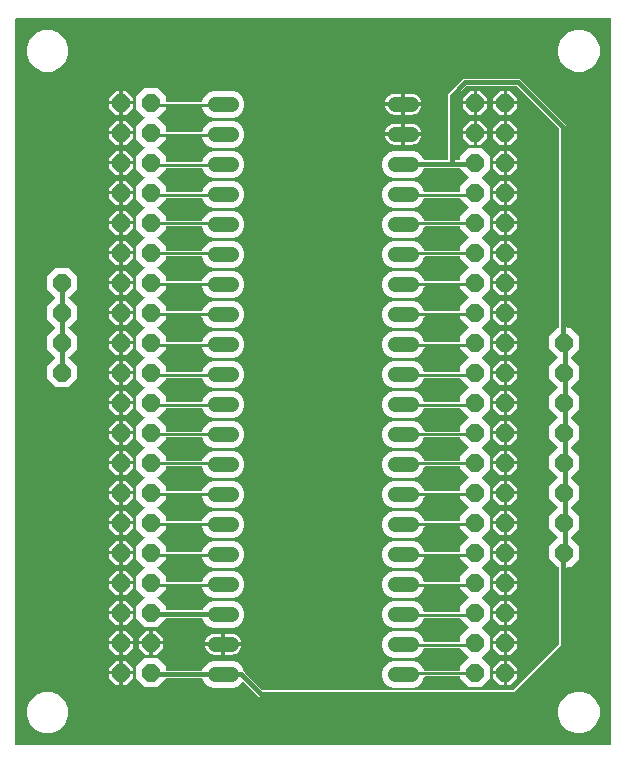
<source format=gbr>
G04 EAGLE Gerber RS-274X export*
G75*
%MOMM*%
%FSLAX34Y34*%
%LPD*%
%INTop Copper*%
%IPPOS*%
%AMOC8*
5,1,8,0,0,1.08239X$1,22.5*%
G01*
%ADD10C,1.300000*%
%ADD11P,1.649562X8X292.500000*%
%ADD12P,1.649562X8X112.500000*%
%ADD13C,0.400000*%
%ADD14C,0.250000*%

G36*
X506758Y2504D02*
X506758Y2504D01*
X506777Y2502D01*
X506879Y2524D01*
X506981Y2540D01*
X506998Y2550D01*
X507018Y2554D01*
X507107Y2607D01*
X507198Y2656D01*
X507212Y2670D01*
X507229Y2680D01*
X507296Y2759D01*
X507368Y2834D01*
X507376Y2852D01*
X507389Y2867D01*
X507428Y2963D01*
X507471Y3057D01*
X507473Y3077D01*
X507481Y3095D01*
X507499Y3262D01*
X507499Y616738D01*
X507496Y616758D01*
X507498Y616777D01*
X507476Y616879D01*
X507460Y616981D01*
X507450Y616998D01*
X507446Y617018D01*
X507393Y617107D01*
X507344Y617198D01*
X507330Y617212D01*
X507320Y617229D01*
X507241Y617296D01*
X507166Y617368D01*
X507148Y617376D01*
X507133Y617389D01*
X507037Y617428D01*
X506943Y617471D01*
X506923Y617473D01*
X506905Y617481D01*
X506738Y617499D01*
X3262Y617499D01*
X3242Y617496D01*
X3223Y617498D01*
X3121Y617476D01*
X3019Y617460D01*
X3002Y617450D01*
X2982Y617446D01*
X2893Y617393D01*
X2802Y617344D01*
X2788Y617330D01*
X2771Y617320D01*
X2704Y617241D01*
X2632Y617166D01*
X2624Y617148D01*
X2611Y617133D01*
X2572Y617037D01*
X2529Y616943D01*
X2527Y616923D01*
X2519Y616905D01*
X2501Y616738D01*
X2501Y3262D01*
X2504Y3242D01*
X2502Y3223D01*
X2524Y3121D01*
X2540Y3019D01*
X2550Y3002D01*
X2554Y2982D01*
X2607Y2893D01*
X2656Y2802D01*
X2670Y2788D01*
X2680Y2771D01*
X2759Y2704D01*
X2834Y2632D01*
X2852Y2624D01*
X2867Y2611D01*
X2963Y2572D01*
X3057Y2529D01*
X3077Y2527D01*
X3095Y2519D01*
X3262Y2501D01*
X506738Y2501D01*
X506758Y2504D01*
G37*
%LPC*%
G36*
X209507Y42749D02*
X209507Y42749D01*
X196272Y55985D01*
X196234Y56011D01*
X196203Y56045D01*
X196135Y56083D01*
X196072Y56128D01*
X196028Y56142D01*
X195988Y56164D01*
X195911Y56178D01*
X195837Y56201D01*
X195791Y56199D01*
X195746Y56208D01*
X195669Y56196D01*
X195591Y56194D01*
X195548Y56178D01*
X195502Y56172D01*
X195433Y56137D01*
X195360Y56110D01*
X195324Y56081D01*
X195283Y56060D01*
X195229Y56005D01*
X195168Y55956D01*
X195143Y55917D01*
X195111Y55885D01*
X195064Y55800D01*
X191815Y52550D01*
X187588Y50799D01*
X170012Y50799D01*
X165785Y52550D01*
X162550Y55785D01*
X161310Y58779D01*
X161248Y58879D01*
X161188Y58979D01*
X161184Y58983D01*
X161180Y58988D01*
X161091Y59063D01*
X161002Y59139D01*
X160996Y59141D01*
X160991Y59145D01*
X160883Y59187D01*
X160773Y59231D01*
X160766Y59232D01*
X160761Y59233D01*
X160743Y59234D01*
X160607Y59249D01*
X131082Y59249D01*
X131062Y59246D01*
X131043Y59248D01*
X130941Y59226D01*
X130839Y59210D01*
X130822Y59200D01*
X130802Y59196D01*
X130713Y59143D01*
X130622Y59094D01*
X130608Y59080D01*
X130591Y59070D01*
X130524Y58991D01*
X130452Y58916D01*
X130444Y58898D01*
X130431Y58883D01*
X130392Y58787D01*
X130349Y58693D01*
X130347Y58673D01*
X130339Y58655D01*
X130321Y58488D01*
X130321Y58472D01*
X122928Y51079D01*
X112472Y51079D01*
X105079Y58472D01*
X105079Y68928D01*
X112472Y76321D01*
X122928Y76321D01*
X130321Y68928D01*
X130321Y66012D01*
X130324Y65992D01*
X130322Y65973D01*
X130344Y65871D01*
X130360Y65769D01*
X130370Y65752D01*
X130374Y65732D01*
X130427Y65643D01*
X130476Y65552D01*
X130490Y65538D01*
X130500Y65521D01*
X130579Y65454D01*
X130654Y65382D01*
X130672Y65374D01*
X130687Y65361D01*
X130783Y65322D01*
X130877Y65279D01*
X130897Y65277D01*
X130915Y65269D01*
X131082Y65251D01*
X160565Y65251D01*
X160680Y65270D01*
X160796Y65287D01*
X160802Y65289D01*
X160808Y65290D01*
X160911Y65345D01*
X161015Y65398D01*
X161020Y65403D01*
X161025Y65406D01*
X161105Y65490D01*
X161188Y65574D01*
X161191Y65580D01*
X161195Y65584D01*
X161203Y65601D01*
X161269Y65721D01*
X162550Y68815D01*
X165785Y72050D01*
X170012Y73801D01*
X187588Y73801D01*
X191815Y72050D01*
X195050Y68815D01*
X196801Y64588D01*
X196801Y64258D01*
X196815Y64168D01*
X196823Y64077D01*
X196835Y64047D01*
X196840Y64016D01*
X196883Y63935D01*
X196919Y63851D01*
X196945Y63819D01*
X196956Y63798D01*
X196979Y63776D01*
X197024Y63720D01*
X211770Y48974D01*
X211844Y48921D01*
X211913Y48861D01*
X211944Y48849D01*
X211970Y48830D01*
X212057Y48803D01*
X212142Y48769D01*
X212182Y48765D01*
X212205Y48758D01*
X212237Y48759D01*
X212308Y48751D01*
X424192Y48751D01*
X424282Y48765D01*
X424373Y48773D01*
X424403Y48785D01*
X424434Y48790D01*
X424515Y48833D01*
X424599Y48869D01*
X424631Y48895D01*
X424652Y48906D01*
X424674Y48929D01*
X424730Y48974D01*
X463276Y87520D01*
X463329Y87594D01*
X463389Y87663D01*
X463401Y87694D01*
X463420Y87720D01*
X463447Y87807D01*
X463481Y87892D01*
X463485Y87932D01*
X463492Y87955D01*
X463491Y87987D01*
X463499Y88058D01*
X463499Y151918D01*
X463496Y151938D01*
X463498Y151957D01*
X463476Y152059D01*
X463460Y152161D01*
X463450Y152178D01*
X463446Y152198D01*
X463393Y152287D01*
X463344Y152378D01*
X463330Y152392D01*
X463320Y152409D01*
X463241Y152476D01*
X463166Y152548D01*
X463148Y152556D01*
X463133Y152569D01*
X463037Y152608D01*
X462943Y152651D01*
X462923Y152653D01*
X462905Y152661D01*
X462738Y152679D01*
X462472Y152679D01*
X455079Y160072D01*
X455079Y170528D01*
X462013Y177462D01*
X462025Y177478D01*
X462041Y177490D01*
X462097Y177578D01*
X462157Y177661D01*
X462163Y177680D01*
X462174Y177697D01*
X462199Y177798D01*
X462229Y177897D01*
X462229Y177916D01*
X462234Y177936D01*
X462226Y178039D01*
X462223Y178142D01*
X462216Y178161D01*
X462214Y178181D01*
X462174Y178276D01*
X462138Y178373D01*
X462126Y178389D01*
X462118Y178407D01*
X462013Y178538D01*
X455079Y185472D01*
X455079Y195928D01*
X462013Y202862D01*
X462025Y202878D01*
X462041Y202890D01*
X462097Y202978D01*
X462157Y203061D01*
X462163Y203080D01*
X462174Y203097D01*
X462199Y203198D01*
X462229Y203297D01*
X462229Y203316D01*
X462234Y203336D01*
X462226Y203439D01*
X462223Y203542D01*
X462216Y203561D01*
X462214Y203581D01*
X462174Y203676D01*
X462138Y203773D01*
X462126Y203789D01*
X462118Y203807D01*
X462013Y203938D01*
X455079Y210872D01*
X455079Y221328D01*
X462013Y228262D01*
X462025Y228278D01*
X462041Y228290D01*
X462097Y228378D01*
X462157Y228461D01*
X462163Y228480D01*
X462174Y228497D01*
X462199Y228598D01*
X462229Y228697D01*
X462229Y228716D01*
X462234Y228736D01*
X462226Y228839D01*
X462223Y228942D01*
X462216Y228961D01*
X462214Y228981D01*
X462174Y229076D01*
X462138Y229173D01*
X462126Y229189D01*
X462118Y229207D01*
X462013Y229338D01*
X455079Y236272D01*
X455079Y246728D01*
X462013Y253662D01*
X462025Y253678D01*
X462041Y253690D01*
X462097Y253778D01*
X462157Y253861D01*
X462163Y253880D01*
X462174Y253897D01*
X462199Y253998D01*
X462229Y254097D01*
X462229Y254116D01*
X462234Y254136D01*
X462226Y254239D01*
X462223Y254342D01*
X462216Y254361D01*
X462214Y254381D01*
X462174Y254476D01*
X462138Y254573D01*
X462126Y254589D01*
X462118Y254607D01*
X462013Y254738D01*
X455079Y261672D01*
X455079Y272128D01*
X462013Y279062D01*
X462025Y279078D01*
X462041Y279090D01*
X462069Y279135D01*
X462100Y279168D01*
X462120Y279210D01*
X462157Y279261D01*
X462163Y279280D01*
X462174Y279297D01*
X462189Y279358D01*
X462204Y279391D01*
X462208Y279428D01*
X462229Y279497D01*
X462229Y279516D01*
X462234Y279536D01*
X462228Y279608D01*
X462231Y279635D01*
X462225Y279663D01*
X462223Y279742D01*
X462216Y279761D01*
X462214Y279781D01*
X462184Y279854D01*
X462179Y279876D01*
X462167Y279895D01*
X462138Y279973D01*
X462126Y279989D01*
X462118Y280007D01*
X462013Y280138D01*
X455079Y287072D01*
X455079Y297528D01*
X462013Y304462D01*
X462025Y304478D01*
X462041Y304490D01*
X462097Y304578D01*
X462157Y304661D01*
X462163Y304680D01*
X462174Y304697D01*
X462199Y304798D01*
X462229Y304897D01*
X462229Y304916D01*
X462234Y304936D01*
X462226Y305039D01*
X462223Y305142D01*
X462216Y305161D01*
X462214Y305181D01*
X462174Y305276D01*
X462138Y305373D01*
X462126Y305389D01*
X462118Y305407D01*
X462013Y305538D01*
X455079Y312472D01*
X455079Y322928D01*
X462013Y329862D01*
X462025Y329878D01*
X462041Y329890D01*
X462097Y329978D01*
X462157Y330061D01*
X462163Y330080D01*
X462174Y330097D01*
X462199Y330198D01*
X462229Y330297D01*
X462229Y330316D01*
X462234Y330336D01*
X462226Y330439D01*
X462223Y330542D01*
X462216Y330561D01*
X462214Y330581D01*
X462174Y330676D01*
X462138Y330773D01*
X462126Y330789D01*
X462118Y330807D01*
X462013Y330938D01*
X455079Y337872D01*
X455079Y348328D01*
X462472Y355721D01*
X462738Y355721D01*
X462758Y355724D01*
X462777Y355722D01*
X462879Y355744D01*
X462981Y355760D01*
X462998Y355770D01*
X463018Y355774D01*
X463107Y355827D01*
X463198Y355876D01*
X463212Y355890D01*
X463229Y355900D01*
X463296Y355979D01*
X463368Y356054D01*
X463376Y356072D01*
X463389Y356087D01*
X463428Y356183D01*
X463471Y356277D01*
X463473Y356297D01*
X463481Y356315D01*
X463499Y356482D01*
X463499Y524192D01*
X463485Y524282D01*
X463477Y524373D01*
X463465Y524403D01*
X463460Y524435D01*
X463417Y524515D01*
X463381Y524599D01*
X463355Y524631D01*
X463344Y524652D01*
X463321Y524674D01*
X463276Y524730D01*
X427730Y560276D01*
X427656Y560329D01*
X427587Y560389D01*
X427556Y560401D01*
X427530Y560420D01*
X427443Y560447D01*
X427358Y560481D01*
X427318Y560485D01*
X427295Y560492D01*
X427263Y560491D01*
X427192Y560499D01*
X385308Y560499D01*
X385218Y560485D01*
X385127Y560477D01*
X385097Y560465D01*
X385066Y560460D01*
X384985Y560417D01*
X384901Y560381D01*
X384869Y560355D01*
X384848Y560344D01*
X384846Y560342D01*
X384825Y560321D01*
X384770Y560276D01*
X375724Y551230D01*
X375671Y551156D01*
X375611Y551087D01*
X375599Y551056D01*
X375580Y551030D01*
X375553Y550943D01*
X375519Y550858D01*
X375515Y550818D01*
X375508Y550795D01*
X375509Y550763D01*
X375501Y550692D01*
X375501Y498012D01*
X375504Y497992D01*
X375502Y497973D01*
X375524Y497871D01*
X375540Y497769D01*
X375550Y497752D01*
X375554Y497732D01*
X375607Y497643D01*
X375656Y497552D01*
X375670Y497538D01*
X375680Y497521D01*
X375759Y497454D01*
X375834Y497382D01*
X375852Y497374D01*
X375867Y497361D01*
X375963Y497322D01*
X376057Y497279D01*
X376077Y497277D01*
X376095Y497269D01*
X376262Y497251D01*
X378918Y497251D01*
X378938Y497254D01*
X378957Y497252D01*
X379059Y497274D01*
X379161Y497290D01*
X379178Y497300D01*
X379198Y497304D01*
X379287Y497357D01*
X379378Y497406D01*
X379392Y497420D01*
X379409Y497430D01*
X379476Y497509D01*
X379548Y497584D01*
X379556Y497602D01*
X379569Y497617D01*
X379608Y497713D01*
X379651Y497807D01*
X379653Y497827D01*
X379661Y497845D01*
X379679Y498012D01*
X379679Y500728D01*
X387072Y508121D01*
X397528Y508121D01*
X404921Y500728D01*
X404921Y490272D01*
X397987Y483338D01*
X397975Y483322D01*
X397959Y483310D01*
X397903Y483222D01*
X397843Y483139D01*
X397837Y483120D01*
X397826Y483103D01*
X397801Y483002D01*
X397771Y482903D01*
X397771Y482884D01*
X397766Y482864D01*
X397774Y482761D01*
X397777Y482658D01*
X397784Y482639D01*
X397786Y482619D01*
X397826Y482524D01*
X397862Y482427D01*
X397874Y482411D01*
X397882Y482393D01*
X397987Y482262D01*
X404921Y475328D01*
X404921Y464872D01*
X397987Y457938D01*
X397975Y457922D01*
X397959Y457910D01*
X397903Y457822D01*
X397843Y457739D01*
X397837Y457720D01*
X397826Y457703D01*
X397801Y457602D01*
X397771Y457503D01*
X397771Y457484D01*
X397766Y457464D01*
X397774Y457361D01*
X397777Y457258D01*
X397784Y457239D01*
X397786Y457219D01*
X397826Y457124D01*
X397862Y457027D01*
X397874Y457011D01*
X397882Y456993D01*
X397987Y456862D01*
X404921Y449928D01*
X404921Y439472D01*
X397987Y432538D01*
X397975Y432522D01*
X397959Y432510D01*
X397903Y432422D01*
X397843Y432339D01*
X397837Y432320D01*
X397826Y432303D01*
X397801Y432202D01*
X397771Y432103D01*
X397771Y432084D01*
X397766Y432064D01*
X397774Y431961D01*
X397777Y431858D01*
X397784Y431839D01*
X397786Y431819D01*
X397826Y431724D01*
X397862Y431627D01*
X397874Y431611D01*
X397882Y431593D01*
X397987Y431462D01*
X404921Y424528D01*
X404921Y414072D01*
X397987Y407138D01*
X397975Y407122D01*
X397959Y407110D01*
X397903Y407022D01*
X397843Y406939D01*
X397837Y406920D01*
X397826Y406903D01*
X397801Y406802D01*
X397771Y406703D01*
X397771Y406684D01*
X397766Y406664D01*
X397774Y406561D01*
X397777Y406458D01*
X397784Y406439D01*
X397786Y406419D01*
X397826Y406324D01*
X397862Y406227D01*
X397874Y406211D01*
X397882Y406193D01*
X397987Y406062D01*
X404921Y399128D01*
X404921Y388672D01*
X397987Y381738D01*
X397975Y381722D01*
X397959Y381710D01*
X397903Y381622D01*
X397843Y381539D01*
X397837Y381520D01*
X397826Y381503D01*
X397801Y381402D01*
X397771Y381303D01*
X397771Y381284D01*
X397766Y381264D01*
X397774Y381161D01*
X397777Y381058D01*
X397784Y381039D01*
X397786Y381019D01*
X397826Y380924D01*
X397862Y380827D01*
X397874Y380811D01*
X397882Y380793D01*
X397987Y380662D01*
X404921Y373728D01*
X404921Y363272D01*
X397987Y356338D01*
X397975Y356322D01*
X397959Y356310D01*
X397903Y356222D01*
X397843Y356139D01*
X397837Y356120D01*
X397826Y356103D01*
X397801Y356002D01*
X397771Y355903D01*
X397771Y355884D01*
X397766Y355864D01*
X397774Y355761D01*
X397777Y355658D01*
X397784Y355639D01*
X397786Y355619D01*
X397826Y355524D01*
X397862Y355427D01*
X397874Y355411D01*
X397882Y355393D01*
X397987Y355262D01*
X404921Y348328D01*
X404921Y337872D01*
X397987Y330938D01*
X397975Y330922D01*
X397959Y330910D01*
X397903Y330822D01*
X397843Y330739D01*
X397837Y330720D01*
X397826Y330703D01*
X397801Y330602D01*
X397771Y330503D01*
X397771Y330484D01*
X397766Y330464D01*
X397774Y330361D01*
X397777Y330258D01*
X397784Y330239D01*
X397786Y330219D01*
X397826Y330124D01*
X397862Y330027D01*
X397874Y330011D01*
X397882Y329993D01*
X397987Y329862D01*
X404921Y322928D01*
X404921Y312472D01*
X397987Y305538D01*
X397975Y305522D01*
X397959Y305510D01*
X397903Y305422D01*
X397843Y305339D01*
X397837Y305320D01*
X397826Y305303D01*
X397801Y305202D01*
X397771Y305103D01*
X397771Y305084D01*
X397766Y305064D01*
X397774Y304961D01*
X397777Y304858D01*
X397784Y304839D01*
X397786Y304819D01*
X397826Y304724D01*
X397862Y304627D01*
X397874Y304611D01*
X397882Y304593D01*
X397987Y304462D01*
X404921Y297528D01*
X404921Y287072D01*
X397987Y280138D01*
X397975Y280122D01*
X397959Y280110D01*
X397914Y280039D01*
X397900Y280024D01*
X397891Y280005D01*
X397843Y279939D01*
X397837Y279920D01*
X397826Y279903D01*
X397806Y279823D01*
X397796Y279801D01*
X397794Y279777D01*
X397771Y279703D01*
X397771Y279684D01*
X397766Y279664D01*
X397772Y279587D01*
X397769Y279556D01*
X397775Y279527D01*
X397777Y279458D01*
X397784Y279439D01*
X397786Y279419D01*
X397813Y279355D01*
X397821Y279316D01*
X397841Y279283D01*
X397862Y279227D01*
X397874Y279211D01*
X397882Y279193D01*
X397933Y279128D01*
X397947Y279105D01*
X397962Y279092D01*
X397987Y279062D01*
X404921Y272128D01*
X404921Y261672D01*
X397987Y254738D01*
X397975Y254722D01*
X397959Y254710D01*
X397903Y254622D01*
X397843Y254539D01*
X397837Y254520D01*
X397826Y254503D01*
X397801Y254402D01*
X397771Y254303D01*
X397771Y254284D01*
X397766Y254264D01*
X397774Y254161D01*
X397777Y254058D01*
X397784Y254039D01*
X397786Y254019D01*
X397826Y253924D01*
X397862Y253827D01*
X397874Y253811D01*
X397882Y253793D01*
X397987Y253662D01*
X404921Y246728D01*
X404921Y236272D01*
X397987Y229338D01*
X397975Y229322D01*
X397959Y229310D01*
X397903Y229222D01*
X397843Y229139D01*
X397837Y229120D01*
X397826Y229103D01*
X397801Y229002D01*
X397771Y228903D01*
X397771Y228884D01*
X397766Y228864D01*
X397774Y228761D01*
X397777Y228658D01*
X397784Y228639D01*
X397786Y228619D01*
X397826Y228524D01*
X397862Y228427D01*
X397874Y228411D01*
X397882Y228393D01*
X397987Y228262D01*
X404921Y221328D01*
X404921Y210872D01*
X397987Y203938D01*
X397975Y203922D01*
X397959Y203910D01*
X397903Y203822D01*
X397843Y203739D01*
X397837Y203720D01*
X397826Y203703D01*
X397801Y203602D01*
X397771Y203503D01*
X397771Y203484D01*
X397766Y203464D01*
X397774Y203361D01*
X397777Y203258D01*
X397784Y203239D01*
X397786Y203219D01*
X397826Y203124D01*
X397862Y203027D01*
X397874Y203011D01*
X397882Y202993D01*
X397987Y202862D01*
X404921Y195928D01*
X404921Y185472D01*
X397987Y178538D01*
X397975Y178522D01*
X397959Y178510D01*
X397903Y178422D01*
X397843Y178339D01*
X397837Y178320D01*
X397826Y178303D01*
X397801Y178202D01*
X397771Y178103D01*
X397771Y178084D01*
X397766Y178064D01*
X397774Y177961D01*
X397777Y177858D01*
X397784Y177839D01*
X397786Y177819D01*
X397826Y177724D01*
X397862Y177627D01*
X397874Y177611D01*
X397882Y177593D01*
X397987Y177462D01*
X404921Y170528D01*
X404921Y160072D01*
X397987Y153138D01*
X397975Y153122D01*
X397959Y153110D01*
X397903Y153022D01*
X397843Y152939D01*
X397837Y152920D01*
X397826Y152903D01*
X397801Y152802D01*
X397771Y152703D01*
X397771Y152684D01*
X397766Y152664D01*
X397774Y152561D01*
X397777Y152458D01*
X397784Y152439D01*
X397786Y152419D01*
X397826Y152324D01*
X397862Y152227D01*
X397874Y152211D01*
X397882Y152193D01*
X397987Y152062D01*
X404921Y145128D01*
X404921Y134672D01*
X397987Y127738D01*
X397975Y127722D01*
X397959Y127710D01*
X397903Y127622D01*
X397843Y127539D01*
X397837Y127520D01*
X397826Y127503D01*
X397801Y127402D01*
X397771Y127303D01*
X397771Y127284D01*
X397766Y127264D01*
X397774Y127161D01*
X397777Y127058D01*
X397784Y127039D01*
X397786Y127019D01*
X397826Y126924D01*
X397862Y126827D01*
X397874Y126811D01*
X397882Y126793D01*
X397987Y126662D01*
X404921Y119728D01*
X404921Y109272D01*
X397987Y102338D01*
X397975Y102322D01*
X397959Y102310D01*
X397903Y102222D01*
X397843Y102139D01*
X397837Y102120D01*
X397826Y102103D01*
X397801Y102002D01*
X397771Y101903D01*
X397771Y101884D01*
X397766Y101864D01*
X397774Y101761D01*
X397777Y101658D01*
X397784Y101639D01*
X397786Y101619D01*
X397826Y101524D01*
X397862Y101427D01*
X397874Y101411D01*
X397882Y101393D01*
X397987Y101262D01*
X404921Y94328D01*
X404921Y83872D01*
X397987Y76938D01*
X397975Y76922D01*
X397959Y76910D01*
X397903Y76822D01*
X397843Y76739D01*
X397837Y76720D01*
X397826Y76703D01*
X397801Y76602D01*
X397771Y76503D01*
X397771Y76484D01*
X397766Y76464D01*
X397774Y76361D01*
X397777Y76258D01*
X397784Y76239D01*
X397786Y76219D01*
X397826Y76124D01*
X397862Y76027D01*
X397874Y76011D01*
X397882Y75993D01*
X397987Y75862D01*
X404921Y68928D01*
X404921Y58472D01*
X397528Y51079D01*
X387072Y51079D01*
X379679Y58472D01*
X379679Y59988D01*
X379676Y60008D01*
X379678Y60027D01*
X379656Y60129D01*
X379640Y60231D01*
X379630Y60248D01*
X379626Y60268D01*
X379573Y60357D01*
X379524Y60448D01*
X379510Y60462D01*
X379500Y60479D01*
X379421Y60546D01*
X379346Y60618D01*
X379328Y60626D01*
X379313Y60639D01*
X379217Y60678D01*
X379123Y60721D01*
X379103Y60723D01*
X379085Y60731D01*
X378918Y60749D01*
X349962Y60749D01*
X349942Y60746D01*
X349923Y60748D01*
X349821Y60726D01*
X349719Y60710D01*
X349702Y60700D01*
X349682Y60696D01*
X349593Y60643D01*
X349502Y60594D01*
X349488Y60580D01*
X349471Y60570D01*
X349404Y60491D01*
X349332Y60416D01*
X349324Y60398D01*
X349311Y60383D01*
X349272Y60287D01*
X349229Y60193D01*
X349227Y60173D01*
X349219Y60155D01*
X349204Y60021D01*
X347450Y55785D01*
X344215Y52550D01*
X339988Y50799D01*
X322412Y50799D01*
X318185Y52550D01*
X314950Y55785D01*
X313199Y60012D01*
X313199Y64588D01*
X314950Y68815D01*
X318185Y72050D01*
X322412Y73801D01*
X339988Y73801D01*
X344215Y72050D01*
X347450Y68815D01*
X348731Y65721D01*
X348793Y65621D01*
X348853Y65521D01*
X348858Y65517D01*
X348861Y65512D01*
X348951Y65437D01*
X349040Y65361D01*
X349046Y65359D01*
X349050Y65355D01*
X349159Y65313D01*
X349268Y65269D01*
X349276Y65268D01*
X349280Y65267D01*
X349298Y65266D01*
X349435Y65251D01*
X378918Y65251D01*
X378938Y65254D01*
X378957Y65252D01*
X379059Y65274D01*
X379161Y65290D01*
X379178Y65300D01*
X379198Y65304D01*
X379287Y65357D01*
X379378Y65406D01*
X379392Y65420D01*
X379409Y65430D01*
X379476Y65509D01*
X379548Y65584D01*
X379556Y65602D01*
X379569Y65617D01*
X379608Y65713D01*
X379651Y65807D01*
X379653Y65827D01*
X379661Y65845D01*
X379679Y66012D01*
X379679Y68928D01*
X386613Y75862D01*
X386625Y75878D01*
X386641Y75890D01*
X386697Y75978D01*
X386757Y76061D01*
X386763Y76080D01*
X386774Y76097D01*
X386799Y76198D01*
X386829Y76297D01*
X386829Y76316D01*
X386834Y76336D01*
X386826Y76439D01*
X386823Y76542D01*
X386816Y76561D01*
X386814Y76581D01*
X386774Y76676D01*
X386738Y76773D01*
X386726Y76789D01*
X386718Y76807D01*
X386613Y76938D01*
X379679Y83872D01*
X379679Y83988D01*
X379676Y84008D01*
X379678Y84027D01*
X379656Y84129D01*
X379640Y84231D01*
X379630Y84248D01*
X379626Y84268D01*
X379573Y84357D01*
X379524Y84448D01*
X379510Y84462D01*
X379500Y84479D01*
X379421Y84546D01*
X379346Y84618D01*
X379328Y84626D01*
X379313Y84639D01*
X379217Y84678D01*
X379123Y84721D01*
X379103Y84723D01*
X379085Y84731D01*
X378918Y84749D01*
X349435Y84749D01*
X349320Y84730D01*
X349204Y84713D01*
X349198Y84711D01*
X349192Y84710D01*
X349089Y84655D01*
X348985Y84602D01*
X348980Y84597D01*
X348975Y84594D01*
X348895Y84510D01*
X348812Y84426D01*
X348809Y84420D01*
X348805Y84416D01*
X348797Y84399D01*
X348731Y84279D01*
X347450Y81185D01*
X344215Y77950D01*
X339988Y76199D01*
X322412Y76199D01*
X318185Y77950D01*
X314950Y81185D01*
X313199Y85412D01*
X313199Y89988D01*
X314950Y94215D01*
X318185Y97450D01*
X322412Y99201D01*
X339988Y99201D01*
X344215Y97450D01*
X347450Y94215D01*
X349203Y89982D01*
X349202Y89973D01*
X349224Y89871D01*
X349240Y89769D01*
X349250Y89752D01*
X349254Y89732D01*
X349307Y89643D01*
X349356Y89552D01*
X349370Y89538D01*
X349380Y89521D01*
X349459Y89454D01*
X349534Y89382D01*
X349552Y89374D01*
X349567Y89361D01*
X349663Y89322D01*
X349757Y89279D01*
X349777Y89277D01*
X349795Y89269D01*
X349962Y89251D01*
X378918Y89251D01*
X378938Y89254D01*
X378957Y89252D01*
X379059Y89274D01*
X379161Y89290D01*
X379178Y89300D01*
X379198Y89304D01*
X379287Y89357D01*
X379378Y89406D01*
X379392Y89420D01*
X379409Y89430D01*
X379476Y89509D01*
X379548Y89584D01*
X379556Y89602D01*
X379569Y89617D01*
X379608Y89713D01*
X379651Y89807D01*
X379653Y89827D01*
X379661Y89845D01*
X379679Y90012D01*
X379679Y94328D01*
X386613Y101262D01*
X386625Y101278D01*
X386641Y101290D01*
X386697Y101378D01*
X386757Y101461D01*
X386763Y101480D01*
X386774Y101497D01*
X386799Y101598D01*
X386829Y101697D01*
X386829Y101716D01*
X386834Y101736D01*
X386826Y101839D01*
X386823Y101942D01*
X386816Y101961D01*
X386814Y101981D01*
X386774Y102076D01*
X386738Y102173D01*
X386726Y102189D01*
X386718Y102207D01*
X386613Y102338D01*
X379679Y109272D01*
X379679Y109488D01*
X379676Y109508D01*
X379678Y109527D01*
X379656Y109629D01*
X379640Y109731D01*
X379630Y109748D01*
X379626Y109768D01*
X379573Y109857D01*
X379524Y109948D01*
X379510Y109962D01*
X379500Y109979D01*
X379421Y110046D01*
X379346Y110118D01*
X379328Y110126D01*
X379313Y110139D01*
X379217Y110178D01*
X379123Y110221D01*
X379103Y110223D01*
X379085Y110231D01*
X378918Y110249D01*
X349476Y110249D01*
X349361Y110230D01*
X349245Y110213D01*
X349240Y110211D01*
X349233Y110210D01*
X349131Y110155D01*
X349026Y110102D01*
X349022Y110097D01*
X349016Y110094D01*
X348936Y110010D01*
X348854Y109926D01*
X348850Y109920D01*
X348847Y109916D01*
X348839Y109899D01*
X348773Y109779D01*
X347450Y106585D01*
X344215Y103350D01*
X339988Y101599D01*
X322412Y101599D01*
X318185Y103350D01*
X314950Y106585D01*
X313199Y110812D01*
X313199Y115388D01*
X314950Y119615D01*
X318185Y122850D01*
X322412Y124601D01*
X339988Y124601D01*
X344215Y122850D01*
X347450Y119615D01*
X349234Y115306D01*
X349240Y115269D01*
X349250Y115252D01*
X349254Y115232D01*
X349307Y115143D01*
X349356Y115052D01*
X349370Y115038D01*
X349380Y115021D01*
X349459Y114954D01*
X349534Y114882D01*
X349552Y114874D01*
X349567Y114861D01*
X349663Y114822D01*
X349757Y114779D01*
X349777Y114777D01*
X349795Y114769D01*
X349962Y114751D01*
X378918Y114751D01*
X378938Y114754D01*
X378957Y114752D01*
X379059Y114774D01*
X379161Y114790D01*
X379178Y114800D01*
X379198Y114804D01*
X379287Y114857D01*
X379378Y114906D01*
X379392Y114920D01*
X379409Y114930D01*
X379476Y115009D01*
X379548Y115084D01*
X379556Y115102D01*
X379569Y115117D01*
X379608Y115213D01*
X379651Y115307D01*
X379653Y115327D01*
X379661Y115345D01*
X379679Y115512D01*
X379679Y119728D01*
X386613Y126662D01*
X386625Y126678D01*
X386641Y126690D01*
X386697Y126778D01*
X386757Y126861D01*
X386763Y126880D01*
X386774Y126897D01*
X386799Y126998D01*
X386829Y127097D01*
X386829Y127116D01*
X386834Y127136D01*
X386826Y127239D01*
X386823Y127342D01*
X386816Y127361D01*
X386814Y127381D01*
X386774Y127476D01*
X386738Y127573D01*
X386726Y127589D01*
X386718Y127607D01*
X386613Y127738D01*
X379679Y134672D01*
X379679Y134988D01*
X379678Y134996D01*
X379678Y134998D01*
X379676Y135008D01*
X379678Y135027D01*
X379656Y135129D01*
X379640Y135231D01*
X379630Y135248D01*
X379626Y135268D01*
X379573Y135357D01*
X379524Y135448D01*
X379510Y135462D01*
X379500Y135479D01*
X379421Y135546D01*
X379346Y135618D01*
X379328Y135626D01*
X379313Y135639D01*
X379217Y135678D01*
X379123Y135721D01*
X379103Y135723D01*
X379085Y135731D01*
X378918Y135749D01*
X349518Y135749D01*
X349403Y135730D01*
X349287Y135713D01*
X349281Y135711D01*
X349275Y135710D01*
X349172Y135655D01*
X349067Y135602D01*
X349063Y135597D01*
X349057Y135594D01*
X348978Y135510D01*
X348895Y135426D01*
X348891Y135420D01*
X348888Y135416D01*
X348880Y135399D01*
X348814Y135279D01*
X347450Y131985D01*
X344215Y128750D01*
X339988Y126999D01*
X322412Y126999D01*
X318185Y128750D01*
X314950Y131985D01*
X313199Y136212D01*
X313199Y140788D01*
X314950Y145015D01*
X318185Y148250D01*
X322412Y150001D01*
X339988Y150001D01*
X344215Y148250D01*
X347450Y145015D01*
X349228Y140721D01*
X349290Y140621D01*
X349350Y140521D01*
X349355Y140517D01*
X349358Y140512D01*
X349448Y140437D01*
X349537Y140361D01*
X349543Y140359D01*
X349548Y140355D01*
X349656Y140313D01*
X349765Y140269D01*
X349773Y140268D01*
X349777Y140267D01*
X349795Y140266D01*
X349932Y140251D01*
X378918Y140251D01*
X378938Y140254D01*
X378957Y140252D01*
X379059Y140274D01*
X379161Y140290D01*
X379178Y140300D01*
X379198Y140304D01*
X379287Y140357D01*
X379378Y140406D01*
X379392Y140420D01*
X379409Y140430D01*
X379476Y140509D01*
X379548Y140584D01*
X379556Y140602D01*
X379569Y140617D01*
X379608Y140713D01*
X379651Y140807D01*
X379653Y140827D01*
X379661Y140845D01*
X379679Y141012D01*
X379679Y145128D01*
X386613Y152062D01*
X386625Y152078D01*
X386641Y152090D01*
X386697Y152178D01*
X386757Y152261D01*
X386763Y152280D01*
X386774Y152297D01*
X386799Y152398D01*
X386829Y152497D01*
X386829Y152516D01*
X386834Y152536D01*
X386826Y152639D01*
X386823Y152742D01*
X386816Y152761D01*
X386814Y152781D01*
X386774Y152876D01*
X386738Y152973D01*
X386726Y152989D01*
X386718Y153007D01*
X386613Y153138D01*
X379679Y160072D01*
X379679Y160488D01*
X379676Y160508D01*
X379678Y160527D01*
X379656Y160629D01*
X379640Y160731D01*
X379630Y160748D01*
X379626Y160768D01*
X379573Y160857D01*
X379524Y160948D01*
X379510Y160962D01*
X379500Y160979D01*
X379421Y161046D01*
X379346Y161118D01*
X379328Y161126D01*
X379313Y161139D01*
X379217Y161178D01*
X379123Y161221D01*
X379103Y161223D01*
X379085Y161231D01*
X378918Y161249D01*
X349559Y161249D01*
X349444Y161230D01*
X349328Y161213D01*
X349322Y161211D01*
X349316Y161210D01*
X349214Y161155D01*
X349109Y161102D01*
X349104Y161097D01*
X349099Y161094D01*
X349019Y161010D01*
X348937Y160926D01*
X348933Y160920D01*
X348929Y160916D01*
X348922Y160899D01*
X348856Y160779D01*
X347450Y157385D01*
X344215Y154150D01*
X339988Y152399D01*
X322412Y152399D01*
X318185Y154150D01*
X314950Y157385D01*
X313199Y161612D01*
X313199Y166188D01*
X314950Y170415D01*
X318185Y173650D01*
X322412Y175401D01*
X339988Y175401D01*
X344215Y173650D01*
X347450Y170415D01*
X349187Y166221D01*
X349249Y166121D01*
X349309Y166021D01*
X349313Y166017D01*
X349317Y166012D01*
X349406Y165937D01*
X349495Y165861D01*
X349501Y165859D01*
X349506Y165855D01*
X349614Y165813D01*
X349724Y165769D01*
X349731Y165768D01*
X349736Y165767D01*
X349754Y165766D01*
X349890Y165751D01*
X378918Y165751D01*
X378938Y165754D01*
X378957Y165752D01*
X379059Y165774D01*
X379161Y165790D01*
X379178Y165800D01*
X379198Y165804D01*
X379287Y165857D01*
X379378Y165906D01*
X379392Y165920D01*
X379409Y165930D01*
X379476Y166009D01*
X379548Y166084D01*
X379556Y166102D01*
X379569Y166117D01*
X379608Y166213D01*
X379651Y166307D01*
X379653Y166327D01*
X379661Y166345D01*
X379679Y166512D01*
X379679Y170528D01*
X386613Y177462D01*
X386625Y177478D01*
X386641Y177490D01*
X386697Y177578D01*
X386757Y177661D01*
X386763Y177680D01*
X386774Y177697D01*
X386799Y177798D01*
X386829Y177897D01*
X386829Y177916D01*
X386834Y177936D01*
X386826Y178039D01*
X386823Y178142D01*
X386816Y178161D01*
X386814Y178181D01*
X386774Y178276D01*
X386738Y178373D01*
X386726Y178389D01*
X386718Y178407D01*
X386613Y178538D01*
X379679Y185472D01*
X379679Y186738D01*
X379677Y186752D01*
X379678Y186763D01*
X379677Y186768D01*
X379678Y186777D01*
X379656Y186879D01*
X379640Y186981D01*
X379630Y186998D01*
X379626Y187018D01*
X379573Y187107D01*
X379524Y187198D01*
X379510Y187212D01*
X379500Y187229D01*
X379421Y187296D01*
X379346Y187368D01*
X379328Y187376D01*
X379313Y187389D01*
X379217Y187428D01*
X379123Y187471D01*
X379103Y187473D01*
X379085Y187481D01*
X378918Y187499D01*
X349911Y187499D01*
X349796Y187480D01*
X349680Y187463D01*
X349675Y187461D01*
X349668Y187460D01*
X349566Y187405D01*
X349461Y187352D01*
X349456Y187347D01*
X349451Y187344D01*
X349371Y187260D01*
X349289Y187176D01*
X349285Y187170D01*
X349282Y187166D01*
X349274Y187149D01*
X349208Y187029D01*
X347450Y182785D01*
X344215Y179550D01*
X339988Y177799D01*
X322412Y177799D01*
X318185Y179550D01*
X314950Y182785D01*
X313199Y187012D01*
X313199Y191588D01*
X314950Y195815D01*
X318185Y199050D01*
X322412Y200801D01*
X339988Y200801D01*
X344215Y199050D01*
X347450Y195815D01*
X348835Y192471D01*
X348896Y192371D01*
X348956Y192271D01*
X348961Y192267D01*
X348965Y192262D01*
X349054Y192187D01*
X349143Y192111D01*
X349149Y192109D01*
X349154Y192105D01*
X349262Y192063D01*
X349372Y192019D01*
X349379Y192018D01*
X349384Y192017D01*
X349402Y192016D01*
X349538Y192001D01*
X378918Y192001D01*
X378938Y192004D01*
X378957Y192002D01*
X379059Y192024D01*
X379161Y192040D01*
X379178Y192050D01*
X379198Y192054D01*
X379287Y192107D01*
X379378Y192156D01*
X379392Y192170D01*
X379409Y192180D01*
X379476Y192259D01*
X379548Y192334D01*
X379556Y192352D01*
X379569Y192367D01*
X379608Y192463D01*
X379651Y192557D01*
X379653Y192577D01*
X379661Y192595D01*
X379679Y192762D01*
X379679Y195928D01*
X386613Y202862D01*
X386625Y202878D01*
X386641Y202890D01*
X386697Y202978D01*
X386757Y203061D01*
X386763Y203080D01*
X386774Y203097D01*
X386799Y203198D01*
X386829Y203297D01*
X386829Y203316D01*
X386834Y203336D01*
X386826Y203439D01*
X386823Y203542D01*
X386816Y203561D01*
X386814Y203581D01*
X386774Y203676D01*
X386738Y203773D01*
X386726Y203789D01*
X386718Y203807D01*
X386613Y203938D01*
X379679Y210872D01*
X379679Y212238D01*
X379676Y212258D01*
X379678Y212277D01*
X379656Y212379D01*
X379640Y212481D01*
X379630Y212498D01*
X379626Y212518D01*
X379573Y212607D01*
X379524Y212698D01*
X379510Y212712D01*
X379500Y212729D01*
X379421Y212796D01*
X379346Y212868D01*
X379328Y212876D01*
X379313Y212889D01*
X379217Y212928D01*
X379123Y212971D01*
X379103Y212973D01*
X379085Y212981D01*
X378918Y212999D01*
X349952Y212999D01*
X349838Y212980D01*
X349722Y212963D01*
X349716Y212961D01*
X349710Y212960D01*
X349607Y212905D01*
X349502Y212852D01*
X349498Y212847D01*
X349492Y212844D01*
X349413Y212760D01*
X349330Y212676D01*
X349326Y212670D01*
X349323Y212666D01*
X349315Y212649D01*
X349249Y212529D01*
X347450Y208185D01*
X344215Y204950D01*
X339988Y203199D01*
X322412Y203199D01*
X318185Y204950D01*
X314950Y208185D01*
X313199Y212412D01*
X313199Y216988D01*
X314950Y221215D01*
X318185Y224450D01*
X322412Y226201D01*
X339988Y226201D01*
X344215Y224450D01*
X347450Y221215D01*
X348794Y217971D01*
X348855Y217871D01*
X348915Y217771D01*
X348920Y217767D01*
X348923Y217762D01*
X349013Y217687D01*
X349102Y217611D01*
X349108Y217609D01*
X349113Y217605D01*
X349221Y217563D01*
X349330Y217519D01*
X349338Y217518D01*
X349342Y217517D01*
X349361Y217516D01*
X349497Y217501D01*
X378918Y217501D01*
X378938Y217504D01*
X378957Y217502D01*
X379059Y217524D01*
X379161Y217540D01*
X379178Y217550D01*
X379198Y217554D01*
X379287Y217607D01*
X379378Y217656D01*
X379392Y217670D01*
X379409Y217680D01*
X379476Y217759D01*
X379548Y217834D01*
X379556Y217852D01*
X379569Y217867D01*
X379608Y217963D01*
X379651Y218057D01*
X379653Y218077D01*
X379661Y218095D01*
X379679Y218262D01*
X379679Y221328D01*
X386613Y228262D01*
X386625Y228278D01*
X386641Y228290D01*
X386697Y228378D01*
X386757Y228461D01*
X386763Y228480D01*
X386774Y228497D01*
X386799Y228598D01*
X386829Y228697D01*
X386829Y228716D01*
X386834Y228736D01*
X386826Y228839D01*
X386823Y228942D01*
X386816Y228961D01*
X386814Y228981D01*
X386774Y229076D01*
X386738Y229173D01*
X386726Y229189D01*
X386718Y229207D01*
X386613Y229338D01*
X379679Y236272D01*
X379679Y237738D01*
X379677Y237753D01*
X379678Y237766D01*
X379677Y237770D01*
X379678Y237777D01*
X379656Y237879D01*
X379640Y237981D01*
X379630Y237998D01*
X379626Y238018D01*
X379573Y238107D01*
X379524Y238198D01*
X379510Y238212D01*
X379500Y238229D01*
X379421Y238296D01*
X379346Y238368D01*
X379328Y238376D01*
X379313Y238389D01*
X379217Y238428D01*
X379123Y238471D01*
X379103Y238473D01*
X379085Y238481D01*
X378918Y238499D01*
X349962Y238499D01*
X349942Y238496D01*
X349923Y238498D01*
X349821Y238476D01*
X349719Y238460D01*
X349702Y238450D01*
X349682Y238446D01*
X349593Y238393D01*
X349502Y238344D01*
X349488Y238330D01*
X349471Y238320D01*
X349404Y238241D01*
X349332Y238166D01*
X349324Y238148D01*
X349311Y238133D01*
X349272Y238037D01*
X349229Y237943D01*
X349227Y237923D01*
X349219Y237905D01*
X349212Y237840D01*
X347450Y233585D01*
X344215Y230350D01*
X339988Y228599D01*
X322412Y228599D01*
X318185Y230350D01*
X314950Y233585D01*
X313199Y237812D01*
X313199Y242388D01*
X314950Y246615D01*
X318185Y249850D01*
X322412Y251601D01*
X339988Y251601D01*
X344215Y249850D01*
X347450Y246615D01*
X348752Y243471D01*
X348814Y243371D01*
X348874Y243271D01*
X348878Y243267D01*
X348882Y243262D01*
X348971Y243187D01*
X349061Y243111D01*
X349066Y243109D01*
X349071Y243105D01*
X349179Y243063D01*
X349289Y243019D01*
X349296Y243018D01*
X349301Y243017D01*
X349319Y243016D01*
X349455Y243001D01*
X378918Y243001D01*
X378938Y243004D01*
X378957Y243002D01*
X379059Y243024D01*
X379161Y243040D01*
X379178Y243050D01*
X379198Y243054D01*
X379287Y243107D01*
X379378Y243156D01*
X379392Y243170D01*
X379409Y243180D01*
X379476Y243259D01*
X379548Y243334D01*
X379556Y243352D01*
X379569Y243367D01*
X379608Y243463D01*
X379651Y243557D01*
X379653Y243577D01*
X379661Y243595D01*
X379679Y243762D01*
X379679Y246728D01*
X386613Y253662D01*
X386625Y253678D01*
X386641Y253690D01*
X386697Y253778D01*
X386757Y253861D01*
X386763Y253880D01*
X386774Y253897D01*
X386799Y253998D01*
X386829Y254097D01*
X386829Y254116D01*
X386834Y254136D01*
X386826Y254239D01*
X386823Y254342D01*
X386816Y254361D01*
X386814Y254381D01*
X386774Y254476D01*
X386738Y254573D01*
X386726Y254589D01*
X386718Y254607D01*
X386613Y254738D01*
X379679Y261672D01*
X379679Y262488D01*
X379676Y262508D01*
X379678Y262527D01*
X379656Y262629D01*
X379640Y262731D01*
X379630Y262748D01*
X379626Y262768D01*
X379573Y262857D01*
X379524Y262948D01*
X379510Y262962D01*
X379500Y262979D01*
X379421Y263046D01*
X379346Y263118D01*
X379328Y263126D01*
X379313Y263139D01*
X379217Y263178D01*
X379123Y263221D01*
X379103Y263223D01*
X379085Y263231D01*
X378918Y263249D01*
X349725Y263249D01*
X349610Y263230D01*
X349494Y263213D01*
X349488Y263211D01*
X349482Y263210D01*
X349379Y263155D01*
X349274Y263102D01*
X349270Y263097D01*
X349265Y263094D01*
X349185Y263010D01*
X349102Y262926D01*
X349099Y262920D01*
X349095Y262916D01*
X349087Y262899D01*
X349021Y262779D01*
X347450Y258985D01*
X344215Y255750D01*
X339988Y253999D01*
X322412Y253999D01*
X318185Y255750D01*
X314950Y258985D01*
X313199Y263212D01*
X313199Y267788D01*
X314950Y272015D01*
X318185Y275250D01*
X322412Y277001D01*
X339988Y277001D01*
X344215Y275250D01*
X347450Y272015D01*
X349021Y268221D01*
X349083Y268121D01*
X349143Y268021D01*
X349148Y268017D01*
X349151Y268012D01*
X349241Y267937D01*
X349330Y267861D01*
X349336Y267859D01*
X349340Y267855D01*
X349449Y267813D01*
X349558Y267769D01*
X349566Y267768D01*
X349570Y267767D01*
X349588Y267766D01*
X349725Y267751D01*
X378918Y267751D01*
X378938Y267754D01*
X378957Y267752D01*
X379059Y267774D01*
X379161Y267790D01*
X379178Y267800D01*
X379198Y267804D01*
X379287Y267857D01*
X379378Y267906D01*
X379392Y267920D01*
X379409Y267930D01*
X379476Y268009D01*
X379548Y268084D01*
X379556Y268102D01*
X379569Y268117D01*
X379608Y268213D01*
X379651Y268307D01*
X379653Y268327D01*
X379661Y268345D01*
X379679Y268512D01*
X379679Y272128D01*
X386613Y279062D01*
X386625Y279078D01*
X386641Y279090D01*
X386669Y279135D01*
X386700Y279168D01*
X386720Y279210D01*
X386757Y279261D01*
X386763Y279280D01*
X386774Y279297D01*
X386789Y279358D01*
X386804Y279391D01*
X386808Y279428D01*
X386829Y279497D01*
X386829Y279516D01*
X386834Y279536D01*
X386828Y279608D01*
X386831Y279635D01*
X386825Y279663D01*
X386823Y279742D01*
X386816Y279761D01*
X386814Y279781D01*
X386784Y279854D01*
X386779Y279876D01*
X386767Y279895D01*
X386738Y279973D01*
X386726Y279989D01*
X386718Y280007D01*
X386613Y280138D01*
X379679Y287072D01*
X379679Y287238D01*
X379678Y287246D01*
X379678Y287248D01*
X379676Y287258D01*
X379678Y287277D01*
X379656Y287379D01*
X379640Y287481D01*
X379630Y287498D01*
X379626Y287518D01*
X379573Y287607D01*
X379524Y287698D01*
X379510Y287712D01*
X379500Y287729D01*
X379421Y287796D01*
X379346Y287868D01*
X379328Y287876D01*
X379313Y287889D01*
X379217Y287928D01*
X379123Y287971D01*
X379103Y287973D01*
X379085Y287981D01*
X378918Y287999D01*
X349455Y287999D01*
X349341Y287980D01*
X349224Y287963D01*
X349219Y287961D01*
X349213Y287960D01*
X349110Y287905D01*
X349005Y287852D01*
X349001Y287847D01*
X348995Y287844D01*
X348915Y287760D01*
X348833Y287676D01*
X348829Y287670D01*
X348826Y287666D01*
X348818Y287649D01*
X348752Y287529D01*
X347450Y284385D01*
X344215Y281150D01*
X339988Y279399D01*
X322412Y279399D01*
X318185Y281150D01*
X314950Y284385D01*
X313199Y288612D01*
X313199Y293188D01*
X314950Y297415D01*
X318185Y300650D01*
X322412Y302401D01*
X339988Y302401D01*
X344215Y300650D01*
X347450Y297415D01*
X349219Y293144D01*
X349224Y293121D01*
X349240Y293019D01*
X349250Y293002D01*
X349254Y292982D01*
X349307Y292893D01*
X349356Y292802D01*
X349370Y292788D01*
X349380Y292771D01*
X349459Y292704D01*
X349534Y292632D01*
X349552Y292624D01*
X349567Y292611D01*
X349663Y292572D01*
X349757Y292529D01*
X349777Y292527D01*
X349795Y292519D01*
X349962Y292501D01*
X378918Y292501D01*
X378938Y292504D01*
X378957Y292502D01*
X379059Y292524D01*
X379161Y292540D01*
X379178Y292550D01*
X379198Y292554D01*
X379287Y292607D01*
X379378Y292656D01*
X379392Y292670D01*
X379409Y292680D01*
X379476Y292759D01*
X379548Y292834D01*
X379556Y292852D01*
X379569Y292867D01*
X379608Y292963D01*
X379651Y293057D01*
X379653Y293077D01*
X379661Y293095D01*
X379679Y293262D01*
X379679Y297528D01*
X386613Y304462D01*
X386625Y304478D01*
X386641Y304490D01*
X386697Y304578D01*
X386757Y304661D01*
X386763Y304680D01*
X386774Y304697D01*
X386799Y304798D01*
X386829Y304897D01*
X386829Y304916D01*
X386834Y304936D01*
X386826Y305039D01*
X386823Y305142D01*
X386816Y305161D01*
X386814Y305181D01*
X386774Y305276D01*
X386738Y305373D01*
X386726Y305389D01*
X386718Y305407D01*
X386613Y305538D01*
X379679Y312472D01*
X379679Y312738D01*
X379676Y312758D01*
X379678Y312777D01*
X379656Y312879D01*
X379640Y312981D01*
X379630Y312998D01*
X379626Y313018D01*
X379573Y313107D01*
X379524Y313198D01*
X379510Y313212D01*
X379500Y313229D01*
X379421Y313296D01*
X379346Y313368D01*
X379328Y313376D01*
X379313Y313389D01*
X379217Y313428D01*
X379123Y313471D01*
X379103Y313473D01*
X379085Y313481D01*
X378918Y313499D01*
X349497Y313499D01*
X349382Y313480D01*
X349266Y313463D01*
X349260Y313461D01*
X349254Y313460D01*
X349151Y313405D01*
X349047Y313352D01*
X349042Y313347D01*
X349037Y313344D01*
X348957Y313260D01*
X348874Y313176D01*
X348871Y313170D01*
X348867Y313166D01*
X348860Y313149D01*
X348794Y313029D01*
X347450Y309785D01*
X344215Y306550D01*
X339988Y304799D01*
X322412Y304799D01*
X318185Y306550D01*
X314950Y309785D01*
X313199Y314012D01*
X313199Y318588D01*
X314950Y322815D01*
X318185Y326050D01*
X322412Y327801D01*
X339988Y327801D01*
X344215Y326050D01*
X347450Y322815D01*
X349249Y318471D01*
X349311Y318371D01*
X349371Y318271D01*
X349375Y318267D01*
X349379Y318262D01*
X349468Y318187D01*
X349558Y318111D01*
X349563Y318109D01*
X349568Y318105D01*
X349676Y318063D01*
X349786Y318019D01*
X349793Y318018D01*
X349798Y318017D01*
X349816Y318016D01*
X349952Y318001D01*
X378918Y318001D01*
X378938Y318004D01*
X378957Y318002D01*
X379059Y318024D01*
X379161Y318040D01*
X379178Y318050D01*
X379198Y318054D01*
X379287Y318107D01*
X379378Y318156D01*
X379392Y318170D01*
X379409Y318180D01*
X379476Y318259D01*
X379548Y318334D01*
X379556Y318352D01*
X379569Y318367D01*
X379608Y318463D01*
X379651Y318557D01*
X379653Y318577D01*
X379661Y318595D01*
X379679Y318762D01*
X379679Y322928D01*
X386613Y329862D01*
X386625Y329878D01*
X386641Y329890D01*
X386697Y329978D01*
X386757Y330061D01*
X386763Y330080D01*
X386774Y330097D01*
X386799Y330198D01*
X386829Y330297D01*
X386829Y330316D01*
X386834Y330336D01*
X386826Y330439D01*
X386823Y330542D01*
X386816Y330561D01*
X386814Y330581D01*
X386774Y330676D01*
X386738Y330773D01*
X386726Y330789D01*
X386718Y330807D01*
X386613Y330938D01*
X379679Y337872D01*
X379679Y338238D01*
X379678Y338247D01*
X379678Y338251D01*
X379676Y338260D01*
X379678Y338277D01*
X379656Y338379D01*
X379640Y338481D01*
X379630Y338498D01*
X379626Y338518D01*
X379573Y338607D01*
X379524Y338698D01*
X379510Y338712D01*
X379500Y338729D01*
X379421Y338796D01*
X379346Y338868D01*
X379328Y338876D01*
X379313Y338889D01*
X379217Y338928D01*
X379123Y338971D01*
X379103Y338973D01*
X379085Y338981D01*
X378918Y338999D01*
X349538Y338999D01*
X349423Y338980D01*
X349307Y338963D01*
X349302Y338961D01*
X349296Y338960D01*
X349193Y338905D01*
X349088Y338852D01*
X349084Y338847D01*
X349078Y338844D01*
X348998Y338760D01*
X348916Y338676D01*
X348912Y338670D01*
X348909Y338666D01*
X348901Y338649D01*
X348835Y338529D01*
X347450Y335185D01*
X344215Y331950D01*
X339988Y330199D01*
X322412Y330199D01*
X318185Y331950D01*
X314950Y335185D01*
X313199Y339412D01*
X313199Y343988D01*
X314950Y348215D01*
X318185Y351450D01*
X322412Y353201D01*
X339988Y353201D01*
X344215Y351450D01*
X347450Y348215D01*
X349208Y343971D01*
X349269Y343871D01*
X349329Y343771D01*
X349334Y343767D01*
X349337Y343762D01*
X349427Y343687D01*
X349516Y343611D01*
X349522Y343609D01*
X349527Y343605D01*
X349635Y343563D01*
X349744Y343519D01*
X349752Y343518D01*
X349756Y343517D01*
X349775Y343516D01*
X349911Y343501D01*
X378918Y343501D01*
X378938Y343504D01*
X378957Y343502D01*
X379059Y343524D01*
X379161Y343540D01*
X379178Y343550D01*
X379198Y343554D01*
X379287Y343607D01*
X379378Y343656D01*
X379392Y343670D01*
X379409Y343680D01*
X379476Y343759D01*
X379548Y343834D01*
X379556Y343852D01*
X379569Y343867D01*
X379608Y343963D01*
X379651Y344057D01*
X379653Y344077D01*
X379661Y344095D01*
X379679Y344262D01*
X379679Y348328D01*
X386613Y355262D01*
X386625Y355278D01*
X386641Y355290D01*
X386697Y355378D01*
X386757Y355461D01*
X386763Y355480D01*
X386774Y355497D01*
X386799Y355598D01*
X386829Y355697D01*
X386829Y355716D01*
X386834Y355736D01*
X386826Y355839D01*
X386823Y355942D01*
X386816Y355961D01*
X386814Y355981D01*
X386774Y356076D01*
X386738Y356173D01*
X386726Y356189D01*
X386718Y356207D01*
X386613Y356338D01*
X379679Y363272D01*
X379679Y364488D01*
X379676Y364508D01*
X379678Y364527D01*
X379656Y364629D01*
X379640Y364731D01*
X379630Y364748D01*
X379626Y364768D01*
X379573Y364857D01*
X379524Y364948D01*
X379510Y364962D01*
X379500Y364979D01*
X379421Y365046D01*
X379346Y365118D01*
X379328Y365126D01*
X379313Y365139D01*
X379217Y365178D01*
X379123Y365221D01*
X379103Y365223D01*
X379085Y365231D01*
X378918Y365249D01*
X349890Y365249D01*
X349776Y365230D01*
X349659Y365213D01*
X349654Y365211D01*
X349648Y365210D01*
X349545Y365155D01*
X349440Y365102D01*
X349436Y365097D01*
X349430Y365094D01*
X349350Y365010D01*
X349268Y364926D01*
X349264Y364920D01*
X349261Y364916D01*
X349253Y364899D01*
X349187Y364779D01*
X347450Y360585D01*
X344215Y357350D01*
X339988Y355599D01*
X322412Y355599D01*
X318185Y357350D01*
X314950Y360585D01*
X313199Y364812D01*
X313199Y369388D01*
X314950Y373615D01*
X318185Y376850D01*
X322412Y378601D01*
X339988Y378601D01*
X344215Y376850D01*
X347450Y373615D01*
X348856Y370221D01*
X348918Y370121D01*
X348977Y370021D01*
X348982Y370017D01*
X348985Y370012D01*
X349075Y369937D01*
X349164Y369861D01*
X349170Y369859D01*
X349175Y369855D01*
X349283Y369813D01*
X349392Y369769D01*
X349400Y369768D01*
X349404Y369767D01*
X349423Y369766D01*
X349559Y369751D01*
X378918Y369751D01*
X378938Y369754D01*
X378957Y369752D01*
X379059Y369774D01*
X379161Y369790D01*
X379178Y369800D01*
X379198Y369804D01*
X379287Y369857D01*
X379378Y369906D01*
X379392Y369920D01*
X379409Y369930D01*
X379476Y370009D01*
X379548Y370084D01*
X379556Y370102D01*
X379569Y370117D01*
X379608Y370213D01*
X379651Y370307D01*
X379653Y370327D01*
X379661Y370345D01*
X379679Y370512D01*
X379679Y373728D01*
X386613Y380662D01*
X386625Y380678D01*
X386641Y380690D01*
X386697Y380778D01*
X386757Y380861D01*
X386763Y380880D01*
X386774Y380897D01*
X386799Y380998D01*
X386829Y381097D01*
X386829Y381116D01*
X386834Y381136D01*
X386826Y381239D01*
X386823Y381342D01*
X386816Y381361D01*
X386814Y381381D01*
X386774Y381476D01*
X386738Y381573D01*
X386726Y381589D01*
X386718Y381607D01*
X386613Y381738D01*
X379679Y388672D01*
X379679Y389988D01*
X379677Y390003D01*
X379678Y390016D01*
X379677Y390020D01*
X379678Y390027D01*
X379656Y390129D01*
X379640Y390231D01*
X379630Y390248D01*
X379626Y390268D01*
X379573Y390357D01*
X379524Y390448D01*
X379510Y390462D01*
X379500Y390479D01*
X379421Y390546D01*
X379346Y390618D01*
X379328Y390626D01*
X379313Y390639D01*
X379217Y390678D01*
X379123Y390721D01*
X379103Y390723D01*
X379085Y390731D01*
X378918Y390749D01*
X349932Y390749D01*
X349817Y390730D01*
X349701Y390713D01*
X349695Y390711D01*
X349689Y390710D01*
X349586Y390655D01*
X349482Y390602D01*
X349477Y390597D01*
X349472Y390594D01*
X349392Y390510D01*
X349309Y390426D01*
X349306Y390420D01*
X349302Y390416D01*
X349294Y390399D01*
X349228Y390279D01*
X347450Y385985D01*
X344215Y382750D01*
X339988Y380999D01*
X322412Y380999D01*
X318185Y382750D01*
X314950Y385985D01*
X313199Y390212D01*
X313199Y394788D01*
X314950Y399015D01*
X318185Y402250D01*
X322412Y404001D01*
X339988Y404001D01*
X344215Y402250D01*
X347450Y399015D01*
X348814Y395721D01*
X348876Y395621D01*
X348936Y395521D01*
X348941Y395517D01*
X348944Y395512D01*
X349034Y395437D01*
X349123Y395361D01*
X349129Y395359D01*
X349133Y395355D01*
X349242Y395313D01*
X349351Y395269D01*
X349358Y395268D01*
X349363Y395267D01*
X349381Y395266D01*
X349518Y395251D01*
X378918Y395251D01*
X378938Y395254D01*
X378957Y395252D01*
X379059Y395274D01*
X379161Y395290D01*
X379178Y395300D01*
X379198Y395304D01*
X379287Y395357D01*
X379378Y395406D01*
X379392Y395420D01*
X379409Y395430D01*
X379476Y395509D01*
X379548Y395584D01*
X379556Y395602D01*
X379569Y395617D01*
X379608Y395713D01*
X379651Y395807D01*
X379653Y395827D01*
X379661Y395845D01*
X379679Y396012D01*
X379679Y399128D01*
X386613Y406062D01*
X386625Y406078D01*
X386641Y406090D01*
X386697Y406178D01*
X386757Y406261D01*
X386763Y406280D01*
X386774Y406297D01*
X386799Y406398D01*
X386829Y406497D01*
X386829Y406516D01*
X386834Y406536D01*
X386826Y406639D01*
X386823Y406742D01*
X386816Y406761D01*
X386814Y406781D01*
X386774Y406876D01*
X386738Y406973D01*
X386726Y406989D01*
X386718Y407007D01*
X386613Y407138D01*
X379679Y414072D01*
X379679Y415488D01*
X379676Y415508D01*
X379678Y415527D01*
X379656Y415629D01*
X379640Y415731D01*
X379630Y415748D01*
X379626Y415768D01*
X379573Y415857D01*
X379524Y415948D01*
X379510Y415962D01*
X379500Y415979D01*
X379421Y416046D01*
X379346Y416118D01*
X379328Y416126D01*
X379313Y416139D01*
X379217Y416178D01*
X379123Y416221D01*
X379103Y416223D01*
X379085Y416231D01*
X378918Y416249D01*
X349962Y416249D01*
X349942Y416246D01*
X349923Y416248D01*
X349821Y416226D01*
X349719Y416210D01*
X349702Y416200D01*
X349682Y416196D01*
X349593Y416143D01*
X349502Y416094D01*
X349488Y416080D01*
X349471Y416070D01*
X349404Y415991D01*
X349332Y415916D01*
X349324Y415898D01*
X349311Y415883D01*
X349272Y415787D01*
X349229Y415693D01*
X349227Y415676D01*
X347450Y411385D01*
X344215Y408150D01*
X339988Y406399D01*
X322412Y406399D01*
X318185Y408150D01*
X314950Y411385D01*
X313199Y415612D01*
X313199Y420188D01*
X314950Y424415D01*
X318185Y427650D01*
X322412Y429401D01*
X339988Y429401D01*
X344215Y427650D01*
X347450Y424415D01*
X348773Y421221D01*
X348834Y421121D01*
X348894Y421021D01*
X348899Y421017D01*
X348902Y421012D01*
X348992Y420937D01*
X349081Y420861D01*
X349087Y420859D01*
X349092Y420855D01*
X349200Y420813D01*
X349309Y420769D01*
X349317Y420768D01*
X349322Y420767D01*
X349340Y420766D01*
X349476Y420751D01*
X378918Y420751D01*
X378938Y420754D01*
X378957Y420752D01*
X379059Y420774D01*
X379161Y420790D01*
X379178Y420800D01*
X379198Y420804D01*
X379287Y420857D01*
X379378Y420906D01*
X379392Y420920D01*
X379409Y420930D01*
X379476Y421009D01*
X379548Y421084D01*
X379556Y421102D01*
X379569Y421117D01*
X379608Y421213D01*
X379651Y421307D01*
X379653Y421327D01*
X379661Y421345D01*
X379679Y421512D01*
X379679Y424528D01*
X386613Y431462D01*
X386625Y431478D01*
X386641Y431490D01*
X386697Y431578D01*
X386757Y431661D01*
X386763Y431680D01*
X386774Y431697D01*
X386799Y431798D01*
X386829Y431897D01*
X386829Y431916D01*
X386834Y431936D01*
X386826Y432039D01*
X386823Y432142D01*
X386816Y432161D01*
X386814Y432181D01*
X386774Y432276D01*
X386738Y432373D01*
X386726Y432389D01*
X386718Y432407D01*
X386613Y432538D01*
X379679Y439472D01*
X379679Y440988D01*
X379677Y441005D01*
X379678Y441020D01*
X379678Y441023D01*
X379678Y441027D01*
X379656Y441129D01*
X379640Y441231D01*
X379630Y441248D01*
X379626Y441268D01*
X379573Y441357D01*
X379524Y441448D01*
X379510Y441462D01*
X379500Y441479D01*
X379421Y441546D01*
X379346Y441618D01*
X379328Y441626D01*
X379313Y441639D01*
X379217Y441678D01*
X379123Y441721D01*
X379103Y441723D01*
X379085Y441731D01*
X378918Y441749D01*
X349962Y441749D01*
X349942Y441746D01*
X349923Y441748D01*
X349821Y441726D01*
X349719Y441710D01*
X349702Y441700D01*
X349682Y441696D01*
X349593Y441643D01*
X349502Y441594D01*
X349488Y441580D01*
X349471Y441570D01*
X349404Y441491D01*
X349332Y441416D01*
X349324Y441398D01*
X349311Y441383D01*
X349272Y441287D01*
X349229Y441193D01*
X349227Y441173D01*
X349219Y441155D01*
X349204Y441021D01*
X347450Y436785D01*
X344215Y433550D01*
X339988Y431799D01*
X322412Y431799D01*
X318185Y433550D01*
X314950Y436785D01*
X313199Y441012D01*
X313199Y445588D01*
X314950Y449815D01*
X318185Y453050D01*
X322412Y454801D01*
X339988Y454801D01*
X344215Y453050D01*
X347450Y449815D01*
X348731Y446721D01*
X348793Y446621D01*
X348853Y446521D01*
X348858Y446517D01*
X348861Y446512D01*
X348951Y446437D01*
X349040Y446361D01*
X349046Y446359D01*
X349050Y446355D01*
X349159Y446313D01*
X349268Y446269D01*
X349276Y446268D01*
X349280Y446267D01*
X349298Y446266D01*
X349435Y446251D01*
X378918Y446251D01*
X378938Y446254D01*
X378957Y446252D01*
X379059Y446274D01*
X379161Y446290D01*
X379178Y446300D01*
X379198Y446304D01*
X379287Y446357D01*
X379378Y446406D01*
X379392Y446420D01*
X379409Y446430D01*
X379476Y446509D01*
X379548Y446584D01*
X379556Y446602D01*
X379569Y446617D01*
X379608Y446713D01*
X379651Y446807D01*
X379653Y446827D01*
X379661Y446845D01*
X379679Y447012D01*
X379679Y449928D01*
X386613Y456862D01*
X386625Y456878D01*
X386641Y456890D01*
X386697Y456978D01*
X386757Y457061D01*
X386763Y457080D01*
X386774Y457097D01*
X386799Y457198D01*
X386829Y457297D01*
X386829Y457316D01*
X386834Y457336D01*
X386826Y457439D01*
X386823Y457542D01*
X386816Y457561D01*
X386814Y457581D01*
X386774Y457676D01*
X386738Y457773D01*
X386726Y457789D01*
X386718Y457807D01*
X386613Y457938D01*
X379679Y464872D01*
X379679Y464988D01*
X379676Y465008D01*
X379678Y465027D01*
X379656Y465129D01*
X379640Y465231D01*
X379630Y465248D01*
X379626Y465268D01*
X379573Y465357D01*
X379524Y465448D01*
X379510Y465462D01*
X379500Y465479D01*
X379421Y465546D01*
X379346Y465618D01*
X379328Y465626D01*
X379313Y465639D01*
X379217Y465678D01*
X379123Y465721D01*
X379103Y465723D01*
X379085Y465731D01*
X378918Y465749D01*
X349435Y465749D01*
X349320Y465730D01*
X349204Y465713D01*
X349198Y465711D01*
X349192Y465710D01*
X349089Y465655D01*
X348985Y465602D01*
X348980Y465597D01*
X348975Y465594D01*
X348895Y465510D01*
X348812Y465426D01*
X348809Y465420D01*
X348805Y465416D01*
X348797Y465399D01*
X348731Y465279D01*
X347450Y462185D01*
X344215Y458950D01*
X339988Y457199D01*
X322412Y457199D01*
X318185Y458950D01*
X314950Y462185D01*
X313199Y466412D01*
X313199Y470988D01*
X314950Y475215D01*
X318185Y478450D01*
X322412Y480201D01*
X339988Y480201D01*
X344215Y478450D01*
X347450Y475215D01*
X349203Y470982D01*
X349202Y470973D01*
X349224Y470871D01*
X349240Y470769D01*
X349250Y470752D01*
X349254Y470732D01*
X349307Y470643D01*
X349356Y470552D01*
X349370Y470538D01*
X349380Y470521D01*
X349459Y470454D01*
X349534Y470382D01*
X349552Y470374D01*
X349567Y470361D01*
X349663Y470322D01*
X349757Y470279D01*
X349777Y470277D01*
X349795Y470269D01*
X349962Y470251D01*
X378918Y470251D01*
X378938Y470254D01*
X378957Y470252D01*
X379059Y470274D01*
X379161Y470290D01*
X379178Y470300D01*
X379198Y470304D01*
X379287Y470357D01*
X379378Y470406D01*
X379392Y470420D01*
X379409Y470430D01*
X379476Y470509D01*
X379548Y470584D01*
X379556Y470602D01*
X379569Y470617D01*
X379608Y470713D01*
X379651Y470807D01*
X379653Y470827D01*
X379661Y470845D01*
X379679Y471012D01*
X379679Y475328D01*
X386613Y482262D01*
X386625Y482278D01*
X386641Y482290D01*
X386697Y482378D01*
X386757Y482461D01*
X386763Y482480D01*
X386774Y482497D01*
X386799Y482598D01*
X386829Y482697D01*
X386829Y482716D01*
X386834Y482736D01*
X386826Y482839D01*
X386823Y482942D01*
X386816Y482961D01*
X386814Y482981D01*
X386774Y483076D01*
X386738Y483173D01*
X386726Y483189D01*
X386718Y483207D01*
X386613Y483338D01*
X379679Y490272D01*
X379679Y490488D01*
X379678Y490497D01*
X379678Y490501D01*
X379676Y490510D01*
X379678Y490527D01*
X379656Y490629D01*
X379640Y490731D01*
X379630Y490748D01*
X379626Y490768D01*
X379573Y490857D01*
X379524Y490948D01*
X379510Y490962D01*
X379500Y490979D01*
X379421Y491046D01*
X379346Y491118D01*
X379328Y491126D01*
X379313Y491139D01*
X379217Y491178D01*
X379123Y491221D01*
X379103Y491223D01*
X379085Y491231D01*
X378918Y491249D01*
X349476Y491249D01*
X349361Y491230D01*
X349245Y491213D01*
X349240Y491211D01*
X349233Y491210D01*
X349131Y491155D01*
X349026Y491102D01*
X349022Y491097D01*
X349016Y491094D01*
X348936Y491010D01*
X348854Y490926D01*
X348850Y490920D01*
X348847Y490916D01*
X348839Y490899D01*
X348773Y490779D01*
X347450Y487585D01*
X344215Y484350D01*
X339988Y482599D01*
X322412Y482599D01*
X318185Y484350D01*
X314950Y487585D01*
X313199Y491812D01*
X313199Y496388D01*
X314950Y500615D01*
X318185Y503850D01*
X322412Y505601D01*
X339988Y505601D01*
X344215Y503850D01*
X347450Y500615D01*
X348649Y497721D01*
X348710Y497621D01*
X348770Y497521D01*
X348775Y497517D01*
X348778Y497512D01*
X348868Y497437D01*
X348957Y497361D01*
X348963Y497359D01*
X348968Y497355D01*
X349076Y497313D01*
X349185Y497269D01*
X349193Y497268D01*
X349197Y497267D01*
X349216Y497266D01*
X349352Y497251D01*
X368738Y497251D01*
X368758Y497254D01*
X368777Y497252D01*
X368879Y497274D01*
X368981Y497290D01*
X368998Y497300D01*
X369018Y497304D01*
X369107Y497357D01*
X369198Y497406D01*
X369212Y497420D01*
X369229Y497430D01*
X369296Y497509D01*
X369368Y497584D01*
X369376Y497602D01*
X369389Y497617D01*
X369428Y497713D01*
X369471Y497807D01*
X369473Y497827D01*
X369481Y497845D01*
X369499Y498012D01*
X369499Y553493D01*
X382507Y566501D01*
X429993Y566501D01*
X431974Y564520D01*
X467520Y528974D01*
X469501Y526993D01*
X469501Y356482D01*
X469504Y356462D01*
X469502Y356443D01*
X469524Y356341D01*
X469540Y356239D01*
X469550Y356222D01*
X469554Y356202D01*
X469607Y356113D01*
X469656Y356022D01*
X469670Y356008D01*
X469680Y355991D01*
X469759Y355924D01*
X469834Y355852D01*
X469852Y355844D01*
X469867Y355831D01*
X469963Y355792D01*
X470057Y355749D01*
X470077Y355747D01*
X470095Y355739D01*
X470262Y355721D01*
X472928Y355721D01*
X480321Y348328D01*
X480321Y337872D01*
X473387Y330938D01*
X473375Y330922D01*
X473359Y330910D01*
X473303Y330822D01*
X473243Y330739D01*
X473237Y330720D01*
X473226Y330703D01*
X473201Y330602D01*
X473171Y330503D01*
X473171Y330484D01*
X473166Y330464D01*
X473174Y330361D01*
X473177Y330258D01*
X473184Y330239D01*
X473186Y330219D01*
X473226Y330124D01*
X473262Y330027D01*
X473274Y330011D01*
X473282Y329993D01*
X473387Y329862D01*
X480321Y322928D01*
X480321Y312472D01*
X473387Y305538D01*
X473375Y305522D01*
X473359Y305510D01*
X473303Y305422D01*
X473243Y305339D01*
X473237Y305320D01*
X473226Y305303D01*
X473201Y305202D01*
X473171Y305103D01*
X473171Y305084D01*
X473166Y305064D01*
X473174Y304961D01*
X473177Y304858D01*
X473184Y304839D01*
X473186Y304819D01*
X473226Y304724D01*
X473262Y304627D01*
X473274Y304611D01*
X473282Y304593D01*
X473387Y304462D01*
X480321Y297528D01*
X480321Y287072D01*
X473387Y280138D01*
X473375Y280122D01*
X473359Y280110D01*
X473314Y280039D01*
X473300Y280024D01*
X473291Y280005D01*
X473243Y279939D01*
X473237Y279920D01*
X473226Y279903D01*
X473206Y279823D01*
X473196Y279801D01*
X473194Y279777D01*
X473171Y279703D01*
X473171Y279684D01*
X473166Y279664D01*
X473172Y279587D01*
X473169Y279556D01*
X473175Y279527D01*
X473177Y279458D01*
X473184Y279439D01*
X473186Y279419D01*
X473213Y279355D01*
X473221Y279316D01*
X473241Y279283D01*
X473262Y279227D01*
X473274Y279211D01*
X473282Y279193D01*
X473333Y279128D01*
X473347Y279105D01*
X473362Y279092D01*
X473387Y279062D01*
X480321Y272128D01*
X480321Y261672D01*
X473387Y254738D01*
X473375Y254722D01*
X473359Y254710D01*
X473303Y254622D01*
X473243Y254539D01*
X473237Y254520D01*
X473226Y254503D01*
X473201Y254402D01*
X473171Y254303D01*
X473171Y254284D01*
X473166Y254264D01*
X473174Y254161D01*
X473177Y254058D01*
X473184Y254039D01*
X473186Y254019D01*
X473226Y253924D01*
X473262Y253827D01*
X473274Y253811D01*
X473282Y253793D01*
X473387Y253662D01*
X480321Y246728D01*
X480321Y236272D01*
X473387Y229338D01*
X473375Y229322D01*
X473359Y229310D01*
X473303Y229222D01*
X473243Y229139D01*
X473237Y229120D01*
X473226Y229103D01*
X473201Y229002D01*
X473171Y228903D01*
X473171Y228884D01*
X473166Y228864D01*
X473174Y228761D01*
X473177Y228658D01*
X473184Y228639D01*
X473186Y228619D01*
X473226Y228524D01*
X473262Y228427D01*
X473274Y228411D01*
X473282Y228393D01*
X473387Y228262D01*
X480321Y221328D01*
X480321Y210872D01*
X473387Y203938D01*
X473375Y203922D01*
X473359Y203910D01*
X473303Y203822D01*
X473243Y203739D01*
X473237Y203720D01*
X473226Y203703D01*
X473201Y203602D01*
X473171Y203503D01*
X473171Y203484D01*
X473166Y203464D01*
X473174Y203361D01*
X473177Y203258D01*
X473184Y203239D01*
X473186Y203219D01*
X473226Y203124D01*
X473262Y203027D01*
X473274Y203011D01*
X473282Y202993D01*
X473387Y202862D01*
X480321Y195928D01*
X480321Y185472D01*
X473387Y178538D01*
X473375Y178522D01*
X473359Y178510D01*
X473303Y178422D01*
X473243Y178339D01*
X473237Y178320D01*
X473226Y178303D01*
X473201Y178202D01*
X473171Y178103D01*
X473171Y178084D01*
X473166Y178064D01*
X473174Y177961D01*
X473177Y177858D01*
X473184Y177839D01*
X473186Y177819D01*
X473226Y177724D01*
X473262Y177627D01*
X473274Y177611D01*
X473282Y177593D01*
X473387Y177462D01*
X480321Y170528D01*
X480321Y160072D01*
X472928Y152679D01*
X470262Y152679D01*
X470242Y152676D01*
X470223Y152678D01*
X470121Y152656D01*
X470019Y152640D01*
X470002Y152630D01*
X469982Y152626D01*
X469893Y152573D01*
X469802Y152524D01*
X469788Y152510D01*
X469771Y152500D01*
X469704Y152421D01*
X469632Y152346D01*
X469624Y152328D01*
X469611Y152313D01*
X469572Y152217D01*
X469529Y152123D01*
X469527Y152103D01*
X469519Y152085D01*
X469501Y151918D01*
X469501Y85257D01*
X426993Y42749D01*
X209507Y42749D01*
G37*
%LPD*%
%LPC*%
G36*
X170012Y101599D02*
X170012Y101599D01*
X165785Y103350D01*
X162550Y106585D01*
X161227Y109779D01*
X161166Y109879D01*
X161106Y109979D01*
X161101Y109983D01*
X161098Y109988D01*
X161008Y110063D01*
X160919Y110139D01*
X160913Y110141D01*
X160908Y110145D01*
X160800Y110187D01*
X160691Y110231D01*
X160683Y110232D01*
X160678Y110233D01*
X160660Y110234D01*
X160524Y110249D01*
X131082Y110249D01*
X131062Y110246D01*
X131043Y110248D01*
X130941Y110226D01*
X130839Y110210D01*
X130822Y110200D01*
X130802Y110196D01*
X130713Y110143D01*
X130622Y110094D01*
X130608Y110080D01*
X130591Y110070D01*
X130524Y109991D01*
X130452Y109916D01*
X130444Y109898D01*
X130431Y109883D01*
X130392Y109787D01*
X130349Y109693D01*
X130347Y109673D01*
X130339Y109655D01*
X130321Y109488D01*
X130321Y109272D01*
X122928Y101879D01*
X112472Y101879D01*
X105079Y109272D01*
X105079Y119728D01*
X112013Y126662D01*
X112025Y126678D01*
X112041Y126690D01*
X112097Y126778D01*
X112157Y126861D01*
X112163Y126880D01*
X112174Y126897D01*
X112199Y126998D01*
X112229Y127097D01*
X112229Y127116D01*
X112234Y127136D01*
X112226Y127239D01*
X112223Y127342D01*
X112216Y127361D01*
X112214Y127381D01*
X112174Y127476D01*
X112138Y127573D01*
X112126Y127589D01*
X112118Y127607D01*
X112013Y127738D01*
X105079Y134672D01*
X105079Y145128D01*
X112013Y152062D01*
X112025Y152078D01*
X112041Y152090D01*
X112097Y152178D01*
X112157Y152261D01*
X112163Y152280D01*
X112174Y152297D01*
X112199Y152398D01*
X112229Y152497D01*
X112229Y152516D01*
X112234Y152536D01*
X112226Y152639D01*
X112223Y152742D01*
X112216Y152761D01*
X112214Y152781D01*
X112174Y152876D01*
X112138Y152973D01*
X112126Y152989D01*
X112118Y153007D01*
X112013Y153138D01*
X105079Y160072D01*
X105079Y170528D01*
X112013Y177462D01*
X112025Y177478D01*
X112041Y177490D01*
X112097Y177578D01*
X112157Y177661D01*
X112163Y177680D01*
X112174Y177697D01*
X112199Y177798D01*
X112229Y177897D01*
X112229Y177916D01*
X112234Y177936D01*
X112226Y178039D01*
X112223Y178142D01*
X112216Y178161D01*
X112214Y178181D01*
X112174Y178276D01*
X112138Y178373D01*
X112126Y178389D01*
X112118Y178407D01*
X112013Y178538D01*
X105079Y185472D01*
X105079Y195928D01*
X112013Y202862D01*
X112025Y202878D01*
X112041Y202890D01*
X112097Y202978D01*
X112157Y203061D01*
X112163Y203080D01*
X112174Y203097D01*
X112199Y203198D01*
X112229Y203297D01*
X112229Y203316D01*
X112234Y203336D01*
X112226Y203439D01*
X112223Y203542D01*
X112216Y203561D01*
X112214Y203581D01*
X112174Y203676D01*
X112138Y203773D01*
X112126Y203789D01*
X112118Y203807D01*
X112013Y203938D01*
X105079Y210872D01*
X105079Y221328D01*
X112013Y228262D01*
X112025Y228278D01*
X112041Y228290D01*
X112097Y228378D01*
X112157Y228461D01*
X112163Y228480D01*
X112174Y228497D01*
X112199Y228598D01*
X112229Y228697D01*
X112229Y228716D01*
X112234Y228736D01*
X112226Y228839D01*
X112223Y228942D01*
X112216Y228961D01*
X112214Y228981D01*
X112174Y229076D01*
X112138Y229173D01*
X112126Y229189D01*
X112118Y229207D01*
X112013Y229338D01*
X105079Y236272D01*
X105079Y246728D01*
X112013Y253662D01*
X112025Y253678D01*
X112041Y253690D01*
X112097Y253778D01*
X112157Y253861D01*
X112163Y253880D01*
X112174Y253897D01*
X112199Y253998D01*
X112229Y254097D01*
X112229Y254116D01*
X112234Y254136D01*
X112226Y254239D01*
X112223Y254342D01*
X112216Y254361D01*
X112214Y254381D01*
X112174Y254476D01*
X112138Y254573D01*
X112126Y254589D01*
X112118Y254607D01*
X112013Y254738D01*
X105079Y261672D01*
X105079Y272128D01*
X112013Y279062D01*
X112025Y279078D01*
X112041Y279090D01*
X112069Y279135D01*
X112100Y279168D01*
X112120Y279210D01*
X112157Y279261D01*
X112163Y279280D01*
X112174Y279297D01*
X112189Y279359D01*
X112204Y279391D01*
X112208Y279427D01*
X112229Y279497D01*
X112229Y279516D01*
X112234Y279536D01*
X112228Y279608D01*
X112231Y279635D01*
X112225Y279663D01*
X112223Y279742D01*
X112216Y279761D01*
X112214Y279781D01*
X112183Y279854D01*
X112179Y279876D01*
X112167Y279895D01*
X112138Y279973D01*
X112126Y279989D01*
X112118Y280007D01*
X112013Y280138D01*
X105079Y287072D01*
X105079Y297528D01*
X112013Y304462D01*
X112025Y304478D01*
X112041Y304490D01*
X112097Y304578D01*
X112157Y304661D01*
X112163Y304680D01*
X112174Y304697D01*
X112199Y304798D01*
X112229Y304897D01*
X112229Y304916D01*
X112234Y304936D01*
X112226Y305039D01*
X112223Y305142D01*
X112216Y305161D01*
X112214Y305181D01*
X112174Y305276D01*
X112138Y305373D01*
X112126Y305389D01*
X112118Y305407D01*
X112013Y305538D01*
X105079Y312472D01*
X105079Y322928D01*
X112013Y329862D01*
X112025Y329878D01*
X112041Y329890D01*
X112097Y329978D01*
X112157Y330061D01*
X112163Y330080D01*
X112174Y330097D01*
X112199Y330198D01*
X112229Y330297D01*
X112229Y330316D01*
X112234Y330336D01*
X112226Y330439D01*
X112223Y330542D01*
X112216Y330561D01*
X112214Y330581D01*
X112174Y330676D01*
X112138Y330773D01*
X112126Y330789D01*
X112118Y330807D01*
X112013Y330938D01*
X105079Y337872D01*
X105079Y348328D01*
X112013Y355262D01*
X112025Y355278D01*
X112041Y355290D01*
X112097Y355378D01*
X112157Y355461D01*
X112163Y355480D01*
X112174Y355497D01*
X112199Y355598D01*
X112229Y355697D01*
X112229Y355716D01*
X112234Y355736D01*
X112226Y355839D01*
X112223Y355942D01*
X112216Y355961D01*
X112214Y355981D01*
X112174Y356076D01*
X112138Y356173D01*
X112126Y356189D01*
X112118Y356207D01*
X112013Y356338D01*
X105079Y363272D01*
X105079Y373728D01*
X112013Y380662D01*
X112025Y380678D01*
X112041Y380690D01*
X112097Y380778D01*
X112157Y380861D01*
X112163Y380880D01*
X112174Y380897D01*
X112199Y380998D01*
X112229Y381097D01*
X112229Y381116D01*
X112234Y381136D01*
X112226Y381239D01*
X112223Y381342D01*
X112216Y381361D01*
X112214Y381381D01*
X112174Y381476D01*
X112138Y381573D01*
X112126Y381589D01*
X112118Y381607D01*
X112013Y381738D01*
X105079Y388672D01*
X105079Y399128D01*
X112013Y406062D01*
X112025Y406078D01*
X112041Y406090D01*
X112097Y406178D01*
X112157Y406261D01*
X112163Y406280D01*
X112174Y406297D01*
X112199Y406398D01*
X112229Y406497D01*
X112229Y406516D01*
X112234Y406536D01*
X112226Y406639D01*
X112223Y406742D01*
X112216Y406761D01*
X112214Y406781D01*
X112174Y406876D01*
X112138Y406973D01*
X112126Y406989D01*
X112118Y407007D01*
X112013Y407138D01*
X105079Y414072D01*
X105079Y424528D01*
X112013Y431462D01*
X112025Y431478D01*
X112041Y431490D01*
X112097Y431578D01*
X112157Y431661D01*
X112163Y431680D01*
X112174Y431697D01*
X112199Y431798D01*
X112229Y431897D01*
X112229Y431916D01*
X112234Y431936D01*
X112226Y432039D01*
X112223Y432142D01*
X112216Y432161D01*
X112214Y432181D01*
X112174Y432276D01*
X112138Y432373D01*
X112126Y432389D01*
X112118Y432407D01*
X112013Y432538D01*
X105079Y439472D01*
X105079Y449928D01*
X112013Y456862D01*
X112025Y456878D01*
X112041Y456890D01*
X112097Y456978D01*
X112157Y457061D01*
X112163Y457080D01*
X112174Y457097D01*
X112199Y457198D01*
X112229Y457297D01*
X112229Y457316D01*
X112234Y457336D01*
X112226Y457439D01*
X112223Y457542D01*
X112216Y457561D01*
X112214Y457581D01*
X112174Y457676D01*
X112138Y457773D01*
X112126Y457789D01*
X112118Y457807D01*
X112013Y457938D01*
X105079Y464872D01*
X105079Y475328D01*
X112013Y482262D01*
X112025Y482278D01*
X112041Y482290D01*
X112097Y482378D01*
X112157Y482461D01*
X112163Y482480D01*
X112174Y482497D01*
X112199Y482598D01*
X112229Y482697D01*
X112229Y482716D01*
X112234Y482736D01*
X112226Y482839D01*
X112223Y482942D01*
X112216Y482961D01*
X112214Y482981D01*
X112174Y483076D01*
X112138Y483173D01*
X112126Y483189D01*
X112118Y483207D01*
X112013Y483338D01*
X105079Y490272D01*
X105079Y500728D01*
X112013Y507662D01*
X112025Y507678D01*
X112041Y507690D01*
X112097Y507778D01*
X112157Y507861D01*
X112163Y507880D01*
X112174Y507897D01*
X112199Y507998D01*
X112229Y508097D01*
X112229Y508116D01*
X112234Y508136D01*
X112226Y508239D01*
X112223Y508342D01*
X112216Y508361D01*
X112214Y508381D01*
X112174Y508476D01*
X112138Y508573D01*
X112126Y508589D01*
X112118Y508607D01*
X112013Y508738D01*
X105079Y515672D01*
X105079Y526128D01*
X112013Y533062D01*
X112025Y533078D01*
X112041Y533090D01*
X112097Y533178D01*
X112157Y533261D01*
X112163Y533280D01*
X112174Y533297D01*
X112199Y533398D01*
X112229Y533497D01*
X112229Y533516D01*
X112234Y533536D01*
X112226Y533639D01*
X112223Y533742D01*
X112216Y533761D01*
X112214Y533781D01*
X112174Y533876D01*
X112138Y533973D01*
X112126Y533989D01*
X112118Y534007D01*
X112013Y534138D01*
X105079Y541072D01*
X105079Y551528D01*
X112472Y558921D01*
X122928Y558921D01*
X130321Y551528D01*
X130321Y547512D01*
X130324Y547492D01*
X130322Y547473D01*
X130344Y547371D01*
X130360Y547269D01*
X130370Y547252D01*
X130374Y547232D01*
X130427Y547143D01*
X130476Y547052D01*
X130490Y547038D01*
X130500Y547021D01*
X130579Y546954D01*
X130654Y546882D01*
X130672Y546874D01*
X130687Y546861D01*
X130783Y546822D01*
X130877Y546779D01*
X130897Y546777D01*
X130915Y546769D01*
X131082Y546751D01*
X160110Y546751D01*
X160224Y546770D01*
X160341Y546787D01*
X160346Y546789D01*
X160352Y546790D01*
X160455Y546845D01*
X160560Y546898D01*
X160564Y546903D01*
X160570Y546906D01*
X160650Y546990D01*
X160732Y547074D01*
X160736Y547080D01*
X160739Y547084D01*
X160747Y547101D01*
X160813Y547221D01*
X162550Y551415D01*
X165785Y554650D01*
X170012Y556401D01*
X187588Y556401D01*
X191815Y554650D01*
X195050Y551415D01*
X196801Y547188D01*
X196801Y542612D01*
X195050Y538385D01*
X191815Y535150D01*
X187588Y533399D01*
X170012Y533399D01*
X165785Y535150D01*
X162550Y538385D01*
X161144Y541779D01*
X161083Y541879D01*
X161023Y541979D01*
X161018Y541983D01*
X161015Y541988D01*
X160925Y542063D01*
X160836Y542139D01*
X160830Y542141D01*
X160825Y542145D01*
X160717Y542187D01*
X160608Y542231D01*
X160600Y542232D01*
X160596Y542233D01*
X160577Y542234D01*
X160441Y542249D01*
X131082Y542249D01*
X131062Y542246D01*
X131043Y542248D01*
X130941Y542226D01*
X130839Y542210D01*
X130822Y542200D01*
X130802Y542196D01*
X130713Y542143D01*
X130622Y542094D01*
X130608Y542080D01*
X130591Y542070D01*
X130524Y541991D01*
X130452Y541916D01*
X130444Y541898D01*
X130431Y541883D01*
X130392Y541787D01*
X130349Y541693D01*
X130347Y541673D01*
X130339Y541655D01*
X130321Y541488D01*
X130321Y541072D01*
X123387Y534138D01*
X123375Y534122D01*
X123359Y534110D01*
X123303Y534022D01*
X123243Y533939D01*
X123237Y533920D01*
X123226Y533903D01*
X123201Y533802D01*
X123171Y533703D01*
X123171Y533684D01*
X123166Y533664D01*
X123174Y533561D01*
X123177Y533458D01*
X123184Y533439D01*
X123186Y533419D01*
X123226Y533324D01*
X123262Y533227D01*
X123274Y533211D01*
X123282Y533193D01*
X123387Y533062D01*
X130321Y526128D01*
X130321Y522012D01*
X130324Y521992D01*
X130322Y521973D01*
X130344Y521871D01*
X130360Y521769D01*
X130370Y521752D01*
X130374Y521732D01*
X130427Y521643D01*
X130476Y521552D01*
X130490Y521538D01*
X130500Y521521D01*
X130579Y521454D01*
X130654Y521382D01*
X130672Y521374D01*
X130687Y521361D01*
X130783Y521322D01*
X130877Y521279D01*
X130897Y521277D01*
X130915Y521269D01*
X131082Y521251D01*
X160068Y521251D01*
X160183Y521270D01*
X160299Y521287D01*
X160305Y521289D01*
X160311Y521290D01*
X160414Y521345D01*
X160518Y521398D01*
X160523Y521403D01*
X160528Y521406D01*
X160608Y521490D01*
X160691Y521574D01*
X160694Y521580D01*
X160698Y521584D01*
X160706Y521601D01*
X160772Y521721D01*
X162550Y526015D01*
X165785Y529250D01*
X170012Y531001D01*
X187588Y531001D01*
X191815Y529250D01*
X195050Y526015D01*
X196801Y521788D01*
X196801Y517212D01*
X195050Y512985D01*
X191815Y509750D01*
X187588Y507999D01*
X170012Y507999D01*
X165785Y509750D01*
X162550Y512985D01*
X161186Y516279D01*
X161124Y516379D01*
X161064Y516479D01*
X161059Y516483D01*
X161056Y516488D01*
X160966Y516563D01*
X160877Y516639D01*
X160871Y516641D01*
X160867Y516645D01*
X160758Y516687D01*
X160649Y516731D01*
X160642Y516732D01*
X160637Y516733D01*
X160619Y516734D01*
X160482Y516749D01*
X131082Y516749D01*
X131062Y516746D01*
X131043Y516748D01*
X130941Y516726D01*
X130839Y516710D01*
X130822Y516700D01*
X130802Y516696D01*
X130713Y516643D01*
X130622Y516594D01*
X130608Y516580D01*
X130591Y516570D01*
X130524Y516491D01*
X130452Y516416D01*
X130444Y516398D01*
X130431Y516383D01*
X130392Y516287D01*
X130349Y516193D01*
X130347Y516173D01*
X130339Y516155D01*
X130321Y515988D01*
X130321Y515672D01*
X123387Y508738D01*
X123375Y508722D01*
X123359Y508710D01*
X123303Y508622D01*
X123243Y508539D01*
X123237Y508520D01*
X123226Y508503D01*
X123201Y508402D01*
X123171Y508303D01*
X123171Y508284D01*
X123166Y508264D01*
X123174Y508161D01*
X123177Y508058D01*
X123184Y508039D01*
X123186Y508019D01*
X123226Y507924D01*
X123262Y507827D01*
X123274Y507811D01*
X123282Y507793D01*
X123387Y507662D01*
X130321Y500728D01*
X130321Y496512D01*
X130324Y496492D01*
X130322Y496473D01*
X130344Y496371D01*
X130360Y496269D01*
X130370Y496252D01*
X130374Y496232D01*
X130427Y496143D01*
X130476Y496052D01*
X130490Y496038D01*
X130500Y496021D01*
X130579Y495954D01*
X130654Y495882D01*
X130672Y495874D01*
X130687Y495861D01*
X130783Y495822D01*
X130877Y495779D01*
X130897Y495777D01*
X130915Y495769D01*
X131082Y495751D01*
X160038Y495751D01*
X160058Y495754D01*
X160077Y495752D01*
X160179Y495774D01*
X160281Y495790D01*
X160298Y495800D01*
X160318Y495804D01*
X160407Y495857D01*
X160498Y495906D01*
X160512Y495920D01*
X160529Y495930D01*
X160596Y496009D01*
X160668Y496084D01*
X160676Y496102D01*
X160689Y496117D01*
X160728Y496213D01*
X160771Y496307D01*
X160773Y496324D01*
X162550Y500615D01*
X165785Y503850D01*
X170012Y505601D01*
X187588Y505601D01*
X191815Y503850D01*
X195050Y500615D01*
X196801Y496388D01*
X196801Y491812D01*
X195050Y487585D01*
X191815Y484350D01*
X187588Y482599D01*
X170012Y482599D01*
X165785Y484350D01*
X162550Y487585D01*
X161227Y490779D01*
X161166Y490879D01*
X161106Y490979D01*
X161101Y490983D01*
X161098Y490988D01*
X161008Y491063D01*
X160919Y491139D01*
X160913Y491141D01*
X160908Y491145D01*
X160800Y491187D01*
X160691Y491231D01*
X160683Y491232D01*
X160678Y491233D01*
X160660Y491234D01*
X160524Y491249D01*
X131082Y491249D01*
X131062Y491246D01*
X131043Y491248D01*
X130941Y491226D01*
X130839Y491210D01*
X130822Y491200D01*
X130802Y491196D01*
X130713Y491143D01*
X130622Y491094D01*
X130608Y491080D01*
X130591Y491070D01*
X130524Y490991D01*
X130452Y490916D01*
X130444Y490898D01*
X130431Y490883D01*
X130392Y490787D01*
X130349Y490693D01*
X130347Y490673D01*
X130339Y490655D01*
X130321Y490488D01*
X130321Y490272D01*
X123387Y483338D01*
X123375Y483322D01*
X123359Y483310D01*
X123303Y483222D01*
X123243Y483139D01*
X123237Y483120D01*
X123226Y483103D01*
X123201Y483002D01*
X123171Y482903D01*
X123171Y482884D01*
X123166Y482864D01*
X123174Y482761D01*
X123177Y482658D01*
X123184Y482639D01*
X123186Y482619D01*
X123226Y482524D01*
X123262Y482427D01*
X123274Y482411D01*
X123282Y482393D01*
X123387Y482262D01*
X130321Y475328D01*
X130321Y471012D01*
X130324Y470992D01*
X130322Y470973D01*
X130344Y470871D01*
X130360Y470769D01*
X130370Y470752D01*
X130374Y470732D01*
X130427Y470643D01*
X130476Y470552D01*
X130490Y470538D01*
X130500Y470521D01*
X130579Y470454D01*
X130654Y470382D01*
X130672Y470374D01*
X130687Y470361D01*
X130783Y470322D01*
X130877Y470279D01*
X130897Y470277D01*
X130915Y470269D01*
X131082Y470251D01*
X160038Y470251D01*
X160058Y470254D01*
X160077Y470252D01*
X160179Y470274D01*
X160281Y470290D01*
X160298Y470300D01*
X160318Y470304D01*
X160407Y470357D01*
X160498Y470406D01*
X160512Y470420D01*
X160529Y470430D01*
X160596Y470509D01*
X160668Y470584D01*
X160676Y470602D01*
X160689Y470617D01*
X160728Y470713D01*
X160771Y470807D01*
X160773Y470827D01*
X160781Y470845D01*
X160796Y470979D01*
X162550Y475215D01*
X165785Y478450D01*
X170012Y480201D01*
X187588Y480201D01*
X191815Y478450D01*
X195050Y475215D01*
X196801Y470988D01*
X196801Y466412D01*
X195050Y462185D01*
X191815Y458950D01*
X187588Y457199D01*
X170012Y457199D01*
X165785Y458950D01*
X162550Y462185D01*
X161269Y465279D01*
X161207Y465379D01*
X161147Y465479D01*
X161142Y465483D01*
X161139Y465488D01*
X161049Y465563D01*
X160960Y465639D01*
X160954Y465641D01*
X160950Y465645D01*
X160841Y465687D01*
X160732Y465731D01*
X160724Y465732D01*
X160720Y465733D01*
X160702Y465734D01*
X160565Y465749D01*
X131082Y465749D01*
X131062Y465746D01*
X131043Y465748D01*
X130941Y465726D01*
X130839Y465710D01*
X130822Y465700D01*
X130802Y465696D01*
X130713Y465643D01*
X130622Y465594D01*
X130608Y465580D01*
X130591Y465570D01*
X130524Y465491D01*
X130452Y465416D01*
X130444Y465398D01*
X130431Y465383D01*
X130392Y465287D01*
X130349Y465193D01*
X130347Y465173D01*
X130339Y465155D01*
X130321Y464988D01*
X130321Y464872D01*
X123387Y457938D01*
X123375Y457922D01*
X123359Y457910D01*
X123303Y457822D01*
X123243Y457739D01*
X123237Y457720D01*
X123226Y457703D01*
X123201Y457602D01*
X123171Y457503D01*
X123171Y457484D01*
X123166Y457464D01*
X123174Y457361D01*
X123177Y457258D01*
X123184Y457239D01*
X123186Y457219D01*
X123226Y457124D01*
X123262Y457027D01*
X123274Y457011D01*
X123282Y456993D01*
X123387Y456862D01*
X130321Y449928D01*
X130321Y447012D01*
X130324Y446992D01*
X130322Y446973D01*
X130344Y446871D01*
X130360Y446769D01*
X130370Y446752D01*
X130374Y446732D01*
X130427Y446643D01*
X130476Y446552D01*
X130490Y446538D01*
X130500Y446521D01*
X130579Y446454D01*
X130654Y446382D01*
X130672Y446374D01*
X130687Y446361D01*
X130783Y446322D01*
X130877Y446279D01*
X130897Y446277D01*
X130915Y446269D01*
X131082Y446251D01*
X160565Y446251D01*
X160680Y446270D01*
X160796Y446287D01*
X160802Y446289D01*
X160808Y446290D01*
X160911Y446345D01*
X161015Y446398D01*
X161020Y446403D01*
X161025Y446406D01*
X161105Y446490D01*
X161188Y446574D01*
X161191Y446580D01*
X161195Y446584D01*
X161203Y446601D01*
X161269Y446721D01*
X162550Y449815D01*
X165785Y453050D01*
X170012Y454801D01*
X187588Y454801D01*
X191815Y453050D01*
X195050Y449815D01*
X196801Y445588D01*
X196801Y441012D01*
X195050Y436785D01*
X191815Y433550D01*
X187588Y431799D01*
X170012Y431799D01*
X165785Y433550D01*
X162550Y436785D01*
X160798Y441016D01*
X160798Y441020D01*
X160798Y441023D01*
X160798Y441027D01*
X160776Y441129D01*
X160760Y441231D01*
X160750Y441248D01*
X160746Y441268D01*
X160693Y441357D01*
X160644Y441448D01*
X160630Y441462D01*
X160620Y441479D01*
X160541Y441546D01*
X160466Y441618D01*
X160448Y441626D01*
X160433Y441639D01*
X160337Y441678D01*
X160243Y441721D01*
X160223Y441723D01*
X160205Y441731D01*
X160038Y441749D01*
X131082Y441749D01*
X131062Y441746D01*
X131043Y441748D01*
X130941Y441726D01*
X130839Y441710D01*
X130822Y441700D01*
X130802Y441696D01*
X130713Y441643D01*
X130622Y441594D01*
X130608Y441580D01*
X130591Y441570D01*
X130524Y441491D01*
X130452Y441416D01*
X130444Y441398D01*
X130431Y441383D01*
X130392Y441287D01*
X130349Y441193D01*
X130347Y441173D01*
X130339Y441155D01*
X130321Y440988D01*
X130321Y439472D01*
X123387Y432538D01*
X123375Y432522D01*
X123359Y432510D01*
X123303Y432422D01*
X123243Y432339D01*
X123237Y432320D01*
X123226Y432303D01*
X123201Y432202D01*
X123171Y432103D01*
X123171Y432084D01*
X123166Y432064D01*
X123174Y431961D01*
X123177Y431858D01*
X123184Y431839D01*
X123186Y431819D01*
X123226Y431724D01*
X123262Y431627D01*
X123274Y431611D01*
X123282Y431593D01*
X123387Y431462D01*
X130321Y424528D01*
X130321Y421512D01*
X130324Y421492D01*
X130322Y421473D01*
X130344Y421371D01*
X130360Y421269D01*
X130370Y421252D01*
X130374Y421232D01*
X130427Y421143D01*
X130476Y421052D01*
X130490Y421038D01*
X130500Y421021D01*
X130579Y420954D01*
X130654Y420882D01*
X130672Y420874D01*
X130687Y420861D01*
X130783Y420822D01*
X130877Y420779D01*
X130897Y420777D01*
X130915Y420769D01*
X131082Y420751D01*
X160524Y420751D01*
X160639Y420770D01*
X160755Y420787D01*
X160760Y420789D01*
X160767Y420790D01*
X160869Y420845D01*
X160974Y420898D01*
X160978Y420903D01*
X160984Y420906D01*
X161064Y420990D01*
X161146Y421074D01*
X161150Y421080D01*
X161153Y421084D01*
X161161Y421101D01*
X161227Y421221D01*
X162550Y424415D01*
X165785Y427650D01*
X170012Y429401D01*
X187588Y429401D01*
X191815Y427650D01*
X195050Y424415D01*
X196801Y420188D01*
X196801Y415612D01*
X195050Y411385D01*
X191815Y408150D01*
X187588Y406399D01*
X170012Y406399D01*
X165785Y408150D01*
X162550Y411385D01*
X160766Y415694D01*
X160760Y415731D01*
X160750Y415748D01*
X160746Y415768D01*
X160693Y415857D01*
X160644Y415948D01*
X160630Y415962D01*
X160620Y415979D01*
X160541Y416046D01*
X160466Y416118D01*
X160448Y416126D01*
X160433Y416139D01*
X160337Y416178D01*
X160243Y416221D01*
X160223Y416223D01*
X160205Y416231D01*
X160038Y416249D01*
X131082Y416249D01*
X131062Y416246D01*
X131043Y416248D01*
X130941Y416226D01*
X130839Y416210D01*
X130822Y416200D01*
X130802Y416196D01*
X130713Y416143D01*
X130622Y416094D01*
X130608Y416080D01*
X130591Y416070D01*
X130524Y415991D01*
X130452Y415916D01*
X130444Y415898D01*
X130431Y415883D01*
X130392Y415787D01*
X130349Y415693D01*
X130347Y415673D01*
X130339Y415655D01*
X130321Y415488D01*
X130321Y414072D01*
X123387Y407138D01*
X123375Y407122D01*
X123359Y407110D01*
X123303Y407022D01*
X123243Y406939D01*
X123237Y406920D01*
X123226Y406903D01*
X123201Y406802D01*
X123171Y406703D01*
X123171Y406684D01*
X123166Y406664D01*
X123174Y406561D01*
X123177Y406458D01*
X123184Y406439D01*
X123186Y406419D01*
X123226Y406324D01*
X123262Y406227D01*
X123274Y406211D01*
X123282Y406193D01*
X123387Y406062D01*
X130321Y399128D01*
X130321Y396012D01*
X130324Y395992D01*
X130322Y395973D01*
X130344Y395871D01*
X130360Y395769D01*
X130370Y395752D01*
X130374Y395732D01*
X130427Y395643D01*
X130476Y395552D01*
X130490Y395538D01*
X130500Y395521D01*
X130579Y395454D01*
X130654Y395382D01*
X130672Y395374D01*
X130687Y395361D01*
X130783Y395322D01*
X130877Y395279D01*
X130897Y395277D01*
X130915Y395269D01*
X131082Y395251D01*
X160482Y395251D01*
X160597Y395270D01*
X160713Y395287D01*
X160719Y395289D01*
X160725Y395290D01*
X160828Y395345D01*
X160933Y395398D01*
X160937Y395403D01*
X160943Y395406D01*
X161022Y395490D01*
X161105Y395574D01*
X161109Y395580D01*
X161112Y395584D01*
X161120Y395601D01*
X161186Y395721D01*
X162550Y399015D01*
X165785Y402250D01*
X170012Y404001D01*
X187588Y404001D01*
X191815Y402250D01*
X195050Y399015D01*
X196801Y394788D01*
X196801Y390212D01*
X195050Y385985D01*
X191815Y382750D01*
X187588Y380999D01*
X170012Y380999D01*
X165785Y382750D01*
X162550Y385985D01*
X160772Y390279D01*
X160710Y390379D01*
X160650Y390479D01*
X160645Y390483D01*
X160642Y390488D01*
X160552Y390563D01*
X160463Y390639D01*
X160457Y390641D01*
X160452Y390645D01*
X160344Y390687D01*
X160235Y390731D01*
X160227Y390732D01*
X160223Y390733D01*
X160205Y390734D01*
X160068Y390749D01*
X131082Y390749D01*
X131062Y390746D01*
X131043Y390748D01*
X130941Y390726D01*
X130839Y390710D01*
X130822Y390700D01*
X130802Y390696D01*
X130713Y390643D01*
X130622Y390594D01*
X130608Y390580D01*
X130591Y390570D01*
X130524Y390491D01*
X130452Y390416D01*
X130444Y390398D01*
X130431Y390383D01*
X130392Y390287D01*
X130349Y390193D01*
X130347Y390173D01*
X130339Y390155D01*
X130321Y389988D01*
X130321Y388672D01*
X123387Y381738D01*
X123375Y381722D01*
X123359Y381710D01*
X123303Y381622D01*
X123243Y381539D01*
X123237Y381520D01*
X123226Y381503D01*
X123201Y381402D01*
X123171Y381303D01*
X123171Y381284D01*
X123166Y381264D01*
X123174Y381161D01*
X123177Y381058D01*
X123184Y381039D01*
X123186Y381019D01*
X123226Y380924D01*
X123262Y380827D01*
X123274Y380811D01*
X123282Y380793D01*
X123387Y380662D01*
X130321Y373728D01*
X130321Y370512D01*
X130324Y370492D01*
X130322Y370473D01*
X130344Y370371D01*
X130360Y370269D01*
X130370Y370252D01*
X130374Y370232D01*
X130427Y370143D01*
X130476Y370052D01*
X130490Y370038D01*
X130500Y370021D01*
X130579Y369954D01*
X130654Y369882D01*
X130672Y369874D01*
X130687Y369861D01*
X130783Y369822D01*
X130877Y369779D01*
X130897Y369777D01*
X130915Y369769D01*
X131082Y369751D01*
X160441Y369751D01*
X160556Y369770D01*
X160672Y369787D01*
X160678Y369789D01*
X160684Y369790D01*
X160786Y369845D01*
X160891Y369898D01*
X160896Y369903D01*
X160901Y369906D01*
X160981Y369990D01*
X161063Y370074D01*
X161067Y370080D01*
X161071Y370084D01*
X161078Y370101D01*
X161144Y370221D01*
X162550Y373615D01*
X165785Y376850D01*
X170012Y378601D01*
X187588Y378601D01*
X191815Y376850D01*
X195050Y373615D01*
X196801Y369388D01*
X196801Y364812D01*
X195050Y360585D01*
X191815Y357350D01*
X187588Y355599D01*
X170012Y355599D01*
X165785Y357350D01*
X162550Y360585D01*
X160813Y364779D01*
X160751Y364879D01*
X160691Y364979D01*
X160687Y364983D01*
X160683Y364988D01*
X160594Y365063D01*
X160505Y365139D01*
X160499Y365141D01*
X160494Y365145D01*
X160386Y365187D01*
X160276Y365231D01*
X160269Y365232D01*
X160264Y365233D01*
X160246Y365234D01*
X160110Y365249D01*
X131082Y365249D01*
X131062Y365246D01*
X131043Y365248D01*
X130941Y365226D01*
X130839Y365210D01*
X130822Y365200D01*
X130802Y365196D01*
X130713Y365143D01*
X130622Y365094D01*
X130608Y365080D01*
X130591Y365070D01*
X130524Y364991D01*
X130452Y364916D01*
X130444Y364898D01*
X130431Y364883D01*
X130392Y364787D01*
X130349Y364693D01*
X130347Y364673D01*
X130339Y364655D01*
X130321Y364488D01*
X130321Y363272D01*
X123387Y356338D01*
X123375Y356322D01*
X123359Y356310D01*
X123303Y356222D01*
X123243Y356139D01*
X123237Y356120D01*
X123226Y356103D01*
X123201Y356002D01*
X123171Y355903D01*
X123171Y355884D01*
X123166Y355864D01*
X123174Y355761D01*
X123177Y355658D01*
X123184Y355639D01*
X123186Y355619D01*
X123226Y355524D01*
X123262Y355427D01*
X123274Y355411D01*
X123282Y355393D01*
X123387Y355262D01*
X130321Y348328D01*
X130321Y344262D01*
X130324Y344242D01*
X130322Y344223D01*
X130344Y344121D01*
X130360Y344019D01*
X130370Y344002D01*
X130374Y343982D01*
X130427Y343893D01*
X130476Y343802D01*
X130490Y343788D01*
X130500Y343771D01*
X130579Y343704D01*
X130654Y343632D01*
X130672Y343624D01*
X130687Y343611D01*
X130783Y343572D01*
X130877Y343529D01*
X130897Y343527D01*
X130915Y343519D01*
X131082Y343501D01*
X160089Y343501D01*
X160204Y343520D01*
X160320Y343537D01*
X160325Y343539D01*
X160332Y343540D01*
X160434Y343595D01*
X160539Y343648D01*
X160544Y343653D01*
X160549Y343656D01*
X160629Y343740D01*
X160711Y343824D01*
X160715Y343830D01*
X160718Y343834D01*
X160726Y343851D01*
X160792Y343971D01*
X162550Y348215D01*
X165785Y351450D01*
X170012Y353201D01*
X187588Y353201D01*
X191815Y351450D01*
X195050Y348215D01*
X196801Y343988D01*
X196801Y339412D01*
X195050Y335185D01*
X191815Y331950D01*
X187588Y330199D01*
X170012Y330199D01*
X165785Y331950D01*
X162550Y335185D01*
X161165Y338529D01*
X161104Y338629D01*
X161044Y338729D01*
X161039Y338733D01*
X161035Y338738D01*
X160946Y338813D01*
X160857Y338889D01*
X160851Y338891D01*
X160846Y338895D01*
X160738Y338937D01*
X160628Y338981D01*
X160621Y338982D01*
X160616Y338983D01*
X160598Y338984D01*
X160462Y338999D01*
X131082Y338999D01*
X131062Y338996D01*
X131043Y338998D01*
X130941Y338976D01*
X130839Y338960D01*
X130822Y338950D01*
X130802Y338946D01*
X130713Y338893D01*
X130622Y338844D01*
X130608Y338830D01*
X130591Y338820D01*
X130524Y338741D01*
X130452Y338666D01*
X130444Y338648D01*
X130431Y338633D01*
X130392Y338537D01*
X130349Y338443D01*
X130347Y338423D01*
X130339Y338405D01*
X130321Y338238D01*
X130321Y337872D01*
X123387Y330938D01*
X123375Y330922D01*
X123359Y330910D01*
X123303Y330822D01*
X123243Y330739D01*
X123237Y330720D01*
X123226Y330703D01*
X123201Y330602D01*
X123171Y330503D01*
X123171Y330484D01*
X123166Y330464D01*
X123174Y330361D01*
X123177Y330258D01*
X123184Y330239D01*
X123186Y330219D01*
X123226Y330124D01*
X123262Y330027D01*
X123274Y330011D01*
X123282Y329993D01*
X123387Y329862D01*
X130321Y322928D01*
X130321Y318762D01*
X130324Y318742D01*
X130322Y318723D01*
X130344Y318621D01*
X130360Y318519D01*
X130370Y318502D01*
X130374Y318482D01*
X130427Y318393D01*
X130476Y318302D01*
X130490Y318288D01*
X130500Y318271D01*
X130579Y318204D01*
X130654Y318132D01*
X130672Y318124D01*
X130687Y318111D01*
X130783Y318072D01*
X130877Y318029D01*
X130897Y318027D01*
X130915Y318019D01*
X131082Y318001D01*
X160048Y318001D01*
X160162Y318020D01*
X160278Y318037D01*
X160284Y318039D01*
X160290Y318040D01*
X160393Y318095D01*
X160498Y318148D01*
X160502Y318153D01*
X160508Y318156D01*
X160587Y318240D01*
X160670Y318324D01*
X160674Y318330D01*
X160677Y318334D01*
X160685Y318351D01*
X160751Y318471D01*
X162550Y322815D01*
X165785Y326050D01*
X170012Y327801D01*
X187588Y327801D01*
X191815Y326050D01*
X195050Y322815D01*
X196801Y318588D01*
X196801Y314012D01*
X195050Y309785D01*
X191815Y306550D01*
X187588Y304799D01*
X170012Y304799D01*
X165785Y306550D01*
X162550Y309785D01*
X161206Y313029D01*
X161145Y313128D01*
X161085Y313229D01*
X161080Y313233D01*
X161077Y313238D01*
X160987Y313313D01*
X160898Y313389D01*
X160892Y313391D01*
X160887Y313395D01*
X160779Y313437D01*
X160670Y313481D01*
X160662Y313482D01*
X160658Y313483D01*
X160639Y313484D01*
X160503Y313499D01*
X131082Y313499D01*
X131062Y313496D01*
X131043Y313498D01*
X130941Y313476D01*
X130839Y313460D01*
X130822Y313450D01*
X130802Y313446D01*
X130713Y313393D01*
X130622Y313344D01*
X130608Y313330D01*
X130591Y313320D01*
X130524Y313241D01*
X130452Y313166D01*
X130444Y313148D01*
X130431Y313133D01*
X130392Y313037D01*
X130349Y312943D01*
X130347Y312923D01*
X130339Y312905D01*
X130321Y312738D01*
X130321Y312472D01*
X123387Y305538D01*
X123375Y305522D01*
X123359Y305510D01*
X123303Y305422D01*
X123243Y305339D01*
X123237Y305320D01*
X123226Y305303D01*
X123201Y305202D01*
X123171Y305103D01*
X123171Y305084D01*
X123166Y305064D01*
X123174Y304961D01*
X123177Y304858D01*
X123184Y304839D01*
X123186Y304819D01*
X123226Y304724D01*
X123262Y304627D01*
X123274Y304611D01*
X123282Y304593D01*
X123387Y304462D01*
X130321Y297528D01*
X130321Y293262D01*
X130324Y293242D01*
X130322Y293223D01*
X130344Y293121D01*
X130360Y293019D01*
X130370Y293002D01*
X130374Y292982D01*
X130427Y292893D01*
X130476Y292802D01*
X130490Y292788D01*
X130500Y292771D01*
X130579Y292704D01*
X130654Y292632D01*
X130672Y292624D01*
X130687Y292611D01*
X130783Y292572D01*
X130877Y292529D01*
X130897Y292527D01*
X130915Y292519D01*
X131082Y292501D01*
X160038Y292501D01*
X160058Y292504D01*
X160077Y292502D01*
X160179Y292524D01*
X160281Y292540D01*
X160298Y292550D01*
X160318Y292554D01*
X160407Y292607D01*
X160498Y292656D01*
X160512Y292670D01*
X160529Y292680D01*
X160596Y292759D01*
X160668Y292834D01*
X160676Y292852D01*
X160689Y292867D01*
X160728Y292963D01*
X160771Y293057D01*
X160773Y293077D01*
X160781Y293095D01*
X160788Y293160D01*
X162550Y297415D01*
X165785Y300650D01*
X170012Y302401D01*
X187588Y302401D01*
X191815Y300650D01*
X195050Y297415D01*
X196801Y293188D01*
X196801Y288612D01*
X195050Y284385D01*
X191815Y281150D01*
X187588Y279399D01*
X170012Y279399D01*
X165785Y281150D01*
X162550Y284385D01*
X161248Y287529D01*
X161186Y287629D01*
X161126Y287729D01*
X161122Y287733D01*
X161118Y287738D01*
X161029Y287813D01*
X160939Y287889D01*
X160934Y287891D01*
X160929Y287895D01*
X160821Y287937D01*
X160711Y287981D01*
X160704Y287982D01*
X160699Y287983D01*
X160681Y287984D01*
X160545Y287999D01*
X131082Y287999D01*
X131062Y287996D01*
X131043Y287998D01*
X130941Y287976D01*
X130839Y287960D01*
X130822Y287950D01*
X130802Y287946D01*
X130713Y287893D01*
X130622Y287844D01*
X130608Y287830D01*
X130591Y287820D01*
X130524Y287741D01*
X130452Y287666D01*
X130444Y287648D01*
X130431Y287633D01*
X130392Y287537D01*
X130349Y287443D01*
X130347Y287423D01*
X130339Y287405D01*
X130321Y287238D01*
X130321Y287072D01*
X123387Y280138D01*
X123375Y280122D01*
X123359Y280110D01*
X123314Y280039D01*
X123300Y280024D01*
X123291Y280005D01*
X123243Y279939D01*
X123237Y279920D01*
X123226Y279903D01*
X123206Y279823D01*
X123196Y279801D01*
X123194Y279777D01*
X123171Y279703D01*
X123171Y279684D01*
X123166Y279664D01*
X123172Y279587D01*
X123169Y279556D01*
X123175Y279527D01*
X123177Y279458D01*
X123184Y279439D01*
X123186Y279419D01*
X123213Y279355D01*
X123221Y279316D01*
X123241Y279283D01*
X123262Y279227D01*
X123274Y279211D01*
X123282Y279193D01*
X123333Y279128D01*
X123347Y279105D01*
X123363Y279092D01*
X123387Y279062D01*
X130321Y272128D01*
X130321Y268512D01*
X130324Y268492D01*
X130322Y268473D01*
X130344Y268371D01*
X130360Y268269D01*
X130370Y268252D01*
X130374Y268232D01*
X130427Y268143D01*
X130476Y268052D01*
X130490Y268038D01*
X130500Y268021D01*
X130579Y267954D01*
X130654Y267882D01*
X130672Y267874D01*
X130687Y267861D01*
X130783Y267822D01*
X130877Y267779D01*
X130897Y267777D01*
X130915Y267769D01*
X131082Y267751D01*
X160275Y267751D01*
X160390Y267770D01*
X160506Y267787D01*
X160512Y267789D01*
X160518Y267790D01*
X160621Y267845D01*
X160726Y267898D01*
X160730Y267903D01*
X160735Y267906D01*
X160815Y267990D01*
X160898Y268074D01*
X160901Y268080D01*
X160905Y268084D01*
X160913Y268101D01*
X160979Y268221D01*
X162550Y272015D01*
X165785Y275250D01*
X170012Y277001D01*
X187588Y277001D01*
X191815Y275250D01*
X195050Y272015D01*
X196801Y267788D01*
X196801Y263212D01*
X195050Y258985D01*
X191815Y255750D01*
X187588Y253999D01*
X170012Y253999D01*
X165785Y255750D01*
X162550Y258985D01*
X160979Y262779D01*
X160917Y262879D01*
X160857Y262979D01*
X160852Y262983D01*
X160849Y262988D01*
X160759Y263063D01*
X160670Y263139D01*
X160664Y263141D01*
X160660Y263145D01*
X160551Y263187D01*
X160442Y263231D01*
X160434Y263232D01*
X160430Y263233D01*
X160412Y263234D01*
X160275Y263249D01*
X131082Y263249D01*
X131062Y263246D01*
X131043Y263248D01*
X130941Y263226D01*
X130839Y263210D01*
X130822Y263200D01*
X130802Y263196D01*
X130713Y263143D01*
X130622Y263094D01*
X130608Y263080D01*
X130591Y263070D01*
X130524Y262991D01*
X130452Y262916D01*
X130444Y262898D01*
X130431Y262883D01*
X130392Y262787D01*
X130349Y262693D01*
X130347Y262673D01*
X130339Y262655D01*
X130321Y262488D01*
X130321Y261672D01*
X123387Y254738D01*
X123375Y254722D01*
X123359Y254710D01*
X123303Y254622D01*
X123243Y254539D01*
X123237Y254520D01*
X123226Y254503D01*
X123201Y254402D01*
X123171Y254303D01*
X123171Y254284D01*
X123166Y254264D01*
X123174Y254161D01*
X123177Y254058D01*
X123184Y254039D01*
X123186Y254019D01*
X123226Y253924D01*
X123262Y253827D01*
X123274Y253811D01*
X123282Y253793D01*
X123387Y253662D01*
X130321Y246728D01*
X130321Y243762D01*
X130324Y243742D01*
X130322Y243723D01*
X130344Y243621D01*
X130360Y243519D01*
X130370Y243502D01*
X130374Y243482D01*
X130427Y243393D01*
X130476Y243302D01*
X130490Y243288D01*
X130500Y243271D01*
X130579Y243204D01*
X130654Y243132D01*
X130672Y243124D01*
X130687Y243111D01*
X130783Y243072D01*
X130877Y243029D01*
X130897Y243027D01*
X130915Y243019D01*
X131082Y243001D01*
X160545Y243001D01*
X160659Y243020D01*
X160776Y243037D01*
X160781Y243039D01*
X160787Y243040D01*
X160890Y243095D01*
X160995Y243148D01*
X160999Y243153D01*
X161005Y243156D01*
X161085Y243240D01*
X161167Y243324D01*
X161171Y243330D01*
X161174Y243334D01*
X161182Y243351D01*
X161248Y243471D01*
X162550Y246615D01*
X165785Y249850D01*
X170012Y251601D01*
X187588Y251601D01*
X191815Y249850D01*
X195050Y246615D01*
X196801Y242388D01*
X196801Y237812D01*
X195050Y233585D01*
X191815Y230350D01*
X187588Y228599D01*
X170012Y228599D01*
X165785Y230350D01*
X162550Y233585D01*
X160781Y237856D01*
X160776Y237879D01*
X160760Y237981D01*
X160750Y237998D01*
X160746Y238018D01*
X160693Y238107D01*
X160644Y238198D01*
X160630Y238212D01*
X160620Y238229D01*
X160541Y238296D01*
X160466Y238368D01*
X160448Y238376D01*
X160433Y238389D01*
X160337Y238428D01*
X160243Y238471D01*
X160223Y238473D01*
X160205Y238481D01*
X160038Y238499D01*
X131082Y238499D01*
X131062Y238496D01*
X131043Y238498D01*
X130941Y238476D01*
X130839Y238460D01*
X130822Y238450D01*
X130802Y238446D01*
X130713Y238393D01*
X130622Y238344D01*
X130608Y238330D01*
X130591Y238320D01*
X130524Y238241D01*
X130452Y238166D01*
X130444Y238148D01*
X130431Y238133D01*
X130392Y238037D01*
X130349Y237943D01*
X130347Y237923D01*
X130339Y237905D01*
X130321Y237738D01*
X130321Y236272D01*
X123387Y229338D01*
X123375Y229322D01*
X123359Y229310D01*
X123303Y229222D01*
X123243Y229139D01*
X123237Y229120D01*
X123226Y229103D01*
X123201Y229002D01*
X123171Y228903D01*
X123171Y228884D01*
X123166Y228864D01*
X123174Y228761D01*
X123177Y228658D01*
X123184Y228639D01*
X123186Y228619D01*
X123226Y228524D01*
X123262Y228427D01*
X123274Y228411D01*
X123282Y228393D01*
X123387Y228262D01*
X130321Y221328D01*
X130321Y218262D01*
X130324Y218242D01*
X130322Y218223D01*
X130344Y218121D01*
X130360Y218019D01*
X130370Y218002D01*
X130374Y217982D01*
X130427Y217893D01*
X130476Y217802D01*
X130490Y217788D01*
X130500Y217771D01*
X130579Y217704D01*
X130654Y217632D01*
X130672Y217624D01*
X130687Y217611D01*
X130783Y217572D01*
X130877Y217529D01*
X130897Y217527D01*
X130915Y217519D01*
X131082Y217501D01*
X160503Y217501D01*
X160618Y217520D01*
X160734Y217537D01*
X160740Y217539D01*
X160746Y217540D01*
X160849Y217595D01*
X160953Y217648D01*
X160958Y217653D01*
X160963Y217656D01*
X161043Y217740D01*
X161126Y217824D01*
X161129Y217830D01*
X161133Y217834D01*
X161140Y217851D01*
X161206Y217971D01*
X162550Y221215D01*
X165785Y224450D01*
X170012Y226201D01*
X187588Y226201D01*
X191815Y224450D01*
X195050Y221215D01*
X196801Y216988D01*
X196801Y212412D01*
X195050Y208185D01*
X191815Y204950D01*
X187588Y203199D01*
X170012Y203199D01*
X165785Y204950D01*
X162550Y208185D01*
X160751Y212529D01*
X160689Y212629D01*
X160629Y212729D01*
X160625Y212733D01*
X160621Y212738D01*
X160532Y212813D01*
X160442Y212889D01*
X160437Y212891D01*
X160432Y212895D01*
X160324Y212937D01*
X160214Y212981D01*
X160207Y212982D01*
X160202Y212983D01*
X160184Y212984D01*
X160048Y212999D01*
X131082Y212999D01*
X131062Y212996D01*
X131043Y212998D01*
X130941Y212976D01*
X130839Y212960D01*
X130822Y212950D01*
X130802Y212946D01*
X130713Y212893D01*
X130622Y212844D01*
X130608Y212830D01*
X130591Y212820D01*
X130524Y212741D01*
X130452Y212666D01*
X130444Y212648D01*
X130431Y212633D01*
X130392Y212537D01*
X130349Y212443D01*
X130347Y212423D01*
X130339Y212405D01*
X130321Y212238D01*
X130321Y210872D01*
X123387Y203938D01*
X123375Y203922D01*
X123359Y203910D01*
X123303Y203822D01*
X123243Y203739D01*
X123237Y203720D01*
X123226Y203703D01*
X123201Y203602D01*
X123171Y203503D01*
X123171Y203484D01*
X123166Y203464D01*
X123174Y203361D01*
X123177Y203258D01*
X123184Y203239D01*
X123186Y203219D01*
X123226Y203124D01*
X123262Y203027D01*
X123274Y203011D01*
X123282Y202993D01*
X123387Y202862D01*
X130321Y195928D01*
X130321Y192762D01*
X130324Y192742D01*
X130322Y192723D01*
X130344Y192621D01*
X130360Y192519D01*
X130370Y192502D01*
X130374Y192482D01*
X130427Y192393D01*
X130476Y192302D01*
X130490Y192288D01*
X130500Y192271D01*
X130579Y192204D01*
X130654Y192132D01*
X130672Y192124D01*
X130687Y192111D01*
X130783Y192072D01*
X130877Y192029D01*
X130897Y192027D01*
X130915Y192019D01*
X131082Y192001D01*
X160462Y192001D01*
X160577Y192020D01*
X160693Y192037D01*
X160698Y192039D01*
X160704Y192040D01*
X160807Y192095D01*
X160912Y192148D01*
X160916Y192153D01*
X160922Y192156D01*
X161002Y192240D01*
X161084Y192324D01*
X161088Y192330D01*
X161091Y192334D01*
X161099Y192351D01*
X161165Y192471D01*
X162550Y195815D01*
X165785Y199050D01*
X170012Y200801D01*
X187588Y200801D01*
X191815Y199050D01*
X195050Y195815D01*
X196801Y191588D01*
X196801Y187012D01*
X195050Y182785D01*
X191815Y179550D01*
X187588Y177799D01*
X170012Y177799D01*
X165785Y179550D01*
X162550Y182785D01*
X160792Y187029D01*
X160731Y187129D01*
X160671Y187229D01*
X160666Y187233D01*
X160663Y187238D01*
X160573Y187313D01*
X160484Y187389D01*
X160478Y187391D01*
X160473Y187395D01*
X160365Y187437D01*
X160256Y187481D01*
X160248Y187482D01*
X160244Y187483D01*
X160225Y187484D01*
X160089Y187499D01*
X131082Y187499D01*
X131062Y187496D01*
X131043Y187498D01*
X130941Y187476D01*
X130839Y187460D01*
X130822Y187450D01*
X130802Y187446D01*
X130713Y187393D01*
X130622Y187344D01*
X130608Y187330D01*
X130591Y187320D01*
X130524Y187241D01*
X130452Y187166D01*
X130444Y187148D01*
X130431Y187133D01*
X130392Y187037D01*
X130349Y186943D01*
X130347Y186923D01*
X130339Y186905D01*
X130321Y186738D01*
X130321Y185472D01*
X123387Y178538D01*
X123375Y178522D01*
X123359Y178510D01*
X123303Y178422D01*
X123243Y178339D01*
X123237Y178320D01*
X123226Y178303D01*
X123201Y178202D01*
X123171Y178103D01*
X123171Y178084D01*
X123166Y178064D01*
X123174Y177961D01*
X123177Y177858D01*
X123184Y177839D01*
X123186Y177819D01*
X123226Y177724D01*
X123262Y177627D01*
X123274Y177611D01*
X123282Y177593D01*
X123387Y177462D01*
X130321Y170528D01*
X130321Y166512D01*
X130324Y166492D01*
X130322Y166473D01*
X130344Y166371D01*
X130360Y166269D01*
X130370Y166252D01*
X130374Y166232D01*
X130427Y166143D01*
X130476Y166052D01*
X130490Y166038D01*
X130500Y166021D01*
X130579Y165954D01*
X130654Y165882D01*
X130672Y165874D01*
X130687Y165861D01*
X130783Y165822D01*
X130877Y165779D01*
X130897Y165777D01*
X130915Y165769D01*
X131082Y165751D01*
X160110Y165751D01*
X160224Y165770D01*
X160341Y165787D01*
X160346Y165789D01*
X160352Y165790D01*
X160455Y165845D01*
X160560Y165898D01*
X160564Y165903D01*
X160570Y165906D01*
X160650Y165990D01*
X160732Y166074D01*
X160736Y166080D01*
X160739Y166084D01*
X160747Y166101D01*
X160813Y166221D01*
X162550Y170415D01*
X165785Y173650D01*
X170012Y175401D01*
X187588Y175401D01*
X191815Y173650D01*
X195050Y170415D01*
X196801Y166188D01*
X196801Y161612D01*
X195050Y157385D01*
X191815Y154150D01*
X187588Y152399D01*
X170012Y152399D01*
X165785Y154150D01*
X162550Y157385D01*
X161144Y160779D01*
X161083Y160879D01*
X161023Y160979D01*
X161018Y160983D01*
X161015Y160988D01*
X160925Y161063D01*
X160836Y161139D01*
X160830Y161141D01*
X160825Y161145D01*
X160717Y161187D01*
X160608Y161231D01*
X160600Y161232D01*
X160596Y161233D01*
X160577Y161234D01*
X160441Y161249D01*
X131082Y161249D01*
X131062Y161246D01*
X131043Y161248D01*
X130941Y161226D01*
X130839Y161210D01*
X130822Y161200D01*
X130802Y161196D01*
X130713Y161143D01*
X130622Y161094D01*
X130608Y161080D01*
X130591Y161070D01*
X130524Y160991D01*
X130452Y160916D01*
X130444Y160898D01*
X130431Y160883D01*
X130392Y160787D01*
X130349Y160693D01*
X130347Y160673D01*
X130339Y160655D01*
X130321Y160488D01*
X130321Y160072D01*
X123387Y153138D01*
X123375Y153122D01*
X123359Y153110D01*
X123303Y153022D01*
X123243Y152939D01*
X123237Y152920D01*
X123226Y152903D01*
X123201Y152802D01*
X123171Y152703D01*
X123171Y152684D01*
X123166Y152664D01*
X123174Y152561D01*
X123177Y152458D01*
X123184Y152439D01*
X123186Y152419D01*
X123226Y152324D01*
X123262Y152227D01*
X123274Y152211D01*
X123282Y152193D01*
X123387Y152062D01*
X130321Y145128D01*
X130321Y141012D01*
X130324Y140992D01*
X130322Y140973D01*
X130344Y140871D01*
X130360Y140769D01*
X130370Y140752D01*
X130374Y140732D01*
X130427Y140643D01*
X130476Y140552D01*
X130490Y140538D01*
X130500Y140521D01*
X130579Y140454D01*
X130654Y140382D01*
X130672Y140374D01*
X130687Y140361D01*
X130783Y140322D01*
X130877Y140279D01*
X130897Y140277D01*
X130915Y140269D01*
X131082Y140251D01*
X160068Y140251D01*
X160183Y140270D01*
X160299Y140287D01*
X160305Y140289D01*
X160311Y140290D01*
X160414Y140345D01*
X160518Y140398D01*
X160523Y140403D01*
X160528Y140406D01*
X160608Y140490D01*
X160691Y140574D01*
X160694Y140580D01*
X160698Y140584D01*
X160706Y140601D01*
X160772Y140721D01*
X162550Y145015D01*
X165785Y148250D01*
X170012Y150001D01*
X187588Y150001D01*
X191815Y148250D01*
X195050Y145015D01*
X196801Y140788D01*
X196801Y136212D01*
X195050Y131985D01*
X191815Y128750D01*
X187588Y126999D01*
X170012Y126999D01*
X165785Y128750D01*
X162550Y131985D01*
X161186Y135279D01*
X161124Y135379D01*
X161064Y135479D01*
X161059Y135483D01*
X161056Y135488D01*
X160966Y135563D01*
X160877Y135639D01*
X160871Y135641D01*
X160867Y135645D01*
X160758Y135687D01*
X160649Y135731D01*
X160642Y135732D01*
X160637Y135733D01*
X160619Y135734D01*
X160482Y135749D01*
X131082Y135749D01*
X131062Y135746D01*
X131043Y135748D01*
X130941Y135726D01*
X130839Y135710D01*
X130822Y135700D01*
X130802Y135696D01*
X130713Y135643D01*
X130622Y135594D01*
X130608Y135580D01*
X130591Y135570D01*
X130524Y135491D01*
X130452Y135416D01*
X130444Y135398D01*
X130431Y135383D01*
X130392Y135287D01*
X130349Y135193D01*
X130347Y135173D01*
X130339Y135155D01*
X130321Y134988D01*
X130321Y134672D01*
X123387Y127738D01*
X123375Y127722D01*
X123359Y127710D01*
X123303Y127622D01*
X123243Y127539D01*
X123237Y127520D01*
X123226Y127503D01*
X123201Y127402D01*
X123171Y127303D01*
X123171Y127284D01*
X123166Y127264D01*
X123174Y127161D01*
X123177Y127058D01*
X123184Y127039D01*
X123186Y127019D01*
X123226Y126924D01*
X123262Y126827D01*
X123274Y126811D01*
X123282Y126793D01*
X123387Y126662D01*
X130321Y119728D01*
X130321Y117012D01*
X130324Y116992D01*
X130322Y116973D01*
X130344Y116871D01*
X130360Y116769D01*
X130370Y116752D01*
X130374Y116732D01*
X130427Y116643D01*
X130476Y116552D01*
X130490Y116538D01*
X130500Y116521D01*
X130579Y116454D01*
X130654Y116382D01*
X130672Y116374D01*
X130687Y116361D01*
X130783Y116322D01*
X130877Y116279D01*
X130897Y116277D01*
X130915Y116269D01*
X131082Y116251D01*
X160648Y116251D01*
X160763Y116270D01*
X160879Y116287D01*
X160885Y116289D01*
X160891Y116290D01*
X160994Y116345D01*
X161098Y116398D01*
X161103Y116403D01*
X161108Y116406D01*
X161188Y116490D01*
X161271Y116574D01*
X161274Y116580D01*
X161278Y116584D01*
X161285Y116601D01*
X161351Y116721D01*
X162550Y119615D01*
X165785Y122850D01*
X170012Y124601D01*
X187588Y124601D01*
X191815Y122850D01*
X195050Y119615D01*
X196801Y115388D01*
X196801Y110812D01*
X195050Y106585D01*
X191815Y103350D01*
X187588Y101599D01*
X170012Y101599D01*
G37*
%LPD*%
%LPC*%
G36*
X37072Y305079D02*
X37072Y305079D01*
X29679Y312472D01*
X29679Y322928D01*
X36613Y329862D01*
X36625Y329878D01*
X36641Y329890D01*
X36697Y329978D01*
X36757Y330061D01*
X36763Y330080D01*
X36774Y330097D01*
X36799Y330198D01*
X36829Y330297D01*
X36829Y330316D01*
X36834Y330336D01*
X36826Y330439D01*
X36823Y330542D01*
X36816Y330561D01*
X36814Y330581D01*
X36774Y330676D01*
X36738Y330773D01*
X36726Y330789D01*
X36718Y330807D01*
X36613Y330938D01*
X29679Y337872D01*
X29679Y348328D01*
X36613Y355262D01*
X36625Y355278D01*
X36641Y355290D01*
X36697Y355378D01*
X36757Y355461D01*
X36763Y355480D01*
X36774Y355497D01*
X36799Y355598D01*
X36829Y355697D01*
X36829Y355716D01*
X36834Y355736D01*
X36826Y355839D01*
X36823Y355942D01*
X36816Y355961D01*
X36814Y355981D01*
X36774Y356076D01*
X36738Y356173D01*
X36726Y356189D01*
X36718Y356207D01*
X36613Y356338D01*
X29679Y363272D01*
X29679Y373728D01*
X36613Y380662D01*
X36625Y380678D01*
X36641Y380690D01*
X36697Y380778D01*
X36757Y380861D01*
X36763Y380880D01*
X36774Y380897D01*
X36799Y380998D01*
X36829Y381097D01*
X36829Y381116D01*
X36834Y381136D01*
X36826Y381239D01*
X36823Y381342D01*
X36816Y381361D01*
X36814Y381381D01*
X36774Y381476D01*
X36738Y381573D01*
X36726Y381589D01*
X36718Y381607D01*
X36613Y381738D01*
X29679Y388672D01*
X29679Y399128D01*
X37072Y406521D01*
X47528Y406521D01*
X54921Y399128D01*
X54921Y388672D01*
X47987Y381738D01*
X47975Y381722D01*
X47959Y381710D01*
X47903Y381622D01*
X47843Y381539D01*
X47837Y381520D01*
X47826Y381503D01*
X47801Y381402D01*
X47771Y381303D01*
X47771Y381284D01*
X47766Y381264D01*
X47774Y381161D01*
X47777Y381058D01*
X47784Y381039D01*
X47786Y381019D01*
X47826Y380924D01*
X47862Y380827D01*
X47874Y380811D01*
X47882Y380793D01*
X47987Y380662D01*
X54921Y373728D01*
X54921Y363272D01*
X47987Y356338D01*
X47975Y356322D01*
X47959Y356310D01*
X47903Y356222D01*
X47843Y356139D01*
X47837Y356120D01*
X47826Y356103D01*
X47801Y356002D01*
X47771Y355903D01*
X47771Y355884D01*
X47766Y355864D01*
X47774Y355761D01*
X47777Y355658D01*
X47784Y355639D01*
X47786Y355619D01*
X47826Y355524D01*
X47862Y355427D01*
X47874Y355411D01*
X47882Y355393D01*
X47987Y355262D01*
X54921Y348328D01*
X54921Y337872D01*
X47987Y330938D01*
X47975Y330922D01*
X47959Y330910D01*
X47903Y330822D01*
X47843Y330739D01*
X47837Y330720D01*
X47826Y330703D01*
X47801Y330602D01*
X47771Y330503D01*
X47771Y330484D01*
X47766Y330464D01*
X47774Y330361D01*
X47777Y330258D01*
X47784Y330239D01*
X47786Y330219D01*
X47826Y330124D01*
X47862Y330027D01*
X47874Y330011D01*
X47882Y329993D01*
X47987Y329862D01*
X54921Y322928D01*
X54921Y312472D01*
X47528Y305079D01*
X37072Y305079D01*
G37*
%LPD*%
%LPC*%
G36*
X476519Y572499D02*
X476519Y572499D01*
X470087Y575164D01*
X465164Y580087D01*
X462499Y586519D01*
X462499Y593481D01*
X465164Y599913D01*
X470087Y604836D01*
X476519Y607501D01*
X483481Y607501D01*
X489913Y604836D01*
X494836Y599913D01*
X497501Y593481D01*
X497501Y586519D01*
X494836Y580087D01*
X489913Y575164D01*
X483481Y572499D01*
X476519Y572499D01*
G37*
%LPD*%
%LPC*%
G36*
X26519Y572499D02*
X26519Y572499D01*
X20087Y575164D01*
X15164Y580087D01*
X12499Y586519D01*
X12499Y593481D01*
X15164Y599913D01*
X20087Y604836D01*
X26519Y607501D01*
X33481Y607501D01*
X39913Y604836D01*
X44836Y599913D01*
X47501Y593481D01*
X47501Y586519D01*
X44836Y580087D01*
X39913Y575164D01*
X33481Y572499D01*
X26519Y572499D01*
G37*
%LPD*%
%LPC*%
G36*
X476519Y12499D02*
X476519Y12499D01*
X470087Y15164D01*
X465164Y20087D01*
X462499Y26519D01*
X462499Y33481D01*
X465164Y39913D01*
X470087Y44836D01*
X476519Y47501D01*
X483481Y47501D01*
X489913Y44836D01*
X494836Y39913D01*
X497501Y33481D01*
X497501Y26519D01*
X494836Y20087D01*
X489913Y15164D01*
X483481Y12499D01*
X476519Y12499D01*
G37*
%LPD*%
%LPC*%
G36*
X26519Y12499D02*
X26519Y12499D01*
X20087Y15164D01*
X15164Y20087D01*
X12499Y26519D01*
X12499Y33481D01*
X15164Y39913D01*
X20087Y44836D01*
X26519Y47501D01*
X33481Y47501D01*
X39913Y44836D01*
X44836Y39913D01*
X47501Y33481D01*
X47501Y26519D01*
X44836Y20087D01*
X39913Y15164D01*
X33481Y12499D01*
X26519Y12499D01*
G37*
%LPD*%
%LPC*%
G36*
X332723Y546423D02*
X332723Y546423D01*
X332723Y553901D01*
X338587Y553901D01*
X340325Y553555D01*
X341963Y552876D01*
X343438Y551891D01*
X344691Y550638D01*
X345676Y549163D01*
X346355Y547525D01*
X346574Y546423D01*
X332723Y546423D01*
G37*
%LPD*%
%LPC*%
G36*
X332723Y521023D02*
X332723Y521023D01*
X332723Y528501D01*
X338587Y528501D01*
X340325Y528155D01*
X341963Y527476D01*
X343438Y526491D01*
X344691Y525238D01*
X345676Y523763D01*
X346355Y522125D01*
X346574Y521023D01*
X332723Y521023D01*
G37*
%LPD*%
%LPC*%
G36*
X180323Y89223D02*
X180323Y89223D01*
X180323Y96701D01*
X186187Y96701D01*
X187925Y96355D01*
X189563Y95676D01*
X191038Y94691D01*
X192291Y93438D01*
X193276Y91963D01*
X193955Y90325D01*
X194174Y89223D01*
X180323Y89223D01*
G37*
%LPD*%
%LPC*%
G36*
X315826Y546423D02*
X315826Y546423D01*
X316045Y547525D01*
X316724Y549163D01*
X317709Y550638D01*
X318962Y551891D01*
X320437Y552876D01*
X322075Y553555D01*
X323813Y553901D01*
X329677Y553901D01*
X329677Y546423D01*
X315826Y546423D01*
G37*
%LPD*%
%LPC*%
G36*
X315826Y521023D02*
X315826Y521023D01*
X316045Y522125D01*
X316724Y523763D01*
X317709Y525238D01*
X318962Y526491D01*
X320437Y527476D01*
X322075Y528155D01*
X323813Y528501D01*
X329677Y528501D01*
X329677Y521023D01*
X315826Y521023D01*
G37*
%LPD*%
%LPC*%
G36*
X163426Y89223D02*
X163426Y89223D01*
X163645Y90325D01*
X164324Y91963D01*
X165309Y93438D01*
X166562Y94691D01*
X168037Y95676D01*
X169675Y96355D01*
X171413Y96701D01*
X177277Y96701D01*
X177277Y89223D01*
X163426Y89223D01*
G37*
%LPD*%
%LPC*%
G36*
X332723Y535899D02*
X332723Y535899D01*
X332723Y543377D01*
X346574Y543377D01*
X346355Y542275D01*
X345676Y540637D01*
X344691Y539162D01*
X343438Y537909D01*
X341963Y536924D01*
X340325Y536245D01*
X338587Y535899D01*
X332723Y535899D01*
G37*
%LPD*%
%LPC*%
G36*
X332723Y510499D02*
X332723Y510499D01*
X332723Y517977D01*
X346574Y517977D01*
X346355Y516875D01*
X345676Y515237D01*
X344691Y513762D01*
X343438Y512509D01*
X341963Y511524D01*
X340325Y510845D01*
X338587Y510499D01*
X332723Y510499D01*
G37*
%LPD*%
%LPC*%
G36*
X180323Y78699D02*
X180323Y78699D01*
X180323Y86177D01*
X194174Y86177D01*
X193955Y85075D01*
X193276Y83436D01*
X192291Y81962D01*
X191038Y80709D01*
X189563Y79724D01*
X187925Y79045D01*
X186187Y78699D01*
X180323Y78699D01*
G37*
%LPD*%
%LPC*%
G36*
X323813Y535899D02*
X323813Y535899D01*
X322075Y536245D01*
X320437Y536924D01*
X318962Y537909D01*
X317709Y539162D01*
X316724Y540637D01*
X316045Y542275D01*
X315826Y543377D01*
X329677Y543377D01*
X329677Y535899D01*
X323813Y535899D01*
G37*
%LPD*%
%LPC*%
G36*
X323813Y510499D02*
X323813Y510499D01*
X322075Y510845D01*
X320437Y511524D01*
X318962Y512509D01*
X317709Y513762D01*
X316724Y515237D01*
X316045Y516875D01*
X315826Y517977D01*
X329677Y517977D01*
X329677Y510499D01*
X323813Y510499D01*
G37*
%LPD*%
%LPC*%
G36*
X171413Y78699D02*
X171413Y78699D01*
X169675Y79045D01*
X168037Y79724D01*
X166562Y80709D01*
X165309Y81962D01*
X164324Y83436D01*
X163645Y85075D01*
X163426Y86177D01*
X177277Y86177D01*
X177277Y78699D01*
X171413Y78699D01*
G37*
%LPD*%
%LPC*%
G36*
X419223Y344623D02*
X419223Y344623D01*
X419223Y353221D01*
X421892Y353221D01*
X427821Y347292D01*
X427821Y344623D01*
X419223Y344623D01*
G37*
%LPD*%
%LPC*%
G36*
X419223Y319223D02*
X419223Y319223D01*
X419223Y327821D01*
X421892Y327821D01*
X427821Y321892D01*
X427821Y319223D01*
X419223Y319223D01*
G37*
%LPD*%
%LPC*%
G36*
X93823Y65223D02*
X93823Y65223D01*
X93823Y73821D01*
X96492Y73821D01*
X102421Y67892D01*
X102421Y65223D01*
X93823Y65223D01*
G37*
%LPD*%
%LPC*%
G36*
X419223Y65223D02*
X419223Y65223D01*
X419223Y73821D01*
X421892Y73821D01*
X427821Y67892D01*
X427821Y65223D01*
X419223Y65223D01*
G37*
%LPD*%
%LPC*%
G36*
X93823Y420823D02*
X93823Y420823D01*
X93823Y429421D01*
X96492Y429421D01*
X102421Y423492D01*
X102421Y420823D01*
X93823Y420823D01*
G37*
%LPD*%
%LPC*%
G36*
X419223Y217623D02*
X419223Y217623D01*
X419223Y226221D01*
X421892Y226221D01*
X427821Y220292D01*
X427821Y217623D01*
X419223Y217623D01*
G37*
%LPD*%
%LPC*%
G36*
X419223Y522423D02*
X419223Y522423D01*
X419223Y531021D01*
X421892Y531021D01*
X427821Y525092D01*
X427821Y522423D01*
X419223Y522423D01*
G37*
%LPD*%
%LPC*%
G36*
X419223Y243023D02*
X419223Y243023D01*
X419223Y251621D01*
X421892Y251621D01*
X427821Y245692D01*
X427821Y243023D01*
X419223Y243023D01*
G37*
%LPD*%
%LPC*%
G36*
X419223Y420823D02*
X419223Y420823D01*
X419223Y429421D01*
X421892Y429421D01*
X427821Y423492D01*
X427821Y420823D01*
X419223Y420823D01*
G37*
%LPD*%
%LPC*%
G36*
X93823Y522423D02*
X93823Y522423D01*
X93823Y531021D01*
X96492Y531021D01*
X102421Y525092D01*
X102421Y522423D01*
X93823Y522423D01*
G37*
%LPD*%
%LPC*%
G36*
X393823Y522423D02*
X393823Y522423D01*
X393823Y531021D01*
X396492Y531021D01*
X402421Y525092D01*
X402421Y522423D01*
X393823Y522423D01*
G37*
%LPD*%
%LPC*%
G36*
X393823Y547823D02*
X393823Y547823D01*
X393823Y556421D01*
X396492Y556421D01*
X402421Y550492D01*
X402421Y547823D01*
X393823Y547823D01*
G37*
%LPD*%
%LPC*%
G36*
X419223Y547823D02*
X419223Y547823D01*
X419223Y556421D01*
X421892Y556421D01*
X427821Y550492D01*
X427821Y547823D01*
X419223Y547823D01*
G37*
%LPD*%
%LPC*%
G36*
X93823Y192223D02*
X93823Y192223D01*
X93823Y200821D01*
X96492Y200821D01*
X102421Y194892D01*
X102421Y192223D01*
X93823Y192223D01*
G37*
%LPD*%
%LPC*%
G36*
X419223Y192223D02*
X419223Y192223D01*
X419223Y200821D01*
X421892Y200821D01*
X427821Y194892D01*
X427821Y192223D01*
X419223Y192223D01*
G37*
%LPD*%
%LPC*%
G36*
X93823Y547823D02*
X93823Y547823D01*
X93823Y556421D01*
X96492Y556421D01*
X102421Y550492D01*
X102421Y547823D01*
X93823Y547823D01*
G37*
%LPD*%
%LPC*%
G36*
X419223Y446223D02*
X419223Y446223D01*
X419223Y454821D01*
X421892Y454821D01*
X427821Y448892D01*
X427821Y446223D01*
X419223Y446223D01*
G37*
%LPD*%
%LPC*%
G36*
X93823Y90623D02*
X93823Y90623D01*
X93823Y99221D01*
X96492Y99221D01*
X102421Y93292D01*
X102421Y90623D01*
X93823Y90623D01*
G37*
%LPD*%
%LPC*%
G36*
X119223Y90623D02*
X119223Y90623D01*
X119223Y99221D01*
X121892Y99221D01*
X127821Y93292D01*
X127821Y90623D01*
X119223Y90623D01*
G37*
%LPD*%
%LPC*%
G36*
X93823Y217623D02*
X93823Y217623D01*
X93823Y226221D01*
X96492Y226221D01*
X102421Y220292D01*
X102421Y217623D01*
X93823Y217623D01*
G37*
%LPD*%
%LPC*%
G36*
X419223Y395423D02*
X419223Y395423D01*
X419223Y404021D01*
X421892Y404021D01*
X427821Y398092D01*
X427821Y395423D01*
X419223Y395423D01*
G37*
%LPD*%
%LPC*%
G36*
X93823Y268423D02*
X93823Y268423D01*
X93823Y277021D01*
X96492Y277021D01*
X102421Y271092D01*
X102421Y268423D01*
X93823Y268423D01*
G37*
%LPD*%
%LPC*%
G36*
X93823Y395423D02*
X93823Y395423D01*
X93823Y404021D01*
X96492Y404021D01*
X102421Y398092D01*
X102421Y395423D01*
X93823Y395423D01*
G37*
%LPD*%
%LPC*%
G36*
X93823Y319223D02*
X93823Y319223D01*
X93823Y327821D01*
X96492Y327821D01*
X102421Y321892D01*
X102421Y319223D01*
X93823Y319223D01*
G37*
%LPD*%
%LPC*%
G36*
X93823Y446223D02*
X93823Y446223D01*
X93823Y454821D01*
X96492Y454821D01*
X102421Y448892D01*
X102421Y446223D01*
X93823Y446223D01*
G37*
%LPD*%
%LPC*%
G36*
X93823Y497023D02*
X93823Y497023D01*
X93823Y505621D01*
X96492Y505621D01*
X102421Y499692D01*
X102421Y497023D01*
X93823Y497023D01*
G37*
%LPD*%
%LPC*%
G36*
X419223Y268423D02*
X419223Y268423D01*
X419223Y277021D01*
X421892Y277021D01*
X427821Y271092D01*
X427821Y268423D01*
X419223Y268423D01*
G37*
%LPD*%
%LPC*%
G36*
X419223Y497023D02*
X419223Y497023D01*
X419223Y505621D01*
X421892Y505621D01*
X427821Y499692D01*
X427821Y497023D01*
X419223Y497023D01*
G37*
%LPD*%
%LPC*%
G36*
X93823Y243023D02*
X93823Y243023D01*
X93823Y251621D01*
X96492Y251621D01*
X102421Y245692D01*
X102421Y243023D01*
X93823Y243023D01*
G37*
%LPD*%
%LPC*%
G36*
X419223Y90623D02*
X419223Y90623D01*
X419223Y99221D01*
X421892Y99221D01*
X427821Y93292D01*
X427821Y90623D01*
X419223Y90623D01*
G37*
%LPD*%
%LPC*%
G36*
X93823Y116023D02*
X93823Y116023D01*
X93823Y124621D01*
X96492Y124621D01*
X102421Y118692D01*
X102421Y116023D01*
X93823Y116023D01*
G37*
%LPD*%
%LPC*%
G36*
X419223Y116023D02*
X419223Y116023D01*
X419223Y124621D01*
X421892Y124621D01*
X427821Y118692D01*
X427821Y116023D01*
X419223Y116023D01*
G37*
%LPD*%
%LPC*%
G36*
X93823Y141423D02*
X93823Y141423D01*
X93823Y150021D01*
X96492Y150021D01*
X102421Y144092D01*
X102421Y141423D01*
X93823Y141423D01*
G37*
%LPD*%
%LPC*%
G36*
X419223Y141423D02*
X419223Y141423D01*
X419223Y150021D01*
X421892Y150021D01*
X427821Y144092D01*
X427821Y141423D01*
X419223Y141423D01*
G37*
%LPD*%
%LPC*%
G36*
X93823Y293823D02*
X93823Y293823D01*
X93823Y302421D01*
X96492Y302421D01*
X102421Y296492D01*
X102421Y293823D01*
X93823Y293823D01*
G37*
%LPD*%
%LPC*%
G36*
X419223Y471623D02*
X419223Y471623D01*
X419223Y480221D01*
X421892Y480221D01*
X427821Y474292D01*
X427821Y471623D01*
X419223Y471623D01*
G37*
%LPD*%
%LPC*%
G36*
X93823Y370023D02*
X93823Y370023D01*
X93823Y378621D01*
X96492Y378621D01*
X102421Y372692D01*
X102421Y370023D01*
X93823Y370023D01*
G37*
%LPD*%
%LPC*%
G36*
X93823Y471623D02*
X93823Y471623D01*
X93823Y480221D01*
X96492Y480221D01*
X102421Y474292D01*
X102421Y471623D01*
X93823Y471623D01*
G37*
%LPD*%
%LPC*%
G36*
X419223Y370023D02*
X419223Y370023D01*
X419223Y378621D01*
X421892Y378621D01*
X427821Y372692D01*
X427821Y370023D01*
X419223Y370023D01*
G37*
%LPD*%
%LPC*%
G36*
X419223Y293823D02*
X419223Y293823D01*
X419223Y302421D01*
X421892Y302421D01*
X427821Y296492D01*
X427821Y293823D01*
X419223Y293823D01*
G37*
%LPD*%
%LPC*%
G36*
X93823Y344623D02*
X93823Y344623D01*
X93823Y353221D01*
X96492Y353221D01*
X102421Y347292D01*
X102421Y344623D01*
X93823Y344623D01*
G37*
%LPD*%
%LPC*%
G36*
X93823Y166823D02*
X93823Y166823D01*
X93823Y175421D01*
X96492Y175421D01*
X102421Y169492D01*
X102421Y166823D01*
X93823Y166823D01*
G37*
%LPD*%
%LPC*%
G36*
X419223Y166823D02*
X419223Y166823D01*
X419223Y175421D01*
X421892Y175421D01*
X427821Y169492D01*
X427821Y166823D01*
X419223Y166823D01*
G37*
%LPD*%
%LPC*%
G36*
X82179Y547823D02*
X82179Y547823D01*
X82179Y550492D01*
X88108Y556421D01*
X90777Y556421D01*
X90777Y547823D01*
X82179Y547823D01*
G37*
%LPD*%
%LPC*%
G36*
X407579Y547823D02*
X407579Y547823D01*
X407579Y550492D01*
X413508Y556421D01*
X416177Y556421D01*
X416177Y547823D01*
X407579Y547823D01*
G37*
%LPD*%
%LPC*%
G36*
X382179Y547823D02*
X382179Y547823D01*
X382179Y550492D01*
X388108Y556421D01*
X390777Y556421D01*
X390777Y547823D01*
X382179Y547823D01*
G37*
%LPD*%
%LPC*%
G36*
X407579Y446223D02*
X407579Y446223D01*
X407579Y448892D01*
X413508Y454821D01*
X416177Y454821D01*
X416177Y446223D01*
X407579Y446223D01*
G37*
%LPD*%
%LPC*%
G36*
X407579Y65223D02*
X407579Y65223D01*
X407579Y67892D01*
X413508Y73821D01*
X416177Y73821D01*
X416177Y65223D01*
X407579Y65223D01*
G37*
%LPD*%
%LPC*%
G36*
X82179Y65223D02*
X82179Y65223D01*
X82179Y67892D01*
X88108Y73821D01*
X90777Y73821D01*
X90777Y65223D01*
X82179Y65223D01*
G37*
%LPD*%
%LPC*%
G36*
X407579Y90623D02*
X407579Y90623D01*
X407579Y93292D01*
X413508Y99221D01*
X416177Y99221D01*
X416177Y90623D01*
X407579Y90623D01*
G37*
%LPD*%
%LPC*%
G36*
X407579Y420823D02*
X407579Y420823D01*
X407579Y423492D01*
X413508Y429421D01*
X416177Y429421D01*
X416177Y420823D01*
X407579Y420823D01*
G37*
%LPD*%
%LPC*%
G36*
X82179Y420823D02*
X82179Y420823D01*
X82179Y423492D01*
X88108Y429421D01*
X90777Y429421D01*
X90777Y420823D01*
X82179Y420823D01*
G37*
%LPD*%
%LPC*%
G36*
X407579Y395423D02*
X407579Y395423D01*
X407579Y398092D01*
X413508Y404021D01*
X416177Y404021D01*
X416177Y395423D01*
X407579Y395423D01*
G37*
%LPD*%
%LPC*%
G36*
X82179Y395423D02*
X82179Y395423D01*
X82179Y398092D01*
X88108Y404021D01*
X90777Y404021D01*
X90777Y395423D01*
X82179Y395423D01*
G37*
%LPD*%
%LPC*%
G36*
X407579Y370023D02*
X407579Y370023D01*
X407579Y372692D01*
X413508Y378621D01*
X416177Y378621D01*
X416177Y370023D01*
X407579Y370023D01*
G37*
%LPD*%
%LPC*%
G36*
X82179Y370023D02*
X82179Y370023D01*
X82179Y372692D01*
X88108Y378621D01*
X90777Y378621D01*
X90777Y370023D01*
X82179Y370023D01*
G37*
%LPD*%
%LPC*%
G36*
X407579Y522423D02*
X407579Y522423D01*
X407579Y525092D01*
X413508Y531021D01*
X416177Y531021D01*
X416177Y522423D01*
X407579Y522423D01*
G37*
%LPD*%
%LPC*%
G36*
X82179Y522423D02*
X82179Y522423D01*
X82179Y525092D01*
X88108Y531021D01*
X90777Y531021D01*
X90777Y522423D01*
X82179Y522423D01*
G37*
%LPD*%
%LPC*%
G36*
X382179Y522423D02*
X382179Y522423D01*
X382179Y525092D01*
X388108Y531021D01*
X390777Y531021D01*
X390777Y522423D01*
X382179Y522423D01*
G37*
%LPD*%
%LPC*%
G36*
X407579Y344623D02*
X407579Y344623D01*
X407579Y347292D01*
X413508Y353221D01*
X416177Y353221D01*
X416177Y344623D01*
X407579Y344623D01*
G37*
%LPD*%
%LPC*%
G36*
X82179Y344623D02*
X82179Y344623D01*
X82179Y347292D01*
X88108Y353221D01*
X90777Y353221D01*
X90777Y344623D01*
X82179Y344623D01*
G37*
%LPD*%
%LPC*%
G36*
X82179Y319223D02*
X82179Y319223D01*
X82179Y321892D01*
X88108Y327821D01*
X90777Y327821D01*
X90777Y319223D01*
X82179Y319223D01*
G37*
%LPD*%
%LPC*%
G36*
X407579Y319223D02*
X407579Y319223D01*
X407579Y321892D01*
X413508Y327821D01*
X416177Y327821D01*
X416177Y319223D01*
X407579Y319223D01*
G37*
%LPD*%
%LPC*%
G36*
X407579Y293823D02*
X407579Y293823D01*
X407579Y296492D01*
X413508Y302421D01*
X416177Y302421D01*
X416177Y293823D01*
X407579Y293823D01*
G37*
%LPD*%
%LPC*%
G36*
X82179Y293823D02*
X82179Y293823D01*
X82179Y296492D01*
X88108Y302421D01*
X90777Y302421D01*
X90777Y293823D01*
X82179Y293823D01*
G37*
%LPD*%
%LPC*%
G36*
X407579Y268423D02*
X407579Y268423D01*
X407579Y271092D01*
X413508Y277021D01*
X416177Y277021D01*
X416177Y268423D01*
X407579Y268423D01*
G37*
%LPD*%
%LPC*%
G36*
X82179Y268423D02*
X82179Y268423D01*
X82179Y271092D01*
X88108Y277021D01*
X90777Y277021D01*
X90777Y268423D01*
X82179Y268423D01*
G37*
%LPD*%
%LPC*%
G36*
X407579Y243023D02*
X407579Y243023D01*
X407579Y245692D01*
X413508Y251621D01*
X416177Y251621D01*
X416177Y243023D01*
X407579Y243023D01*
G37*
%LPD*%
%LPC*%
G36*
X82179Y243023D02*
X82179Y243023D01*
X82179Y245692D01*
X88108Y251621D01*
X90777Y251621D01*
X90777Y243023D01*
X82179Y243023D01*
G37*
%LPD*%
%LPC*%
G36*
X82179Y497023D02*
X82179Y497023D01*
X82179Y499692D01*
X88108Y505621D01*
X90777Y505621D01*
X90777Y497023D01*
X82179Y497023D01*
G37*
%LPD*%
%LPC*%
G36*
X407579Y497023D02*
X407579Y497023D01*
X407579Y499692D01*
X413508Y505621D01*
X416177Y505621D01*
X416177Y497023D01*
X407579Y497023D01*
G37*
%LPD*%
%LPC*%
G36*
X82179Y217623D02*
X82179Y217623D01*
X82179Y220292D01*
X88108Y226221D01*
X90777Y226221D01*
X90777Y217623D01*
X82179Y217623D01*
G37*
%LPD*%
%LPC*%
G36*
X407579Y217623D02*
X407579Y217623D01*
X407579Y220292D01*
X413508Y226221D01*
X416177Y226221D01*
X416177Y217623D01*
X407579Y217623D01*
G37*
%LPD*%
%LPC*%
G36*
X407579Y192223D02*
X407579Y192223D01*
X407579Y194892D01*
X413508Y200821D01*
X416177Y200821D01*
X416177Y192223D01*
X407579Y192223D01*
G37*
%LPD*%
%LPC*%
G36*
X82179Y192223D02*
X82179Y192223D01*
X82179Y194892D01*
X88108Y200821D01*
X90777Y200821D01*
X90777Y192223D01*
X82179Y192223D01*
G37*
%LPD*%
%LPC*%
G36*
X407579Y166823D02*
X407579Y166823D01*
X407579Y169492D01*
X413508Y175421D01*
X416177Y175421D01*
X416177Y166823D01*
X407579Y166823D01*
G37*
%LPD*%
%LPC*%
G36*
X407579Y141423D02*
X407579Y141423D01*
X407579Y144092D01*
X413508Y150021D01*
X416177Y150021D01*
X416177Y141423D01*
X407579Y141423D01*
G37*
%LPD*%
%LPC*%
G36*
X407579Y471623D02*
X407579Y471623D01*
X407579Y474292D01*
X413508Y480221D01*
X416177Y480221D01*
X416177Y471623D01*
X407579Y471623D01*
G37*
%LPD*%
%LPC*%
G36*
X82179Y471623D02*
X82179Y471623D01*
X82179Y474292D01*
X88108Y480221D01*
X90777Y480221D01*
X90777Y471623D01*
X82179Y471623D01*
G37*
%LPD*%
%LPC*%
G36*
X82179Y141423D02*
X82179Y141423D01*
X82179Y144092D01*
X88108Y150021D01*
X90777Y150021D01*
X90777Y141423D01*
X82179Y141423D01*
G37*
%LPD*%
%LPC*%
G36*
X407579Y116023D02*
X407579Y116023D01*
X407579Y118692D01*
X413508Y124621D01*
X416177Y124621D01*
X416177Y116023D01*
X407579Y116023D01*
G37*
%LPD*%
%LPC*%
G36*
X82179Y116023D02*
X82179Y116023D01*
X82179Y118692D01*
X88108Y124621D01*
X90777Y124621D01*
X90777Y116023D01*
X82179Y116023D01*
G37*
%LPD*%
%LPC*%
G36*
X82179Y166823D02*
X82179Y166823D01*
X82179Y169492D01*
X88108Y175421D01*
X90777Y175421D01*
X90777Y166823D01*
X82179Y166823D01*
G37*
%LPD*%
%LPC*%
G36*
X107579Y90623D02*
X107579Y90623D01*
X107579Y93292D01*
X113508Y99221D01*
X116177Y99221D01*
X116177Y90623D01*
X107579Y90623D01*
G37*
%LPD*%
%LPC*%
G36*
X82179Y90623D02*
X82179Y90623D01*
X82179Y93292D01*
X88108Y99221D01*
X90777Y99221D01*
X90777Y90623D01*
X82179Y90623D01*
G37*
%LPD*%
%LPC*%
G36*
X82179Y446223D02*
X82179Y446223D01*
X82179Y448892D01*
X88108Y454821D01*
X90777Y454821D01*
X90777Y446223D01*
X82179Y446223D01*
G37*
%LPD*%
%LPC*%
G36*
X93823Y180579D02*
X93823Y180579D01*
X93823Y189177D01*
X102421Y189177D01*
X102421Y186508D01*
X96492Y180579D01*
X93823Y180579D01*
G37*
%LPD*%
%LPC*%
G36*
X419223Y104379D02*
X419223Y104379D01*
X419223Y112977D01*
X427821Y112977D01*
X427821Y110308D01*
X421892Y104379D01*
X419223Y104379D01*
G37*
%LPD*%
%LPC*%
G36*
X93823Y282179D02*
X93823Y282179D01*
X93823Y290777D01*
X102421Y290777D01*
X102421Y288108D01*
X96492Y282179D01*
X93823Y282179D01*
G37*
%LPD*%
%LPC*%
G36*
X419223Y231379D02*
X419223Y231379D01*
X419223Y239977D01*
X427821Y239977D01*
X427821Y237308D01*
X421892Y231379D01*
X419223Y231379D01*
G37*
%LPD*%
%LPC*%
G36*
X419223Y332979D02*
X419223Y332979D01*
X419223Y341577D01*
X427821Y341577D01*
X427821Y338908D01*
X421892Y332979D01*
X419223Y332979D01*
G37*
%LPD*%
%LPC*%
G36*
X393823Y536179D02*
X393823Y536179D01*
X393823Y544777D01*
X402421Y544777D01*
X402421Y542108D01*
X396492Y536179D01*
X393823Y536179D01*
G37*
%LPD*%
%LPC*%
G36*
X93823Y231379D02*
X93823Y231379D01*
X93823Y239977D01*
X102421Y239977D01*
X102421Y237308D01*
X96492Y231379D01*
X93823Y231379D01*
G37*
%LPD*%
%LPC*%
G36*
X419223Y358379D02*
X419223Y358379D01*
X419223Y366977D01*
X427821Y366977D01*
X427821Y364308D01*
X421892Y358379D01*
X419223Y358379D01*
G37*
%LPD*%
%LPC*%
G36*
X93823Y536179D02*
X93823Y536179D01*
X93823Y544777D01*
X102421Y544777D01*
X102421Y542108D01*
X96492Y536179D01*
X93823Y536179D01*
G37*
%LPD*%
%LPC*%
G36*
X419223Y536179D02*
X419223Y536179D01*
X419223Y544777D01*
X427821Y544777D01*
X427821Y542108D01*
X421892Y536179D01*
X419223Y536179D01*
G37*
%LPD*%
%LPC*%
G36*
X419223Y180579D02*
X419223Y180579D01*
X419223Y189177D01*
X427821Y189177D01*
X427821Y186508D01*
X421892Y180579D01*
X419223Y180579D01*
G37*
%LPD*%
%LPC*%
G36*
X419223Y383779D02*
X419223Y383779D01*
X419223Y392377D01*
X427821Y392377D01*
X427821Y389708D01*
X421892Y383779D01*
X419223Y383779D01*
G37*
%LPD*%
%LPC*%
G36*
X93823Y53579D02*
X93823Y53579D01*
X93823Y62177D01*
X102421Y62177D01*
X102421Y59508D01*
X96492Y53579D01*
X93823Y53579D01*
G37*
%LPD*%
%LPC*%
G36*
X419223Y53579D02*
X419223Y53579D01*
X419223Y62177D01*
X427821Y62177D01*
X427821Y59508D01*
X421892Y53579D01*
X419223Y53579D01*
G37*
%LPD*%
%LPC*%
G36*
X419223Y510779D02*
X419223Y510779D01*
X419223Y519377D01*
X427821Y519377D01*
X427821Y516708D01*
X421892Y510779D01*
X419223Y510779D01*
G37*
%LPD*%
%LPC*%
G36*
X93823Y510779D02*
X93823Y510779D01*
X93823Y519377D01*
X102421Y519377D01*
X102421Y516708D01*
X96492Y510779D01*
X93823Y510779D01*
G37*
%LPD*%
%LPC*%
G36*
X93823Y383779D02*
X93823Y383779D01*
X93823Y392377D01*
X102421Y392377D01*
X102421Y389708D01*
X96492Y383779D01*
X93823Y383779D01*
G37*
%LPD*%
%LPC*%
G36*
X393823Y510779D02*
X393823Y510779D01*
X393823Y519377D01*
X402421Y519377D01*
X402421Y516708D01*
X396492Y510779D01*
X393823Y510779D01*
G37*
%LPD*%
%LPC*%
G36*
X93823Y358379D02*
X93823Y358379D01*
X93823Y366977D01*
X102421Y366977D01*
X102421Y364308D01*
X96492Y358379D01*
X93823Y358379D01*
G37*
%LPD*%
%LPC*%
G36*
X93823Y129779D02*
X93823Y129779D01*
X93823Y138377D01*
X102421Y138377D01*
X102421Y135708D01*
X96492Y129779D01*
X93823Y129779D01*
G37*
%LPD*%
%LPC*%
G36*
X93823Y434579D02*
X93823Y434579D01*
X93823Y443177D01*
X102421Y443177D01*
X102421Y440508D01*
X96492Y434579D01*
X93823Y434579D01*
G37*
%LPD*%
%LPC*%
G36*
X93823Y78979D02*
X93823Y78979D01*
X93823Y87577D01*
X102421Y87577D01*
X102421Y84908D01*
X96492Y78979D01*
X93823Y78979D01*
G37*
%LPD*%
%LPC*%
G36*
X419223Y485379D02*
X419223Y485379D01*
X419223Y493977D01*
X427821Y493977D01*
X427821Y491308D01*
X421892Y485379D01*
X419223Y485379D01*
G37*
%LPD*%
%LPC*%
G36*
X419223Y129779D02*
X419223Y129779D01*
X419223Y138377D01*
X427821Y138377D01*
X427821Y135708D01*
X421892Y129779D01*
X419223Y129779D01*
G37*
%LPD*%
%LPC*%
G36*
X93823Y485379D02*
X93823Y485379D01*
X93823Y493977D01*
X102421Y493977D01*
X102421Y491308D01*
X96492Y485379D01*
X93823Y485379D01*
G37*
%LPD*%
%LPC*%
G36*
X419223Y282179D02*
X419223Y282179D01*
X419223Y290777D01*
X427821Y290777D01*
X427821Y288108D01*
X421892Y282179D01*
X419223Y282179D01*
G37*
%LPD*%
%LPC*%
G36*
X119223Y78979D02*
X119223Y78979D01*
X119223Y87577D01*
X127821Y87577D01*
X127821Y84908D01*
X121892Y78979D01*
X119223Y78979D01*
G37*
%LPD*%
%LPC*%
G36*
X419223Y78979D02*
X419223Y78979D01*
X419223Y87577D01*
X427821Y87577D01*
X427821Y84908D01*
X421892Y78979D01*
X419223Y78979D01*
G37*
%LPD*%
%LPC*%
G36*
X419223Y459979D02*
X419223Y459979D01*
X419223Y468577D01*
X427821Y468577D01*
X427821Y465908D01*
X421892Y459979D01*
X419223Y459979D01*
G37*
%LPD*%
%LPC*%
G36*
X93823Y155179D02*
X93823Y155179D01*
X93823Y163777D01*
X102421Y163777D01*
X102421Y161108D01*
X96492Y155179D01*
X93823Y155179D01*
G37*
%LPD*%
%LPC*%
G36*
X93823Y459979D02*
X93823Y459979D01*
X93823Y468577D01*
X102421Y468577D01*
X102421Y465908D01*
X96492Y459979D01*
X93823Y459979D01*
G37*
%LPD*%
%LPC*%
G36*
X93823Y205979D02*
X93823Y205979D01*
X93823Y214577D01*
X102421Y214577D01*
X102421Y211908D01*
X96492Y205979D01*
X93823Y205979D01*
G37*
%LPD*%
%LPC*%
G36*
X419223Y409179D02*
X419223Y409179D01*
X419223Y417777D01*
X427821Y417777D01*
X427821Y415108D01*
X421892Y409179D01*
X419223Y409179D01*
G37*
%LPD*%
%LPC*%
G36*
X93823Y409179D02*
X93823Y409179D01*
X93823Y417777D01*
X102421Y417777D01*
X102421Y415108D01*
X96492Y409179D01*
X93823Y409179D01*
G37*
%LPD*%
%LPC*%
G36*
X419223Y434579D02*
X419223Y434579D01*
X419223Y443177D01*
X427821Y443177D01*
X427821Y440508D01*
X421892Y434579D01*
X419223Y434579D01*
G37*
%LPD*%
%LPC*%
G36*
X419223Y307579D02*
X419223Y307579D01*
X419223Y316177D01*
X427821Y316177D01*
X427821Y313508D01*
X421892Y307579D01*
X419223Y307579D01*
G37*
%LPD*%
%LPC*%
G36*
X419223Y256779D02*
X419223Y256779D01*
X419223Y265377D01*
X427821Y265377D01*
X427821Y262708D01*
X421892Y256779D01*
X419223Y256779D01*
G37*
%LPD*%
%LPC*%
G36*
X419223Y205979D02*
X419223Y205979D01*
X419223Y214577D01*
X427821Y214577D01*
X427821Y211908D01*
X421892Y205979D01*
X419223Y205979D01*
G37*
%LPD*%
%LPC*%
G36*
X93823Y256779D02*
X93823Y256779D01*
X93823Y265377D01*
X102421Y265377D01*
X102421Y262708D01*
X96492Y256779D01*
X93823Y256779D01*
G37*
%LPD*%
%LPC*%
G36*
X419223Y155179D02*
X419223Y155179D01*
X419223Y163777D01*
X427821Y163777D01*
X427821Y161108D01*
X421892Y155179D01*
X419223Y155179D01*
G37*
%LPD*%
%LPC*%
G36*
X93823Y332979D02*
X93823Y332979D01*
X93823Y341577D01*
X102421Y341577D01*
X102421Y338908D01*
X96492Y332979D01*
X93823Y332979D01*
G37*
%LPD*%
%LPC*%
G36*
X93823Y307579D02*
X93823Y307579D01*
X93823Y316177D01*
X102421Y316177D01*
X102421Y313508D01*
X96492Y307579D01*
X93823Y307579D01*
G37*
%LPD*%
%LPC*%
G36*
X93823Y104379D02*
X93823Y104379D01*
X93823Y112977D01*
X102421Y112977D01*
X102421Y110308D01*
X96492Y104379D01*
X93823Y104379D01*
G37*
%LPD*%
%LPC*%
G36*
X413508Y510779D02*
X413508Y510779D01*
X407579Y516708D01*
X407579Y519377D01*
X416177Y519377D01*
X416177Y510779D01*
X413508Y510779D01*
G37*
%LPD*%
%LPC*%
G36*
X413508Y332979D02*
X413508Y332979D01*
X407579Y338908D01*
X407579Y341577D01*
X416177Y341577D01*
X416177Y332979D01*
X413508Y332979D01*
G37*
%LPD*%
%LPC*%
G36*
X413508Y307579D02*
X413508Y307579D01*
X407579Y313508D01*
X407579Y316177D01*
X416177Y316177D01*
X416177Y307579D01*
X413508Y307579D01*
G37*
%LPD*%
%LPC*%
G36*
X413508Y53579D02*
X413508Y53579D01*
X407579Y59508D01*
X407579Y62177D01*
X416177Y62177D01*
X416177Y53579D01*
X413508Y53579D01*
G37*
%LPD*%
%LPC*%
G36*
X388108Y536179D02*
X388108Y536179D01*
X382179Y542108D01*
X382179Y544777D01*
X390777Y544777D01*
X390777Y536179D01*
X388108Y536179D01*
G37*
%LPD*%
%LPC*%
G36*
X88108Y536179D02*
X88108Y536179D01*
X82179Y542108D01*
X82179Y544777D01*
X90777Y544777D01*
X90777Y536179D01*
X88108Y536179D01*
G37*
%LPD*%
%LPC*%
G36*
X413508Y536179D02*
X413508Y536179D01*
X407579Y542108D01*
X407579Y544777D01*
X416177Y544777D01*
X416177Y536179D01*
X413508Y536179D01*
G37*
%LPD*%
%LPC*%
G36*
X88108Y53579D02*
X88108Y53579D01*
X82179Y59508D01*
X82179Y62177D01*
X90777Y62177D01*
X90777Y53579D01*
X88108Y53579D01*
G37*
%LPD*%
%LPC*%
G36*
X413508Y434579D02*
X413508Y434579D01*
X407579Y440508D01*
X407579Y443177D01*
X416177Y443177D01*
X416177Y434579D01*
X413508Y434579D01*
G37*
%LPD*%
%LPC*%
G36*
X88108Y510779D02*
X88108Y510779D01*
X82179Y516708D01*
X82179Y519377D01*
X90777Y519377D01*
X90777Y510779D01*
X88108Y510779D01*
G37*
%LPD*%
%LPC*%
G36*
X388108Y510779D02*
X388108Y510779D01*
X382179Y516708D01*
X382179Y519377D01*
X390777Y519377D01*
X390777Y510779D01*
X388108Y510779D01*
G37*
%LPD*%
%LPC*%
G36*
X413508Y485379D02*
X413508Y485379D01*
X407579Y491308D01*
X407579Y493977D01*
X416177Y493977D01*
X416177Y485379D01*
X413508Y485379D01*
G37*
%LPD*%
%LPC*%
G36*
X88108Y485379D02*
X88108Y485379D01*
X82179Y491308D01*
X82179Y493977D01*
X90777Y493977D01*
X90777Y485379D01*
X88108Y485379D01*
G37*
%LPD*%
%LPC*%
G36*
X413508Y459979D02*
X413508Y459979D01*
X407579Y465908D01*
X407579Y468577D01*
X416177Y468577D01*
X416177Y459979D01*
X413508Y459979D01*
G37*
%LPD*%
%LPC*%
G36*
X88108Y459979D02*
X88108Y459979D01*
X82179Y465908D01*
X82179Y468577D01*
X90777Y468577D01*
X90777Y459979D01*
X88108Y459979D01*
G37*
%LPD*%
%LPC*%
G36*
X413508Y256779D02*
X413508Y256779D01*
X407579Y262708D01*
X407579Y265377D01*
X416177Y265377D01*
X416177Y256779D01*
X413508Y256779D01*
G37*
%LPD*%
%LPC*%
G36*
X88108Y256779D02*
X88108Y256779D01*
X82179Y262708D01*
X82179Y265377D01*
X90777Y265377D01*
X90777Y256779D01*
X88108Y256779D01*
G37*
%LPD*%
%LPC*%
G36*
X88108Y307579D02*
X88108Y307579D01*
X82179Y313508D01*
X82179Y316177D01*
X90777Y316177D01*
X90777Y307579D01*
X88108Y307579D01*
G37*
%LPD*%
%LPC*%
G36*
X413508Y231379D02*
X413508Y231379D01*
X407579Y237308D01*
X407579Y239977D01*
X416177Y239977D01*
X416177Y231379D01*
X413508Y231379D01*
G37*
%LPD*%
%LPC*%
G36*
X88108Y231379D02*
X88108Y231379D01*
X82179Y237308D01*
X82179Y239977D01*
X90777Y239977D01*
X90777Y231379D01*
X88108Y231379D01*
G37*
%LPD*%
%LPC*%
G36*
X413508Y205979D02*
X413508Y205979D01*
X407579Y211908D01*
X407579Y214577D01*
X416177Y214577D01*
X416177Y205979D01*
X413508Y205979D01*
G37*
%LPD*%
%LPC*%
G36*
X88108Y205979D02*
X88108Y205979D01*
X82179Y211908D01*
X82179Y214577D01*
X90777Y214577D01*
X90777Y205979D01*
X88108Y205979D01*
G37*
%LPD*%
%LPC*%
G36*
X88108Y358379D02*
X88108Y358379D01*
X82179Y364308D01*
X82179Y366977D01*
X90777Y366977D01*
X90777Y358379D01*
X88108Y358379D01*
G37*
%LPD*%
%LPC*%
G36*
X113508Y78979D02*
X113508Y78979D01*
X107579Y84908D01*
X107579Y87577D01*
X116177Y87577D01*
X116177Y78979D01*
X113508Y78979D01*
G37*
%LPD*%
%LPC*%
G36*
X413508Y180579D02*
X413508Y180579D01*
X407579Y186508D01*
X407579Y189177D01*
X416177Y189177D01*
X416177Y180579D01*
X413508Y180579D01*
G37*
%LPD*%
%LPC*%
G36*
X88108Y180579D02*
X88108Y180579D01*
X82179Y186508D01*
X82179Y189177D01*
X90777Y189177D01*
X90777Y180579D01*
X88108Y180579D01*
G37*
%LPD*%
%LPC*%
G36*
X413508Y358379D02*
X413508Y358379D01*
X407579Y364308D01*
X407579Y366977D01*
X416177Y366977D01*
X416177Y358379D01*
X413508Y358379D01*
G37*
%LPD*%
%LPC*%
G36*
X413508Y155179D02*
X413508Y155179D01*
X407579Y161108D01*
X407579Y163777D01*
X416177Y163777D01*
X416177Y155179D01*
X413508Y155179D01*
G37*
%LPD*%
%LPC*%
G36*
X88108Y155179D02*
X88108Y155179D01*
X82179Y161108D01*
X82179Y163777D01*
X90777Y163777D01*
X90777Y155179D01*
X88108Y155179D01*
G37*
%LPD*%
%LPC*%
G36*
X88108Y383779D02*
X88108Y383779D01*
X82179Y389708D01*
X82179Y392377D01*
X90777Y392377D01*
X90777Y383779D01*
X88108Y383779D01*
G37*
%LPD*%
%LPC*%
G36*
X88108Y332979D02*
X88108Y332979D01*
X82179Y338908D01*
X82179Y341577D01*
X90777Y341577D01*
X90777Y332979D01*
X88108Y332979D01*
G37*
%LPD*%
%LPC*%
G36*
X413508Y129779D02*
X413508Y129779D01*
X407579Y135708D01*
X407579Y138377D01*
X416177Y138377D01*
X416177Y129779D01*
X413508Y129779D01*
G37*
%LPD*%
%LPC*%
G36*
X88108Y129779D02*
X88108Y129779D01*
X82179Y135708D01*
X82179Y138377D01*
X90777Y138377D01*
X90777Y129779D01*
X88108Y129779D01*
G37*
%LPD*%
%LPC*%
G36*
X413508Y383779D02*
X413508Y383779D01*
X407579Y389708D01*
X407579Y392377D01*
X416177Y392377D01*
X416177Y383779D01*
X413508Y383779D01*
G37*
%LPD*%
%LPC*%
G36*
X413508Y282179D02*
X413508Y282179D01*
X407579Y288108D01*
X407579Y290777D01*
X416177Y290777D01*
X416177Y282179D01*
X413508Y282179D01*
G37*
%LPD*%
%LPC*%
G36*
X413508Y104379D02*
X413508Y104379D01*
X407579Y110308D01*
X407579Y112977D01*
X416177Y112977D01*
X416177Y104379D01*
X413508Y104379D01*
G37*
%LPD*%
%LPC*%
G36*
X88108Y104379D02*
X88108Y104379D01*
X82179Y110308D01*
X82179Y112977D01*
X90777Y112977D01*
X90777Y104379D01*
X88108Y104379D01*
G37*
%LPD*%
%LPC*%
G36*
X88108Y409179D02*
X88108Y409179D01*
X82179Y415108D01*
X82179Y417777D01*
X90777Y417777D01*
X90777Y409179D01*
X88108Y409179D01*
G37*
%LPD*%
%LPC*%
G36*
X88108Y282179D02*
X88108Y282179D01*
X82179Y288108D01*
X82179Y290777D01*
X90777Y290777D01*
X90777Y282179D01*
X88108Y282179D01*
G37*
%LPD*%
%LPC*%
G36*
X413508Y409179D02*
X413508Y409179D01*
X407579Y415108D01*
X407579Y417777D01*
X416177Y417777D01*
X416177Y409179D01*
X413508Y409179D01*
G37*
%LPD*%
%LPC*%
G36*
X413508Y78979D02*
X413508Y78979D01*
X407579Y84908D01*
X407579Y87577D01*
X416177Y87577D01*
X416177Y78979D01*
X413508Y78979D01*
G37*
%LPD*%
%LPC*%
G36*
X88108Y78979D02*
X88108Y78979D01*
X82179Y84908D01*
X82179Y87577D01*
X90777Y87577D01*
X90777Y78979D01*
X88108Y78979D01*
G37*
%LPD*%
%LPC*%
G36*
X88108Y434579D02*
X88108Y434579D01*
X82179Y440508D01*
X82179Y443177D01*
X90777Y443177D01*
X90777Y434579D01*
X88108Y434579D01*
G37*
%LPD*%
%LPC*%
G36*
X417699Y546299D02*
X417699Y546299D01*
X417699Y546301D01*
X417701Y546301D01*
X417701Y546299D01*
X417699Y546299D01*
G37*
%LPD*%
%LPC*%
G36*
X392299Y546299D02*
X392299Y546299D01*
X392299Y546301D01*
X392301Y546301D01*
X392301Y546299D01*
X392299Y546299D01*
G37*
%LPD*%
%LPC*%
G36*
X331199Y544899D02*
X331199Y544899D01*
X331199Y544901D01*
X331201Y544901D01*
X331201Y544899D01*
X331199Y544899D01*
G37*
%LPD*%
%LPC*%
G36*
X392299Y520899D02*
X392299Y520899D01*
X392299Y520901D01*
X392301Y520901D01*
X392301Y520899D01*
X392299Y520899D01*
G37*
%LPD*%
%LPC*%
G36*
X92299Y520899D02*
X92299Y520899D01*
X92299Y520901D01*
X92301Y520901D01*
X92301Y520899D01*
X92299Y520899D01*
G37*
%LPD*%
%LPC*%
G36*
X92299Y190699D02*
X92299Y190699D01*
X92299Y190701D01*
X92301Y190701D01*
X92301Y190699D01*
X92299Y190699D01*
G37*
%LPD*%
%LPC*%
G36*
X417699Y343099D02*
X417699Y343099D01*
X417699Y343101D01*
X417701Y343101D01*
X417701Y343099D01*
X417699Y343099D01*
G37*
%LPD*%
%LPC*%
G36*
X92299Y241499D02*
X92299Y241499D01*
X92299Y241501D01*
X92301Y241501D01*
X92301Y241499D01*
X92299Y241499D01*
G37*
%LPD*%
%LPC*%
G36*
X417699Y114499D02*
X417699Y114499D01*
X417699Y114501D01*
X417701Y114501D01*
X417701Y114499D01*
X417699Y114499D01*
G37*
%LPD*%
%LPC*%
G36*
X92299Y114499D02*
X92299Y114499D01*
X92299Y114501D01*
X92301Y114501D01*
X92301Y114499D01*
X92299Y114499D01*
G37*
%LPD*%
%LPC*%
G36*
X417699Y241499D02*
X417699Y241499D01*
X417699Y241501D01*
X417701Y241501D01*
X417701Y241499D01*
X417699Y241499D01*
G37*
%LPD*%
%LPC*%
G36*
X92299Y317699D02*
X92299Y317699D01*
X92299Y317701D01*
X92301Y317701D01*
X92301Y317699D01*
X92299Y317699D01*
G37*
%LPD*%
%LPC*%
G36*
X417699Y393899D02*
X417699Y393899D01*
X417699Y393901D01*
X417701Y393901D01*
X417701Y393899D01*
X417699Y393899D01*
G37*
%LPD*%
%LPC*%
G36*
X417699Y292299D02*
X417699Y292299D01*
X417699Y292301D01*
X417701Y292301D01*
X417701Y292299D01*
X417699Y292299D01*
G37*
%LPD*%
%LPC*%
G36*
X92299Y393899D02*
X92299Y393899D01*
X92299Y393901D01*
X92301Y393901D01*
X92301Y393899D01*
X92299Y393899D01*
G37*
%LPD*%
%LPC*%
G36*
X92299Y368499D02*
X92299Y368499D01*
X92299Y368501D01*
X92301Y368501D01*
X92301Y368499D01*
X92299Y368499D01*
G37*
%LPD*%
%LPC*%
G36*
X92299Y292299D02*
X92299Y292299D01*
X92299Y292301D01*
X92301Y292301D01*
X92301Y292299D01*
X92299Y292299D01*
G37*
%LPD*%
%LPC*%
G36*
X92299Y343099D02*
X92299Y343099D01*
X92299Y343101D01*
X92301Y343101D01*
X92301Y343099D01*
X92299Y343099D01*
G37*
%LPD*%
%LPC*%
G36*
X92299Y266899D02*
X92299Y266899D01*
X92299Y266901D01*
X92301Y266901D01*
X92301Y266899D01*
X92299Y266899D01*
G37*
%LPD*%
%LPC*%
G36*
X92299Y444699D02*
X92299Y444699D01*
X92299Y444701D01*
X92301Y444701D01*
X92301Y444699D01*
X92299Y444699D01*
G37*
%LPD*%
%LPC*%
G36*
X417699Y368499D02*
X417699Y368499D01*
X417699Y368501D01*
X417701Y368501D01*
X417701Y368499D01*
X417699Y368499D01*
G37*
%LPD*%
%LPC*%
G36*
X417699Y444699D02*
X417699Y444699D01*
X417699Y444701D01*
X417701Y444701D01*
X417701Y444699D01*
X417699Y444699D01*
G37*
%LPD*%
%LPC*%
G36*
X417699Y89099D02*
X417699Y89099D01*
X417699Y89101D01*
X417701Y89101D01*
X417701Y89099D01*
X417699Y89099D01*
G37*
%LPD*%
%LPC*%
G36*
X117699Y89099D02*
X117699Y89099D01*
X117699Y89101D01*
X117701Y89101D01*
X117701Y89099D01*
X117699Y89099D01*
G37*
%LPD*%
%LPC*%
G36*
X92299Y89099D02*
X92299Y89099D01*
X92299Y89101D01*
X92301Y89101D01*
X92301Y89099D01*
X92299Y89099D01*
G37*
%LPD*%
%LPC*%
G36*
X178799Y87699D02*
X178799Y87699D01*
X178799Y87701D01*
X178801Y87701D01*
X178801Y87699D01*
X178799Y87699D01*
G37*
%LPD*%
%LPC*%
G36*
X92299Y470099D02*
X92299Y470099D01*
X92299Y470101D01*
X92301Y470101D01*
X92301Y470099D01*
X92299Y470099D01*
G37*
%LPD*%
%LPC*%
G36*
X92299Y216099D02*
X92299Y216099D01*
X92299Y216101D01*
X92301Y216101D01*
X92301Y216099D01*
X92299Y216099D01*
G37*
%LPD*%
%LPC*%
G36*
X417699Y470099D02*
X417699Y470099D01*
X417699Y470101D01*
X417701Y470101D01*
X417701Y470099D01*
X417699Y470099D01*
G37*
%LPD*%
%LPC*%
G36*
X92299Y546299D02*
X92299Y546299D01*
X92299Y546301D01*
X92301Y546301D01*
X92301Y546299D01*
X92299Y546299D01*
G37*
%LPD*%
%LPC*%
G36*
X92299Y495499D02*
X92299Y495499D01*
X92299Y495501D01*
X92301Y495501D01*
X92301Y495499D01*
X92299Y495499D01*
G37*
%LPD*%
%LPC*%
G36*
X417699Y139899D02*
X417699Y139899D01*
X417699Y139901D01*
X417701Y139901D01*
X417701Y139899D01*
X417699Y139899D01*
G37*
%LPD*%
%LPC*%
G36*
X92299Y419299D02*
X92299Y419299D01*
X92299Y419301D01*
X92301Y419301D01*
X92301Y419299D01*
X92299Y419299D01*
G37*
%LPD*%
%LPC*%
G36*
X417699Y419299D02*
X417699Y419299D01*
X417699Y419301D01*
X417701Y419301D01*
X417701Y419299D01*
X417699Y419299D01*
G37*
%LPD*%
%LPC*%
G36*
X92299Y139899D02*
X92299Y139899D01*
X92299Y139901D01*
X92301Y139901D01*
X92301Y139899D01*
X92299Y139899D01*
G37*
%LPD*%
%LPC*%
G36*
X417699Y216099D02*
X417699Y216099D01*
X417699Y216101D01*
X417701Y216101D01*
X417701Y216099D01*
X417699Y216099D01*
G37*
%LPD*%
%LPC*%
G36*
X417699Y495499D02*
X417699Y495499D01*
X417699Y495501D01*
X417701Y495501D01*
X417701Y495499D01*
X417699Y495499D01*
G37*
%LPD*%
%LPC*%
G36*
X417699Y165299D02*
X417699Y165299D01*
X417699Y165301D01*
X417701Y165301D01*
X417701Y165299D01*
X417699Y165299D01*
G37*
%LPD*%
%LPC*%
G36*
X417699Y63699D02*
X417699Y63699D01*
X417699Y63701D01*
X417701Y63701D01*
X417701Y63699D01*
X417699Y63699D01*
G37*
%LPD*%
%LPC*%
G36*
X92299Y63699D02*
X92299Y63699D01*
X92299Y63701D01*
X92301Y63701D01*
X92301Y63699D01*
X92299Y63699D01*
G37*
%LPD*%
%LPC*%
G36*
X331199Y519499D02*
X331199Y519499D01*
X331199Y519501D01*
X331201Y519501D01*
X331201Y519499D01*
X331199Y519499D01*
G37*
%LPD*%
%LPC*%
G36*
X417699Y317699D02*
X417699Y317699D01*
X417699Y317701D01*
X417701Y317701D01*
X417701Y317699D01*
X417699Y317699D01*
G37*
%LPD*%
%LPC*%
G36*
X417699Y520899D02*
X417699Y520899D01*
X417699Y520901D01*
X417701Y520901D01*
X417701Y520899D01*
X417699Y520899D01*
G37*
%LPD*%
%LPC*%
G36*
X92299Y165299D02*
X92299Y165299D01*
X92299Y165301D01*
X92301Y165301D01*
X92301Y165299D01*
X92299Y165299D01*
G37*
%LPD*%
%LPC*%
G36*
X417699Y190699D02*
X417699Y190699D01*
X417699Y190701D01*
X417701Y190701D01*
X417701Y190699D01*
X417699Y190699D01*
G37*
%LPD*%
%LPC*%
G36*
X417699Y266899D02*
X417699Y266899D01*
X417699Y266901D01*
X417701Y266901D01*
X417701Y266899D01*
X417699Y266899D01*
G37*
%LPD*%
D10*
X172300Y544900D02*
X185300Y544900D01*
X185300Y519500D02*
X172300Y519500D01*
X172300Y494100D02*
X185300Y494100D01*
X185300Y468700D02*
X172300Y468700D01*
X172300Y443300D02*
X185300Y443300D01*
X185300Y417900D02*
X172300Y417900D01*
X172300Y392500D02*
X185300Y392500D01*
X185300Y367100D02*
X172300Y367100D01*
X172300Y341700D02*
X185300Y341700D01*
X185300Y316300D02*
X172300Y316300D01*
X172300Y290900D02*
X185300Y290900D01*
X185300Y265500D02*
X172300Y265500D01*
X172300Y240100D02*
X185300Y240100D01*
X185300Y214700D02*
X172300Y214700D01*
X172300Y189300D02*
X185300Y189300D01*
X185300Y163900D02*
X172300Y163900D01*
X172300Y138500D02*
X185300Y138500D01*
X185300Y113100D02*
X172300Y113100D01*
X172300Y87700D02*
X185300Y87700D01*
X185300Y62300D02*
X172300Y62300D01*
X324700Y544900D02*
X337700Y544900D01*
X337700Y519500D02*
X324700Y519500D01*
X324700Y494100D02*
X337700Y494100D01*
X337700Y468700D02*
X324700Y468700D01*
X324700Y443300D02*
X337700Y443300D01*
X337700Y417900D02*
X324700Y417900D01*
X324700Y392500D02*
X337700Y392500D01*
X337700Y367100D02*
X324700Y367100D01*
X324700Y341700D02*
X337700Y341700D01*
X337700Y316300D02*
X324700Y316300D01*
X324700Y290900D02*
X337700Y290900D01*
X337700Y265500D02*
X324700Y265500D01*
X324700Y240100D02*
X337700Y240100D01*
X337700Y214700D02*
X324700Y214700D01*
X324700Y189300D02*
X337700Y189300D01*
X337700Y163900D02*
X324700Y163900D01*
X324700Y138500D02*
X337700Y138500D01*
X337700Y113100D02*
X324700Y113100D01*
X324700Y87700D02*
X337700Y87700D01*
X337700Y62300D02*
X324700Y62300D01*
D11*
X92300Y546300D03*
X117700Y546300D03*
X92300Y520900D03*
X117700Y520900D03*
X92300Y495500D03*
X117700Y495500D03*
X92300Y470100D03*
X117700Y470100D03*
X92300Y444700D03*
X117700Y444700D03*
X92300Y419300D03*
X117700Y419300D03*
X92300Y393900D03*
X117700Y393900D03*
X92300Y368500D03*
X117700Y368500D03*
X92300Y343100D03*
X117700Y343100D03*
X92300Y317700D03*
X117700Y317700D03*
X92300Y292300D03*
X117700Y292300D03*
X92300Y266900D03*
X117700Y266900D03*
X92300Y241500D03*
X117700Y241500D03*
X92300Y216100D03*
X117700Y216100D03*
X92300Y190700D03*
X117700Y190700D03*
X92300Y165300D03*
X117700Y165300D03*
X92300Y139900D03*
X117700Y139900D03*
X92300Y114500D03*
X117700Y114500D03*
X92300Y89100D03*
X117700Y89100D03*
X92300Y63700D03*
X117700Y63700D03*
X392300Y546300D03*
X417700Y546300D03*
X392300Y520900D03*
X417700Y520900D03*
X392300Y495500D03*
X417700Y495500D03*
X392300Y470100D03*
X417700Y470100D03*
X392300Y444700D03*
X417700Y444700D03*
X392300Y419300D03*
X417700Y419300D03*
X392300Y393900D03*
X417700Y393900D03*
X392300Y368500D03*
X417700Y368500D03*
X392300Y343100D03*
X417700Y343100D03*
X392300Y317700D03*
X417700Y317700D03*
X392300Y292300D03*
X417700Y292300D03*
X392300Y266900D03*
X417700Y266900D03*
X392300Y241500D03*
X417700Y241500D03*
X392300Y216100D03*
X417700Y216100D03*
X392300Y190700D03*
X417700Y190700D03*
X392300Y165300D03*
X417700Y165300D03*
X392300Y139900D03*
X417700Y139900D03*
X392300Y114500D03*
X417700Y114500D03*
X392300Y89100D03*
X417700Y89100D03*
X392300Y63700D03*
X417700Y63700D03*
D12*
X467700Y165300D03*
X467700Y190700D03*
X467700Y216100D03*
X467700Y241500D03*
X467700Y266900D03*
X467700Y292300D03*
X467700Y317700D03*
X467700Y343100D03*
X42300Y317700D03*
X42300Y343100D03*
X42300Y368500D03*
X42300Y393900D03*
D13*
X118500Y113250D02*
X178500Y113250D01*
X118500Y113250D02*
X117750Y114000D01*
X178500Y113250D02*
X178800Y113100D01*
X117750Y114000D02*
X117700Y114500D01*
X42750Y318000D02*
X42750Y342750D01*
X42750Y318000D02*
X42300Y317700D01*
X42750Y342750D02*
X42300Y343100D01*
X42750Y345000D02*
X42750Y368250D01*
X42300Y368500D01*
X42750Y345000D02*
X42300Y343100D01*
X42750Y370500D02*
X42750Y393750D01*
X42300Y393900D01*
X42750Y370500D02*
X42300Y368500D01*
D14*
X119250Y544500D02*
X178500Y544500D01*
X119250Y544500D02*
X117750Y546000D01*
X178500Y544500D02*
X178800Y544900D01*
X117750Y546000D02*
X117700Y546300D01*
X119250Y519000D02*
X178500Y519000D01*
X119250Y519000D02*
X117750Y520500D01*
X178500Y519000D02*
X178800Y519500D01*
X117750Y520500D02*
X117700Y520900D01*
X119250Y493500D02*
X178500Y493500D01*
X119250Y493500D02*
X117750Y495000D01*
X178500Y493500D02*
X178800Y494100D01*
X117750Y495000D02*
X117700Y495500D01*
X119250Y468000D02*
X178500Y468000D01*
X119250Y468000D02*
X117750Y469500D01*
X178500Y468000D02*
X178800Y468700D01*
X117750Y469500D02*
X117700Y470100D01*
X117750Y444000D02*
X178500Y444000D01*
X178800Y443300D01*
X117750Y444000D02*
X117700Y444700D01*
X118500Y418500D02*
X178500Y418500D01*
X118500Y418500D02*
X117700Y419300D01*
X178500Y418500D02*
X178800Y417900D01*
X178500Y393000D02*
X118500Y393000D01*
X117750Y393750D01*
X178500Y393000D02*
X178800Y392500D01*
X117750Y393750D02*
X117700Y393900D01*
X118500Y367500D02*
X178500Y367500D01*
X118500Y367500D02*
X117750Y368250D01*
X178500Y367500D02*
X178800Y367100D01*
X117750Y368250D02*
X117700Y368500D01*
X119250Y341250D02*
X178500Y341250D01*
X119250Y341250D02*
X117750Y342750D01*
X178500Y341250D02*
X178800Y341700D01*
X117750Y342750D02*
X117700Y343100D01*
X119250Y315750D02*
X178500Y315750D01*
X119250Y315750D02*
X117750Y317250D01*
X178500Y315750D02*
X178800Y316300D01*
X117750Y317250D02*
X117700Y317700D01*
X119250Y290250D02*
X178500Y290250D01*
X119250Y290250D02*
X117750Y291750D01*
X178500Y290250D02*
X178800Y290900D01*
X117750Y291750D02*
X117700Y292300D01*
X117808Y265500D02*
X178800Y265500D01*
X117808Y265500D02*
X117700Y266900D01*
X118500Y240750D02*
X178500Y240750D01*
X118500Y240750D02*
X117750Y241500D01*
X178500Y240750D02*
X178800Y240100D01*
X117750Y241500D02*
X117700Y241500D01*
X118500Y215250D02*
X178500Y215250D01*
X118500Y215250D02*
X117750Y216000D01*
X178500Y215250D02*
X178800Y214700D01*
X117750Y216000D02*
X117700Y216100D01*
X118500Y189750D02*
X178500Y189750D01*
X118500Y189750D02*
X117750Y190500D01*
X178500Y189750D02*
X178800Y189300D01*
X117750Y190500D02*
X117700Y190700D01*
X119250Y163500D02*
X178500Y163500D01*
X119250Y163500D02*
X117750Y165000D01*
X178500Y163500D02*
X178800Y163900D01*
X117750Y165000D02*
X117700Y165300D01*
X119250Y138000D02*
X178500Y138000D01*
X119250Y138000D02*
X117750Y139500D01*
X178500Y138000D02*
X178800Y138500D01*
X117750Y139500D02*
X117700Y139900D01*
X331500Y468000D02*
X390750Y468000D01*
X392250Y469500D01*
X331500Y468000D02*
X331200Y468700D01*
X392250Y469500D02*
X392300Y470100D01*
X392250Y444000D02*
X331500Y444000D01*
X331200Y443300D01*
X392250Y444000D02*
X392300Y444700D01*
X391500Y418500D02*
X331500Y418500D01*
X391500Y418500D02*
X392300Y419300D01*
X331500Y418500D02*
X331200Y417900D01*
X331500Y393000D02*
X391500Y393000D01*
X392250Y393750D01*
X331500Y393000D02*
X331200Y392500D01*
X392250Y393750D02*
X392300Y393900D01*
X391500Y367500D02*
X331500Y367500D01*
X391500Y367500D02*
X392250Y368250D01*
X331500Y367500D02*
X331200Y367100D01*
X392250Y368250D02*
X392300Y368500D01*
X390750Y341250D02*
X331500Y341250D01*
X390750Y341250D02*
X392250Y342750D01*
X331500Y341250D02*
X331200Y341700D01*
X392250Y342750D02*
X392300Y343100D01*
X390750Y315750D02*
X331500Y315750D01*
X390750Y315750D02*
X392250Y317250D01*
X331500Y315750D02*
X331200Y316300D01*
X392250Y317250D02*
X392300Y317700D01*
X390750Y290250D02*
X331500Y290250D01*
X390750Y290250D02*
X392250Y291750D01*
X331500Y290250D02*
X331200Y290900D01*
X392250Y291750D02*
X392300Y292300D01*
X391500Y265500D02*
X331200Y265500D01*
X391500Y265500D02*
X392250Y266250D01*
X392300Y266900D01*
X391500Y240750D02*
X331500Y240750D01*
X391500Y240750D02*
X392250Y241500D01*
X331500Y240750D02*
X331200Y240100D01*
X392250Y241500D02*
X392300Y241500D01*
X391500Y215250D02*
X331500Y215250D01*
X391500Y215250D02*
X392250Y216000D01*
X331500Y215250D02*
X331200Y214700D01*
X392250Y216000D02*
X392300Y216100D01*
X391500Y189750D02*
X331500Y189750D01*
X391500Y189750D02*
X392250Y190500D01*
X331500Y189750D02*
X331200Y189300D01*
X392250Y190500D02*
X392300Y190700D01*
X390750Y163500D02*
X331500Y163500D01*
X390750Y163500D02*
X392250Y165000D01*
X331500Y163500D02*
X331200Y163900D01*
X392250Y165000D02*
X392300Y165300D01*
X390750Y138000D02*
X331500Y138000D01*
X390750Y138000D02*
X392250Y139500D01*
X331500Y138000D02*
X331200Y138500D01*
X392250Y139500D02*
X392300Y139900D01*
X390750Y112500D02*
X331500Y112500D01*
X390750Y112500D02*
X392250Y114000D01*
X331500Y112500D02*
X331200Y113100D01*
X392250Y114000D02*
X392300Y114500D01*
X390750Y87000D02*
X331500Y87000D01*
X390750Y87000D02*
X392250Y88500D01*
X331500Y87000D02*
X331200Y87700D01*
X392250Y88500D02*
X392300Y89100D01*
X392250Y63000D02*
X331500Y63000D01*
X331200Y62300D01*
X392250Y63000D02*
X392300Y63700D01*
D13*
X372500Y494250D02*
X331500Y494250D01*
X372500Y494250D02*
X391500Y494250D01*
X392250Y495000D01*
X331500Y494250D02*
X331200Y494100D01*
X392250Y495000D02*
X392300Y495500D01*
X178500Y62250D02*
X118500Y62250D01*
X117750Y63000D01*
X178500Y62250D02*
X178800Y62300D01*
X117750Y63000D02*
X117700Y63700D01*
X468000Y165750D02*
X468000Y190500D01*
X468000Y165750D02*
X467700Y165300D01*
X468000Y190500D02*
X467700Y190700D01*
X468000Y192750D02*
X468000Y216000D01*
X467700Y216100D01*
X468000Y192750D02*
X467700Y190700D01*
X468000Y217500D02*
X468000Y241500D01*
X467700Y241500D01*
X468000Y217500D02*
X467700Y216100D01*
X468000Y243000D02*
X468000Y266250D01*
X467700Y266900D01*
X468000Y243000D02*
X467700Y241500D01*
X468000Y268500D02*
X468000Y291750D01*
X467700Y292300D01*
X468000Y268500D02*
X467700Y266900D01*
X468000Y294000D02*
X468000Y317250D01*
X467700Y317700D01*
X468000Y294000D02*
X467700Y292300D01*
X468000Y319500D02*
X468000Y342750D01*
X467700Y343100D01*
X468000Y319500D02*
X467700Y317700D01*
X194250Y62250D02*
X180750Y62250D01*
X194250Y62250D02*
X210750Y45750D01*
X425750Y45750D01*
X466500Y86500D01*
X466500Y164250D01*
X180750Y62250D02*
X178800Y62300D01*
X466500Y164250D02*
X467700Y165300D01*
X372500Y494250D02*
X372500Y552250D01*
X383750Y563500D01*
X428750Y563500D01*
X466500Y525750D01*
X466500Y344250D01*
X467700Y343100D01*
M02*

</source>
